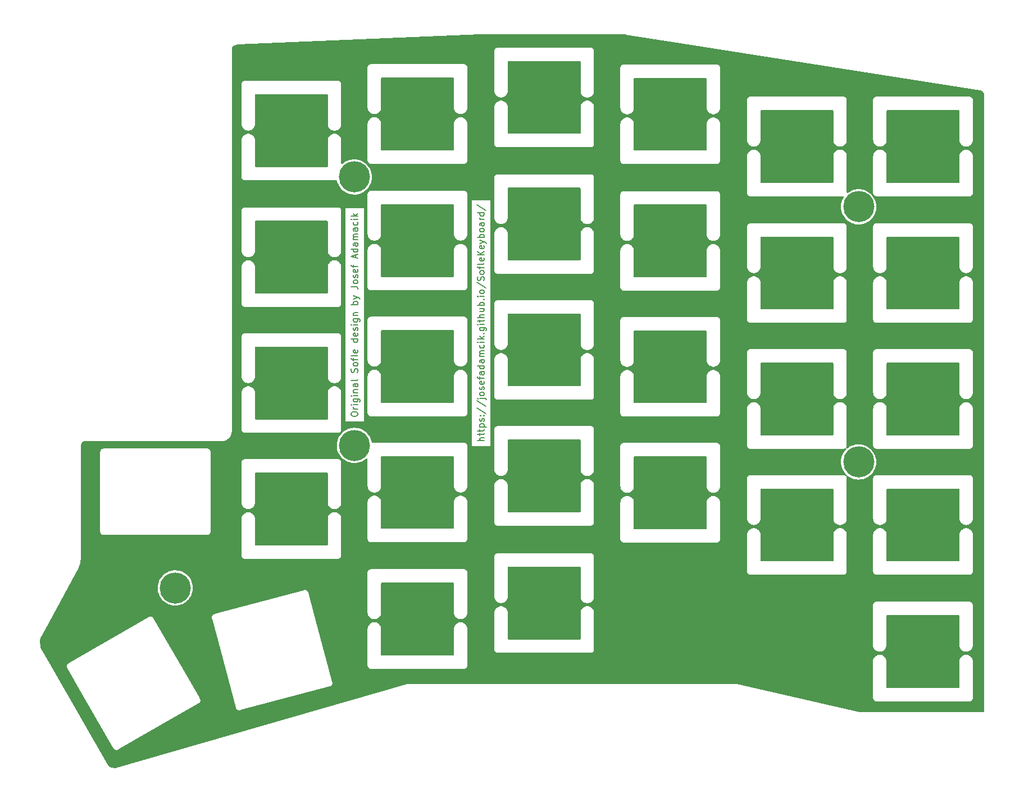
<source format=gbr>
G04 #@! TF.GenerationSoftware,KiCad,Pcbnew,(6.0.2-0)*
G04 #@! TF.CreationDate,2022-03-06T15:41:21+00:00*
G04 #@! TF.ProjectId,SofleKeyboardTopPlate,536f666c-654b-4657-9962-6f617264546f,rev?*
G04 #@! TF.SameCoordinates,Original*
G04 #@! TF.FileFunction,Copper,L1,Top*
G04 #@! TF.FilePolarity,Positive*
%FSLAX46Y46*%
G04 Gerber Fmt 4.6, Leading zero omitted, Abs format (unit mm)*
G04 Created by KiCad (PCBNEW (6.0.2-0)) date 2022-03-06 15:41:21*
%MOMM*%
%LPD*%
G01*
G04 APERTURE LIST*
%ADD10C,0.150000*%
G04 #@! TA.AperFunction,NonConductor*
%ADD11C,0.150000*%
G04 #@! TD*
G04 #@! TA.AperFunction,ComponentPad*
%ADD12C,4.700000*%
G04 #@! TD*
G04 APERTURE END LIST*
D10*
D11*
X150547380Y-98214285D02*
X149547380Y-98214285D01*
X150547380Y-97785714D02*
X150023571Y-97785714D01*
X149928333Y-97833333D01*
X149880714Y-97928571D01*
X149880714Y-98071428D01*
X149928333Y-98166666D01*
X149975952Y-98214285D01*
X149880714Y-97452380D02*
X149880714Y-97071428D01*
X149547380Y-97309523D02*
X150404523Y-97309523D01*
X150499761Y-97261904D01*
X150547380Y-97166666D01*
X150547380Y-97071428D01*
X149880714Y-96880952D02*
X149880714Y-96500000D01*
X149547380Y-96738095D02*
X150404523Y-96738095D01*
X150499761Y-96690476D01*
X150547380Y-96595238D01*
X150547380Y-96500000D01*
X149880714Y-96166666D02*
X150880714Y-96166666D01*
X149928333Y-96166666D02*
X149880714Y-96071428D01*
X149880714Y-95880952D01*
X149928333Y-95785714D01*
X149975952Y-95738095D01*
X150071190Y-95690476D01*
X150356904Y-95690476D01*
X150452142Y-95738095D01*
X150499761Y-95785714D01*
X150547380Y-95880952D01*
X150547380Y-96071428D01*
X150499761Y-96166666D01*
X150499761Y-95309523D02*
X150547380Y-95214285D01*
X150547380Y-95023809D01*
X150499761Y-94928571D01*
X150404523Y-94880952D01*
X150356904Y-94880952D01*
X150261666Y-94928571D01*
X150214047Y-95023809D01*
X150214047Y-95166666D01*
X150166428Y-95261904D01*
X150071190Y-95309523D01*
X150023571Y-95309523D01*
X149928333Y-95261904D01*
X149880714Y-95166666D01*
X149880714Y-95023809D01*
X149928333Y-94928571D01*
X150452142Y-94452380D02*
X150499761Y-94404761D01*
X150547380Y-94452380D01*
X150499761Y-94500000D01*
X150452142Y-94452380D01*
X150547380Y-94452380D01*
X149928333Y-94452380D02*
X149975952Y-94404761D01*
X150023571Y-94452380D01*
X149975952Y-94500000D01*
X149928333Y-94452380D01*
X150023571Y-94452380D01*
X149499761Y-93261904D02*
X150785476Y-94119047D01*
X149499761Y-92214285D02*
X150785476Y-93071428D01*
X149880714Y-91880952D02*
X150737857Y-91880952D01*
X150833095Y-91928571D01*
X150880714Y-92023809D01*
X150880714Y-92071428D01*
X149547380Y-91880952D02*
X149595000Y-91928571D01*
X149642619Y-91880952D01*
X149595000Y-91833333D01*
X149547380Y-91880952D01*
X149642619Y-91880952D01*
X150547380Y-91261904D02*
X150499761Y-91357142D01*
X150452142Y-91404761D01*
X150356904Y-91452380D01*
X150071190Y-91452380D01*
X149975952Y-91404761D01*
X149928333Y-91357142D01*
X149880714Y-91261904D01*
X149880714Y-91119047D01*
X149928333Y-91023809D01*
X149975952Y-90976190D01*
X150071190Y-90928571D01*
X150356904Y-90928571D01*
X150452142Y-90976190D01*
X150499761Y-91023809D01*
X150547380Y-91119047D01*
X150547380Y-91261904D01*
X150499761Y-90547619D02*
X150547380Y-90452380D01*
X150547380Y-90261904D01*
X150499761Y-90166666D01*
X150404523Y-90119047D01*
X150356904Y-90119047D01*
X150261666Y-90166666D01*
X150214047Y-90261904D01*
X150214047Y-90404761D01*
X150166428Y-90500000D01*
X150071190Y-90547619D01*
X150023571Y-90547619D01*
X149928333Y-90500000D01*
X149880714Y-90404761D01*
X149880714Y-90261904D01*
X149928333Y-90166666D01*
X150499761Y-89309523D02*
X150547380Y-89404761D01*
X150547380Y-89595238D01*
X150499761Y-89690476D01*
X150404523Y-89738095D01*
X150023571Y-89738095D01*
X149928333Y-89690476D01*
X149880714Y-89595238D01*
X149880714Y-89404761D01*
X149928333Y-89309523D01*
X150023571Y-89261904D01*
X150118809Y-89261904D01*
X150214047Y-89738095D01*
X149880714Y-88976190D02*
X149880714Y-88595238D01*
X150547380Y-88833333D02*
X149690238Y-88833333D01*
X149595000Y-88785714D01*
X149547380Y-88690476D01*
X149547380Y-88595238D01*
X150547380Y-87833333D02*
X150023571Y-87833333D01*
X149928333Y-87880952D01*
X149880714Y-87976190D01*
X149880714Y-88166666D01*
X149928333Y-88261904D01*
X150499761Y-87833333D02*
X150547380Y-87928571D01*
X150547380Y-88166666D01*
X150499761Y-88261904D01*
X150404523Y-88309523D01*
X150309285Y-88309523D01*
X150214047Y-88261904D01*
X150166428Y-88166666D01*
X150166428Y-87928571D01*
X150118809Y-87833333D01*
X150547380Y-86928571D02*
X149547380Y-86928571D01*
X150499761Y-86928571D02*
X150547380Y-87023809D01*
X150547380Y-87214285D01*
X150499761Y-87309523D01*
X150452142Y-87357142D01*
X150356904Y-87404761D01*
X150071190Y-87404761D01*
X149975952Y-87357142D01*
X149928333Y-87309523D01*
X149880714Y-87214285D01*
X149880714Y-87023809D01*
X149928333Y-86928571D01*
X150547380Y-86023809D02*
X150023571Y-86023809D01*
X149928333Y-86071428D01*
X149880714Y-86166666D01*
X149880714Y-86357142D01*
X149928333Y-86452380D01*
X150499761Y-86023809D02*
X150547380Y-86119047D01*
X150547380Y-86357142D01*
X150499761Y-86452380D01*
X150404523Y-86500000D01*
X150309285Y-86500000D01*
X150214047Y-86452380D01*
X150166428Y-86357142D01*
X150166428Y-86119047D01*
X150118809Y-86023809D01*
X150547380Y-85547619D02*
X149880714Y-85547619D01*
X149975952Y-85547619D02*
X149928333Y-85500000D01*
X149880714Y-85404761D01*
X149880714Y-85261904D01*
X149928333Y-85166666D01*
X150023571Y-85119047D01*
X150547380Y-85119047D01*
X150023571Y-85119047D02*
X149928333Y-85071428D01*
X149880714Y-84976190D01*
X149880714Y-84833333D01*
X149928333Y-84738095D01*
X150023571Y-84690476D01*
X150547380Y-84690476D01*
X150499761Y-83785714D02*
X150547380Y-83880952D01*
X150547380Y-84071428D01*
X150499761Y-84166666D01*
X150452142Y-84214285D01*
X150356904Y-84261904D01*
X150071190Y-84261904D01*
X149975952Y-84214285D01*
X149928333Y-84166666D01*
X149880714Y-84071428D01*
X149880714Y-83880952D01*
X149928333Y-83785714D01*
X150547380Y-83357142D02*
X149880714Y-83357142D01*
X149547380Y-83357142D02*
X149595000Y-83404761D01*
X149642619Y-83357142D01*
X149595000Y-83309523D01*
X149547380Y-83357142D01*
X149642619Y-83357142D01*
X150547380Y-82880952D02*
X149547380Y-82880952D01*
X150166428Y-82785714D02*
X150547380Y-82500000D01*
X149880714Y-82500000D02*
X150261666Y-82880952D01*
X150452142Y-82071428D02*
X150499761Y-82023809D01*
X150547380Y-82071428D01*
X150499761Y-82119047D01*
X150452142Y-82071428D01*
X150547380Y-82071428D01*
X149880714Y-81166666D02*
X150690238Y-81166666D01*
X150785476Y-81214285D01*
X150833095Y-81261904D01*
X150880714Y-81357142D01*
X150880714Y-81500000D01*
X150833095Y-81595238D01*
X150499761Y-81166666D02*
X150547380Y-81261904D01*
X150547380Y-81452380D01*
X150499761Y-81547619D01*
X150452142Y-81595238D01*
X150356904Y-81642857D01*
X150071190Y-81642857D01*
X149975952Y-81595238D01*
X149928333Y-81547619D01*
X149880714Y-81452380D01*
X149880714Y-81261904D01*
X149928333Y-81166666D01*
X150547380Y-80690476D02*
X149880714Y-80690476D01*
X149547380Y-80690476D02*
X149595000Y-80738095D01*
X149642619Y-80690476D01*
X149595000Y-80642857D01*
X149547380Y-80690476D01*
X149642619Y-80690476D01*
X149880714Y-80357142D02*
X149880714Y-79976190D01*
X149547380Y-80214285D02*
X150404523Y-80214285D01*
X150499761Y-80166666D01*
X150547380Y-80071428D01*
X150547380Y-79976190D01*
X150547380Y-79642857D02*
X149547380Y-79642857D01*
X150547380Y-79214285D02*
X150023571Y-79214285D01*
X149928333Y-79261904D01*
X149880714Y-79357142D01*
X149880714Y-79500000D01*
X149928333Y-79595238D01*
X149975952Y-79642857D01*
X149880714Y-78309523D02*
X150547380Y-78309523D01*
X149880714Y-78738095D02*
X150404523Y-78738095D01*
X150499761Y-78690476D01*
X150547380Y-78595238D01*
X150547380Y-78452380D01*
X150499761Y-78357142D01*
X150452142Y-78309523D01*
X150547380Y-77833333D02*
X149547380Y-77833333D01*
X149928333Y-77833333D02*
X149880714Y-77738095D01*
X149880714Y-77547619D01*
X149928333Y-77452380D01*
X149975952Y-77404761D01*
X150071190Y-77357142D01*
X150356904Y-77357142D01*
X150452142Y-77404761D01*
X150499761Y-77452380D01*
X150547380Y-77547619D01*
X150547380Y-77738095D01*
X150499761Y-77833333D01*
X150452142Y-76928571D02*
X150499761Y-76880952D01*
X150547380Y-76928571D01*
X150499761Y-76976190D01*
X150452142Y-76928571D01*
X150547380Y-76928571D01*
X150547380Y-76452380D02*
X149880714Y-76452380D01*
X149547380Y-76452380D02*
X149595000Y-76500000D01*
X149642619Y-76452380D01*
X149595000Y-76404761D01*
X149547380Y-76452380D01*
X149642619Y-76452380D01*
X150547380Y-75833333D02*
X150499761Y-75928571D01*
X150452142Y-75976190D01*
X150356904Y-76023809D01*
X150071190Y-76023809D01*
X149975952Y-75976190D01*
X149928333Y-75928571D01*
X149880714Y-75833333D01*
X149880714Y-75690476D01*
X149928333Y-75595238D01*
X149975952Y-75547619D01*
X150071190Y-75500000D01*
X150356904Y-75500000D01*
X150452142Y-75547619D01*
X150499761Y-75595238D01*
X150547380Y-75690476D01*
X150547380Y-75833333D01*
X149499761Y-74357142D02*
X150785476Y-75214285D01*
X150499761Y-74071428D02*
X150547380Y-73928571D01*
X150547380Y-73690476D01*
X150499761Y-73595238D01*
X150452142Y-73547619D01*
X150356904Y-73500000D01*
X150261666Y-73500000D01*
X150166428Y-73547619D01*
X150118809Y-73595238D01*
X150071190Y-73690476D01*
X150023571Y-73880952D01*
X149975952Y-73976190D01*
X149928333Y-74023809D01*
X149833095Y-74071428D01*
X149737857Y-74071428D01*
X149642619Y-74023809D01*
X149595000Y-73976190D01*
X149547380Y-73880952D01*
X149547380Y-73642857D01*
X149595000Y-73500000D01*
X150547380Y-72928571D02*
X150499761Y-73023809D01*
X150452142Y-73071428D01*
X150356904Y-73119047D01*
X150071190Y-73119047D01*
X149975952Y-73071428D01*
X149928333Y-73023809D01*
X149880714Y-72928571D01*
X149880714Y-72785714D01*
X149928333Y-72690476D01*
X149975952Y-72642857D01*
X150071190Y-72595238D01*
X150356904Y-72595238D01*
X150452142Y-72642857D01*
X150499761Y-72690476D01*
X150547380Y-72785714D01*
X150547380Y-72928571D01*
X149880714Y-72309523D02*
X149880714Y-71928571D01*
X150547380Y-72166666D02*
X149690238Y-72166666D01*
X149595000Y-72119047D01*
X149547380Y-72023809D01*
X149547380Y-71928571D01*
X150547380Y-71452380D02*
X150499761Y-71547619D01*
X150404523Y-71595238D01*
X149547380Y-71595238D01*
X150499761Y-70690476D02*
X150547380Y-70785714D01*
X150547380Y-70976190D01*
X150499761Y-71071428D01*
X150404523Y-71119047D01*
X150023571Y-71119047D01*
X149928333Y-71071428D01*
X149880714Y-70976190D01*
X149880714Y-70785714D01*
X149928333Y-70690476D01*
X150023571Y-70642857D01*
X150118809Y-70642857D01*
X150214047Y-71119047D01*
X150547380Y-70214285D02*
X149547380Y-70214285D01*
X150547380Y-69642857D02*
X149975952Y-70071428D01*
X149547380Y-69642857D02*
X150118809Y-70214285D01*
X150499761Y-68833333D02*
X150547380Y-68928571D01*
X150547380Y-69119047D01*
X150499761Y-69214285D01*
X150404523Y-69261904D01*
X150023571Y-69261904D01*
X149928333Y-69214285D01*
X149880714Y-69119047D01*
X149880714Y-68928571D01*
X149928333Y-68833333D01*
X150023571Y-68785714D01*
X150118809Y-68785714D01*
X150214047Y-69261904D01*
X149880714Y-68452380D02*
X150547380Y-68214285D01*
X149880714Y-67976190D02*
X150547380Y-68214285D01*
X150785476Y-68309523D01*
X150833095Y-68357142D01*
X150880714Y-68452380D01*
X150547380Y-67595238D02*
X149547380Y-67595238D01*
X149928333Y-67595238D02*
X149880714Y-67500000D01*
X149880714Y-67309523D01*
X149928333Y-67214285D01*
X149975952Y-67166666D01*
X150071190Y-67119047D01*
X150356904Y-67119047D01*
X150452142Y-67166666D01*
X150499761Y-67214285D01*
X150547380Y-67309523D01*
X150547380Y-67500000D01*
X150499761Y-67595238D01*
X150547380Y-66547619D02*
X150499761Y-66642857D01*
X150452142Y-66690476D01*
X150356904Y-66738095D01*
X150071190Y-66738095D01*
X149975952Y-66690476D01*
X149928333Y-66642857D01*
X149880714Y-66547619D01*
X149880714Y-66404761D01*
X149928333Y-66309523D01*
X149975952Y-66261904D01*
X150071190Y-66214285D01*
X150356904Y-66214285D01*
X150452142Y-66261904D01*
X150499761Y-66309523D01*
X150547380Y-66404761D01*
X150547380Y-66547619D01*
X150547380Y-65357142D02*
X150023571Y-65357142D01*
X149928333Y-65404761D01*
X149880714Y-65500000D01*
X149880714Y-65690476D01*
X149928333Y-65785714D01*
X150499761Y-65357142D02*
X150547380Y-65452380D01*
X150547380Y-65690476D01*
X150499761Y-65785714D01*
X150404523Y-65833333D01*
X150309285Y-65833333D01*
X150214047Y-65785714D01*
X150166428Y-65690476D01*
X150166428Y-65452380D01*
X150118809Y-65357142D01*
X150547380Y-64880952D02*
X149880714Y-64880952D01*
X150071190Y-64880952D02*
X149975952Y-64833333D01*
X149928333Y-64785714D01*
X149880714Y-64690476D01*
X149880714Y-64595238D01*
X150547380Y-63833333D02*
X149547380Y-63833333D01*
X150499761Y-63833333D02*
X150547380Y-63928571D01*
X150547380Y-64119047D01*
X150499761Y-64214285D01*
X150452142Y-64261904D01*
X150356904Y-64309523D01*
X150071190Y-64309523D01*
X149975952Y-64261904D01*
X149928333Y-64214285D01*
X149880714Y-64119047D01*
X149880714Y-63928571D01*
X149928333Y-63833333D01*
X149499761Y-62642857D02*
X150785476Y-63500000D01*
D10*
D11*
X130497380Y-94305619D02*
X130497380Y-94115142D01*
X130545000Y-94019904D01*
X130640238Y-93924666D01*
X130830714Y-93877047D01*
X131164047Y-93877047D01*
X131354523Y-93924666D01*
X131449761Y-94019904D01*
X131497380Y-94115142D01*
X131497380Y-94305619D01*
X131449761Y-94400857D01*
X131354523Y-94496095D01*
X131164047Y-94543714D01*
X130830714Y-94543714D01*
X130640238Y-94496095D01*
X130545000Y-94400857D01*
X130497380Y-94305619D01*
X131497380Y-93448476D02*
X130830714Y-93448476D01*
X131021190Y-93448476D02*
X130925952Y-93400857D01*
X130878333Y-93353238D01*
X130830714Y-93258000D01*
X130830714Y-93162761D01*
X131497380Y-92829428D02*
X130830714Y-92829428D01*
X130497380Y-92829428D02*
X130545000Y-92877047D01*
X130592619Y-92829428D01*
X130545000Y-92781809D01*
X130497380Y-92829428D01*
X130592619Y-92829428D01*
X130830714Y-91924666D02*
X131640238Y-91924666D01*
X131735476Y-91972285D01*
X131783095Y-92019904D01*
X131830714Y-92115142D01*
X131830714Y-92258000D01*
X131783095Y-92353238D01*
X131449761Y-91924666D02*
X131497380Y-92019904D01*
X131497380Y-92210380D01*
X131449761Y-92305619D01*
X131402142Y-92353238D01*
X131306904Y-92400857D01*
X131021190Y-92400857D01*
X130925952Y-92353238D01*
X130878333Y-92305619D01*
X130830714Y-92210380D01*
X130830714Y-92019904D01*
X130878333Y-91924666D01*
X131497380Y-91448476D02*
X130830714Y-91448476D01*
X130497380Y-91448476D02*
X130545000Y-91496095D01*
X130592619Y-91448476D01*
X130545000Y-91400857D01*
X130497380Y-91448476D01*
X130592619Y-91448476D01*
X130830714Y-90972285D02*
X131497380Y-90972285D01*
X130925952Y-90972285D02*
X130878333Y-90924666D01*
X130830714Y-90829428D01*
X130830714Y-90686571D01*
X130878333Y-90591333D01*
X130973571Y-90543714D01*
X131497380Y-90543714D01*
X131497380Y-89638952D02*
X130973571Y-89638952D01*
X130878333Y-89686571D01*
X130830714Y-89781809D01*
X130830714Y-89972285D01*
X130878333Y-90067523D01*
X131449761Y-89638952D02*
X131497380Y-89734190D01*
X131497380Y-89972285D01*
X131449761Y-90067523D01*
X131354523Y-90115142D01*
X131259285Y-90115142D01*
X131164047Y-90067523D01*
X131116428Y-89972285D01*
X131116428Y-89734190D01*
X131068809Y-89638952D01*
X131497380Y-89019904D02*
X131449761Y-89115142D01*
X131354523Y-89162761D01*
X130497380Y-89162761D01*
X131449761Y-87924666D02*
X131497380Y-87781809D01*
X131497380Y-87543714D01*
X131449761Y-87448476D01*
X131402142Y-87400857D01*
X131306904Y-87353238D01*
X131211666Y-87353238D01*
X131116428Y-87400857D01*
X131068809Y-87448476D01*
X131021190Y-87543714D01*
X130973571Y-87734190D01*
X130925952Y-87829428D01*
X130878333Y-87877047D01*
X130783095Y-87924666D01*
X130687857Y-87924666D01*
X130592619Y-87877047D01*
X130545000Y-87829428D01*
X130497380Y-87734190D01*
X130497380Y-87496095D01*
X130545000Y-87353238D01*
X131497380Y-86781809D02*
X131449761Y-86877047D01*
X131402142Y-86924666D01*
X131306904Y-86972285D01*
X131021190Y-86972285D01*
X130925952Y-86924666D01*
X130878333Y-86877047D01*
X130830714Y-86781809D01*
X130830714Y-86638952D01*
X130878333Y-86543714D01*
X130925952Y-86496095D01*
X131021190Y-86448476D01*
X131306904Y-86448476D01*
X131402142Y-86496095D01*
X131449761Y-86543714D01*
X131497380Y-86638952D01*
X131497380Y-86781809D01*
X130830714Y-86162761D02*
X130830714Y-85781809D01*
X131497380Y-86019904D02*
X130640238Y-86019904D01*
X130545000Y-85972285D01*
X130497380Y-85877047D01*
X130497380Y-85781809D01*
X131497380Y-85305619D02*
X131449761Y-85400857D01*
X131354523Y-85448476D01*
X130497380Y-85448476D01*
X131449761Y-84543714D02*
X131497380Y-84638952D01*
X131497380Y-84829428D01*
X131449761Y-84924666D01*
X131354523Y-84972285D01*
X130973571Y-84972285D01*
X130878333Y-84924666D01*
X130830714Y-84829428D01*
X130830714Y-84638952D01*
X130878333Y-84543714D01*
X130973571Y-84496095D01*
X131068809Y-84496095D01*
X131164047Y-84972285D01*
X131497380Y-82877047D02*
X130497380Y-82877047D01*
X131449761Y-82877047D02*
X131497380Y-82972285D01*
X131497380Y-83162761D01*
X131449761Y-83258000D01*
X131402142Y-83305619D01*
X131306904Y-83353238D01*
X131021190Y-83353238D01*
X130925952Y-83305619D01*
X130878333Y-83258000D01*
X130830714Y-83162761D01*
X130830714Y-82972285D01*
X130878333Y-82877047D01*
X131449761Y-82019904D02*
X131497380Y-82115142D01*
X131497380Y-82305619D01*
X131449761Y-82400857D01*
X131354523Y-82448476D01*
X130973571Y-82448476D01*
X130878333Y-82400857D01*
X130830714Y-82305619D01*
X130830714Y-82115142D01*
X130878333Y-82019904D01*
X130973571Y-81972285D01*
X131068809Y-81972285D01*
X131164047Y-82448476D01*
X131449761Y-81591333D02*
X131497380Y-81496095D01*
X131497380Y-81305619D01*
X131449761Y-81210380D01*
X131354523Y-81162761D01*
X131306904Y-81162761D01*
X131211666Y-81210380D01*
X131164047Y-81305619D01*
X131164047Y-81448476D01*
X131116428Y-81543714D01*
X131021190Y-81591333D01*
X130973571Y-81591333D01*
X130878333Y-81543714D01*
X130830714Y-81448476D01*
X130830714Y-81305619D01*
X130878333Y-81210380D01*
X131497380Y-80734190D02*
X130830714Y-80734190D01*
X130497380Y-80734190D02*
X130545000Y-80781809D01*
X130592619Y-80734190D01*
X130545000Y-80686571D01*
X130497380Y-80734190D01*
X130592619Y-80734190D01*
X130830714Y-79829428D02*
X131640238Y-79829428D01*
X131735476Y-79877047D01*
X131783095Y-79924666D01*
X131830714Y-80019904D01*
X131830714Y-80162761D01*
X131783095Y-80258000D01*
X131449761Y-79829428D02*
X131497380Y-79924666D01*
X131497380Y-80115142D01*
X131449761Y-80210380D01*
X131402142Y-80258000D01*
X131306904Y-80305619D01*
X131021190Y-80305619D01*
X130925952Y-80258000D01*
X130878333Y-80210380D01*
X130830714Y-80115142D01*
X130830714Y-79924666D01*
X130878333Y-79829428D01*
X130830714Y-79353238D02*
X131497380Y-79353238D01*
X130925952Y-79353238D02*
X130878333Y-79305619D01*
X130830714Y-79210380D01*
X130830714Y-79067523D01*
X130878333Y-78972285D01*
X130973571Y-78924666D01*
X131497380Y-78924666D01*
X131497380Y-77686571D02*
X130497380Y-77686571D01*
X130878333Y-77686571D02*
X130830714Y-77591333D01*
X130830714Y-77400857D01*
X130878333Y-77305619D01*
X130925952Y-77258000D01*
X131021190Y-77210380D01*
X131306904Y-77210380D01*
X131402142Y-77258000D01*
X131449761Y-77305619D01*
X131497380Y-77400857D01*
X131497380Y-77591333D01*
X131449761Y-77686571D01*
X130830714Y-76877047D02*
X131497380Y-76638952D01*
X130830714Y-76400857D02*
X131497380Y-76638952D01*
X131735476Y-76734190D01*
X131783095Y-76781809D01*
X131830714Y-76877047D01*
X130497380Y-74972285D02*
X131211666Y-74972285D01*
X131354523Y-75019904D01*
X131449761Y-75115142D01*
X131497380Y-75258000D01*
X131497380Y-75353238D01*
X131497380Y-74353238D02*
X131449761Y-74448476D01*
X131402142Y-74496095D01*
X131306904Y-74543714D01*
X131021190Y-74543714D01*
X130925952Y-74496095D01*
X130878333Y-74448476D01*
X130830714Y-74353238D01*
X130830714Y-74210380D01*
X130878333Y-74115142D01*
X130925952Y-74067523D01*
X131021190Y-74019904D01*
X131306904Y-74019904D01*
X131402142Y-74067523D01*
X131449761Y-74115142D01*
X131497380Y-74210380D01*
X131497380Y-74353238D01*
X131449761Y-73638952D02*
X131497380Y-73543714D01*
X131497380Y-73353238D01*
X131449761Y-73258000D01*
X131354523Y-73210380D01*
X131306904Y-73210380D01*
X131211666Y-73258000D01*
X131164047Y-73353238D01*
X131164047Y-73496095D01*
X131116428Y-73591333D01*
X131021190Y-73638952D01*
X130973571Y-73638952D01*
X130878333Y-73591333D01*
X130830714Y-73496095D01*
X130830714Y-73353238D01*
X130878333Y-73258000D01*
X131449761Y-72400857D02*
X131497380Y-72496095D01*
X131497380Y-72686571D01*
X131449761Y-72781809D01*
X131354523Y-72829428D01*
X130973571Y-72829428D01*
X130878333Y-72781809D01*
X130830714Y-72686571D01*
X130830714Y-72496095D01*
X130878333Y-72400857D01*
X130973571Y-72353238D01*
X131068809Y-72353238D01*
X131164047Y-72829428D01*
X130830714Y-72067523D02*
X130830714Y-71686571D01*
X131497380Y-71924666D02*
X130640238Y-71924666D01*
X130545000Y-71877047D01*
X130497380Y-71781809D01*
X130497380Y-71686571D01*
X131211666Y-70638952D02*
X131211666Y-70162761D01*
X131497380Y-70734190D02*
X130497380Y-70400857D01*
X131497380Y-70067523D01*
X131497380Y-69305619D02*
X130497380Y-69305619D01*
X131449761Y-69305619D02*
X131497380Y-69400857D01*
X131497380Y-69591333D01*
X131449761Y-69686571D01*
X131402142Y-69734190D01*
X131306904Y-69781809D01*
X131021190Y-69781809D01*
X130925952Y-69734190D01*
X130878333Y-69686571D01*
X130830714Y-69591333D01*
X130830714Y-69400857D01*
X130878333Y-69305619D01*
X131497380Y-68400857D02*
X130973571Y-68400857D01*
X130878333Y-68448476D01*
X130830714Y-68543714D01*
X130830714Y-68734190D01*
X130878333Y-68829428D01*
X131449761Y-68400857D02*
X131497380Y-68496095D01*
X131497380Y-68734190D01*
X131449761Y-68829428D01*
X131354523Y-68877047D01*
X131259285Y-68877047D01*
X131164047Y-68829428D01*
X131116428Y-68734190D01*
X131116428Y-68496095D01*
X131068809Y-68400857D01*
X131497380Y-67924666D02*
X130830714Y-67924666D01*
X130925952Y-67924666D02*
X130878333Y-67877047D01*
X130830714Y-67781809D01*
X130830714Y-67638952D01*
X130878333Y-67543714D01*
X130973571Y-67496095D01*
X131497380Y-67496095D01*
X130973571Y-67496095D02*
X130878333Y-67448476D01*
X130830714Y-67353238D01*
X130830714Y-67210380D01*
X130878333Y-67115142D01*
X130973571Y-67067523D01*
X131497380Y-67067523D01*
X131497380Y-66162761D02*
X130973571Y-66162761D01*
X130878333Y-66210380D01*
X130830714Y-66305619D01*
X130830714Y-66496095D01*
X130878333Y-66591333D01*
X131449761Y-66162761D02*
X131497380Y-66258000D01*
X131497380Y-66496095D01*
X131449761Y-66591333D01*
X131354523Y-66638952D01*
X131259285Y-66638952D01*
X131164047Y-66591333D01*
X131116428Y-66496095D01*
X131116428Y-66258000D01*
X131068809Y-66162761D01*
X131449761Y-65258000D02*
X131497380Y-65353238D01*
X131497380Y-65543714D01*
X131449761Y-65638952D01*
X131402142Y-65686571D01*
X131306904Y-65734190D01*
X131021190Y-65734190D01*
X130925952Y-65686571D01*
X130878333Y-65638952D01*
X130830714Y-65543714D01*
X130830714Y-65353238D01*
X130878333Y-65258000D01*
X131497380Y-64829428D02*
X130830714Y-64829428D01*
X130497380Y-64829428D02*
X130545000Y-64877047D01*
X130592619Y-64829428D01*
X130545000Y-64781809D01*
X130497380Y-64829428D01*
X130592619Y-64829428D01*
X131497380Y-64353238D02*
X130497380Y-64353238D01*
X131116428Y-64258000D02*
X131497380Y-63972285D01*
X130830714Y-63972285D02*
X131211666Y-64353238D01*
D12*
X206995000Y-62945000D03*
X130995000Y-58445000D03*
X206995000Y-101445000D03*
X130995000Y-98945000D03*
X103995000Y-120445000D03*
G04 #@! TA.AperFunction,NonConductor*
G36*
X171914928Y-36954540D02*
G01*
X179017097Y-38075107D01*
X225361754Y-45387282D01*
X225373366Y-45389678D01*
X225490953Y-45419781D01*
X225512204Y-45427303D01*
X225594333Y-45464949D01*
X225613574Y-45475911D01*
X225687029Y-45526798D01*
X225703815Y-45540725D01*
X225767308Y-45603449D01*
X225781377Y-45619977D01*
X225785112Y-45625220D01*
X225833171Y-45692688D01*
X225844238Y-45711477D01*
X225882760Y-45792115D01*
X225890517Y-45812878D01*
X225914564Y-45899957D01*
X225918595Y-45922118D01*
X225929666Y-46044207D01*
X225930181Y-46055584D01*
X225930447Y-61293147D01*
X225931800Y-138931126D01*
X225931802Y-139070817D01*
X225911801Y-139138938D01*
X225858146Y-139185432D01*
X225805802Y-139196819D01*
X213339959Y-139196820D01*
X207176938Y-139196820D01*
X207148824Y-139193644D01*
X188674895Y-134965039D01*
X188661797Y-134960524D01*
X188661761Y-134960640D01*
X188653176Y-134958015D01*
X188645052Y-134954201D01*
X188636185Y-134952820D01*
X188636184Y-134952820D01*
X188594689Y-134946359D01*
X188585970Y-134944685D01*
X188572790Y-134941668D01*
X188559673Y-134940580D01*
X188550696Y-134939510D01*
X188539394Y-134937750D01*
X188539393Y-134937750D01*
X188534577Y-134937000D01*
X188521751Y-134937000D01*
X188511333Y-134936569D01*
X188473440Y-134933425D01*
X188464497Y-134932683D01*
X188455701Y-134934482D01*
X188455262Y-134934508D01*
X188430636Y-134937000D01*
X139199719Y-134937000D01*
X139179839Y-134935422D01*
X139174118Y-134934508D01*
X139157439Y-134931843D01*
X139119671Y-134936629D01*
X139115920Y-134937000D01*
X139112651Y-134937000D01*
X139082176Y-134941364D01*
X139080183Y-134941633D01*
X139064306Y-134943645D01*
X139046520Y-134945899D01*
X139043357Y-134946811D01*
X139039732Y-134947443D01*
X139005083Y-134952405D01*
X138996914Y-134956119D01*
X138996911Y-134956120D01*
X138980866Y-134963415D01*
X138963599Y-134969789D01*
X94897124Y-147665724D01*
X94839701Y-147668617D01*
X94480204Y-147603254D01*
X94462900Y-147598820D01*
X94173464Y-147502342D01*
X94131308Y-147478474D01*
X93958158Y-147330060D01*
X93930968Y-147297271D01*
X85267995Y-132253278D01*
X87630449Y-132253278D01*
X87631208Y-132262222D01*
X87632946Y-132282705D01*
X87633230Y-132299841D01*
X87631710Y-132329337D01*
X87637633Y-132354295D01*
X87640584Y-132372726D01*
X87642752Y-132398273D01*
X87645991Y-132406644D01*
X87653407Y-132425814D01*
X87658489Y-132442182D01*
X87665309Y-132470920D01*
X87669749Y-132478720D01*
X87669750Y-132478722D01*
X87682332Y-132500824D01*
X87682696Y-132501520D01*
X87683093Y-132502547D01*
X87698594Y-132529398D01*
X87698870Y-132529879D01*
X87704990Y-132540630D01*
X87737295Y-132597380D01*
X87738299Y-132598352D01*
X87739053Y-132599474D01*
X89890281Y-136325510D01*
X94698680Y-144653904D01*
X94698854Y-144654206D01*
X94737295Y-144721736D01*
X94743747Y-144727978D01*
X94743749Y-144727980D01*
X94758523Y-144742272D01*
X94770002Y-144754998D01*
X94788245Y-144778222D01*
X94795554Y-144783445D01*
X94809104Y-144793129D01*
X94823448Y-144805080D01*
X94835429Y-144816669D01*
X94841882Y-144822911D01*
X94849825Y-144827090D01*
X94868023Y-144836665D01*
X94882605Y-144845653D01*
X94906636Y-144862826D01*
X94915110Y-144865785D01*
X94915113Y-144865787D01*
X94930846Y-144871282D01*
X94947969Y-144878727D01*
X94970660Y-144890665D01*
X94984619Y-144893492D01*
X94999609Y-144896528D01*
X95016139Y-144901066D01*
X95035541Y-144907842D01*
X95035543Y-144907842D01*
X95044015Y-144910801D01*
X95052979Y-144911263D01*
X95052980Y-144911263D01*
X95057092Y-144911475D01*
X95069622Y-144912120D01*
X95088141Y-144914460D01*
X95113278Y-144919551D01*
X95142714Y-144917053D01*
X95159846Y-144916769D01*
X95189336Y-144918289D01*
X95214279Y-144912370D01*
X95232714Y-144909417D01*
X95244876Y-144908385D01*
X95258273Y-144907248D01*
X95266645Y-144904009D01*
X95266650Y-144904008D01*
X95285822Y-144896591D01*
X95302184Y-144891510D01*
X95330920Y-144884690D01*
X95360825Y-144867667D01*
X95361515Y-144867306D01*
X95362547Y-144866907D01*
X95365123Y-144865419D01*
X95365132Y-144865415D01*
X95389385Y-144851412D01*
X95390056Y-144851028D01*
X95453949Y-144814659D01*
X95453959Y-144814653D01*
X95457380Y-144812705D01*
X95458354Y-144811699D01*
X95459466Y-144810951D01*
X103416187Y-140217137D01*
X107513815Y-137851371D01*
X107514424Y-137851022D01*
X107581736Y-137812705D01*
X107587976Y-137806254D01*
X107587983Y-137806249D01*
X107602275Y-137791475D01*
X107614999Y-137779998D01*
X107631161Y-137767302D01*
X107631163Y-137767300D01*
X107638222Y-137761755D01*
X107653133Y-137740889D01*
X107665084Y-137726545D01*
X107682910Y-137708118D01*
X107696659Y-137681986D01*
X107705653Y-137667395D01*
X107717608Y-137650666D01*
X107717609Y-137650665D01*
X107722826Y-137643364D01*
X107725785Y-137634891D01*
X107725787Y-137634887D01*
X107731281Y-137619156D01*
X107738726Y-137602033D01*
X107746483Y-137587289D01*
X107746483Y-137587288D01*
X107750665Y-137579340D01*
X107752447Y-137570543D01*
X107752450Y-137570534D01*
X107756530Y-137550388D01*
X107761067Y-137533859D01*
X107767841Y-137514461D01*
X107770801Y-137505985D01*
X107772120Y-137480377D01*
X107774460Y-137461858D01*
X107779551Y-137436721D01*
X107777053Y-137407285D01*
X107776769Y-137390148D01*
X107776964Y-137386381D01*
X107778289Y-137360664D01*
X107772370Y-137335721D01*
X107769417Y-137317286D01*
X107768007Y-137300669D01*
X107768007Y-137300667D01*
X107767248Y-137291727D01*
X107756592Y-137264183D01*
X107751510Y-137247816D01*
X107746763Y-137227814D01*
X107746762Y-137227811D01*
X107744690Y-137219080D01*
X107727668Y-137189176D01*
X107727307Y-137188487D01*
X107726907Y-137187452D01*
X107713257Y-137163809D01*
X107711372Y-137160545D01*
X107711080Y-137160037D01*
X107672705Y-137092620D01*
X107671700Y-137091647D01*
X107670950Y-137090531D01*
X107606759Y-136979348D01*
X105088871Y-132618239D01*
X100711440Y-125036307D01*
X100711057Y-125035639D01*
X100693395Y-125004612D01*
X100672705Y-124968264D01*
X100666252Y-124962021D01*
X100666250Y-124962019D01*
X100651477Y-124947728D01*
X100639996Y-124935000D01*
X100631229Y-124923839D01*
X100621755Y-124911778D01*
X100600889Y-124896867D01*
X100586545Y-124884916D01*
X100579953Y-124878539D01*
X100578716Y-124877342D01*
X109508874Y-124877342D01*
X109512039Y-124906715D01*
X109512712Y-124923831D01*
X109511861Y-124953352D01*
X109514131Y-124962034D01*
X109514131Y-124962038D01*
X109520561Y-124986635D01*
X109520734Y-124987407D01*
X109520852Y-124988505D01*
X109528100Y-125015555D01*
X109528867Y-125018416D01*
X109529064Y-125019160D01*
X109536635Y-125048121D01*
X109548663Y-125094135D01*
X109549382Y-125095335D01*
X109549817Y-125096604D01*
X110826142Y-129859913D01*
X113152316Y-138541309D01*
X113152513Y-138542053D01*
X113172130Y-138617096D01*
X113176744Y-138624791D01*
X113176745Y-138624792D01*
X113187319Y-138642424D01*
X113195115Y-138657692D01*
X113206724Y-138684844D01*
X113223024Y-138704653D01*
X113233780Y-138719901D01*
X113246968Y-138741892D01*
X113253554Y-138747980D01*
X113253558Y-138747985D01*
X113268653Y-138761938D01*
X113280420Y-138774403D01*
X113299185Y-138797207D01*
X113320373Y-138811633D01*
X113334988Y-138823258D01*
X113353822Y-138840668D01*
X113361852Y-138844663D01*
X113361855Y-138844665D01*
X113380270Y-138853826D01*
X113395052Y-138862481D01*
X113419466Y-138879104D01*
X113443857Y-138887005D01*
X113461146Y-138894060D01*
X113484104Y-138905482D01*
X113513171Y-138910686D01*
X113529800Y-138914847D01*
X113549358Y-138921183D01*
X113549360Y-138921183D01*
X113557897Y-138923949D01*
X113583530Y-138924687D01*
X113602096Y-138926606D01*
X113627342Y-138931126D01*
X113636261Y-138930165D01*
X113636263Y-138930165D01*
X113642916Y-138929448D01*
X113656709Y-138927962D01*
X113673825Y-138927289D01*
X113703352Y-138928140D01*
X113736632Y-138919440D01*
X113737410Y-138919266D01*
X113738505Y-138919148D01*
X113741379Y-138918378D01*
X113768407Y-138911136D01*
X113769151Y-138910940D01*
X113840314Y-138892337D01*
X113840328Y-138892332D01*
X113844135Y-138891337D01*
X113845333Y-138890619D01*
X113846607Y-138890183D01*
X127291340Y-135287676D01*
X127292083Y-135287480D01*
X127337110Y-135275709D01*
X127367096Y-135267870D01*
X127374796Y-135263253D01*
X127374802Y-135263250D01*
X127392434Y-135252677D01*
X127407697Y-135244883D01*
X127426588Y-135236806D01*
X127434844Y-135233276D01*
X127454644Y-135216983D01*
X127469906Y-135206217D01*
X127484193Y-135197650D01*
X127484194Y-135197649D01*
X127491892Y-135193033D01*
X127511941Y-135171344D01*
X127524405Y-135159578D01*
X127540275Y-135146519D01*
X127547207Y-135140815D01*
X127561638Y-135119621D01*
X127573253Y-135105019D01*
X127590668Y-135086179D01*
X127603825Y-135059733D01*
X127612483Y-135044945D01*
X127624050Y-135027957D01*
X127624051Y-135027956D01*
X127629104Y-135020534D01*
X127637007Y-134996138D01*
X127644059Y-134978857D01*
X127651483Y-134963934D01*
X127655482Y-134955896D01*
X127660686Y-134926829D01*
X127664847Y-134910200D01*
X127671183Y-134890642D01*
X127671183Y-134890640D01*
X127673949Y-134882103D01*
X127674687Y-134856470D01*
X127676606Y-134837904D01*
X127681126Y-134812658D01*
X127677962Y-134783291D01*
X127677289Y-134766168D01*
X127677881Y-134745620D01*
X127678140Y-134736648D01*
X127675869Y-134727963D01*
X127675869Y-134727959D01*
X127669440Y-134703367D01*
X127669265Y-134702586D01*
X127669148Y-134701496D01*
X127668376Y-134698614D01*
X127661128Y-134671561D01*
X127660932Y-134670820D01*
X127642334Y-134599679D01*
X127641337Y-134595865D01*
X127640616Y-134594664D01*
X127640182Y-134593396D01*
X127120382Y-132653476D01*
X125508735Y-126638730D01*
X132981814Y-126638730D01*
X132982978Y-126647632D01*
X132982978Y-126647635D01*
X132985936Y-126670251D01*
X132987000Y-126686589D01*
X132987000Y-132136298D01*
X132986998Y-132137068D01*
X132986524Y-132214652D01*
X132988990Y-132223281D01*
X132988991Y-132223286D01*
X132994639Y-132243048D01*
X132998217Y-132259809D01*
X133001130Y-132280152D01*
X133001133Y-132280162D01*
X133002405Y-132289045D01*
X133013021Y-132312395D01*
X133019464Y-132329907D01*
X133026512Y-132354565D01*
X133042274Y-132379548D01*
X133050404Y-132394614D01*
X133062633Y-132421510D01*
X133079374Y-132440939D01*
X133090479Y-132455947D01*
X133104160Y-132477631D01*
X133110888Y-132483573D01*
X133126296Y-132497181D01*
X133138340Y-132509373D01*
X133157619Y-132531747D01*
X133165147Y-132536626D01*
X133165150Y-132536629D01*
X133179139Y-132545696D01*
X133194013Y-132556986D01*
X133213228Y-132573956D01*
X133221354Y-132577771D01*
X133221355Y-132577772D01*
X133227021Y-132580432D01*
X133239966Y-132586510D01*
X133254935Y-132594824D01*
X133279727Y-132610893D01*
X133296650Y-132615954D01*
X133304290Y-132618239D01*
X133321736Y-132624901D01*
X133344948Y-132635799D01*
X133374130Y-132640343D01*
X133390849Y-132644126D01*
X133410536Y-132650014D01*
X133410539Y-132650015D01*
X133419141Y-132652587D01*
X133428116Y-132652642D01*
X133428117Y-132652642D01*
X133434810Y-132652683D01*
X133453556Y-132652797D01*
X133454328Y-132652830D01*
X133455423Y-132653000D01*
X133486298Y-132653000D01*
X133487068Y-132653002D01*
X133560716Y-132653452D01*
X133560717Y-132653452D01*
X133564652Y-132653476D01*
X133565996Y-132653092D01*
X133567341Y-132653000D01*
X147486298Y-132653000D01*
X147487069Y-132653002D01*
X147564652Y-132653476D01*
X147573281Y-132651010D01*
X147573286Y-132651009D01*
X147593048Y-132645361D01*
X147609809Y-132641783D01*
X147630152Y-132638870D01*
X147630162Y-132638867D01*
X147639045Y-132637595D01*
X147662395Y-132626979D01*
X147679907Y-132620536D01*
X147695937Y-132615954D01*
X147704565Y-132613488D01*
X147729548Y-132597726D01*
X147744614Y-132589596D01*
X147771510Y-132577367D01*
X147790939Y-132560626D01*
X147805947Y-132549521D01*
X147820039Y-132540630D01*
X147827631Y-132535840D01*
X147847182Y-132513703D01*
X147859374Y-132501659D01*
X147874949Y-132488239D01*
X147874950Y-132488237D01*
X147881747Y-132482381D01*
X147886626Y-132474853D01*
X147886629Y-132474850D01*
X147895696Y-132460861D01*
X147906986Y-132445987D01*
X147918012Y-132433502D01*
X147923956Y-132426772D01*
X147936510Y-132400034D01*
X147944824Y-132385065D01*
X147960893Y-132360273D01*
X147968239Y-132335709D01*
X147974901Y-132318264D01*
X147981983Y-132303179D01*
X147985799Y-132295052D01*
X147990343Y-132265870D01*
X147994126Y-132249151D01*
X148000014Y-132229464D01*
X148000015Y-132229461D01*
X148002587Y-132220859D01*
X148002797Y-132186444D01*
X148002830Y-132185672D01*
X148003000Y-132184577D01*
X148003000Y-132153702D01*
X148003002Y-132152932D01*
X148003452Y-132079284D01*
X148003452Y-132079283D01*
X148003476Y-132075348D01*
X148003092Y-132074004D01*
X148003000Y-132072659D01*
X148003000Y-131542730D01*
X209172814Y-131542730D01*
X209173978Y-131551632D01*
X209173978Y-131551635D01*
X209176936Y-131574251D01*
X209178000Y-131590589D01*
X209178000Y-137040298D01*
X209177998Y-137041068D01*
X209177524Y-137118652D01*
X209179990Y-137127281D01*
X209179991Y-137127286D01*
X209185639Y-137147048D01*
X209189217Y-137163809D01*
X209192130Y-137184152D01*
X209192133Y-137184162D01*
X209193405Y-137193045D01*
X209204021Y-137216395D01*
X209210464Y-137233907D01*
X209217512Y-137258565D01*
X209233274Y-137283548D01*
X209241404Y-137298614D01*
X209253633Y-137325510D01*
X209270374Y-137344939D01*
X209281479Y-137359947D01*
X209295160Y-137381631D01*
X209301888Y-137387573D01*
X209317296Y-137401181D01*
X209329340Y-137413373D01*
X209348619Y-137435747D01*
X209356147Y-137440626D01*
X209356150Y-137440629D01*
X209370139Y-137449696D01*
X209385013Y-137460986D01*
X209404228Y-137477956D01*
X209412354Y-137481771D01*
X209412355Y-137481772D01*
X209418021Y-137484432D01*
X209430966Y-137490510D01*
X209445935Y-137498824D01*
X209470727Y-137514893D01*
X209487650Y-137519954D01*
X209495290Y-137522239D01*
X209512736Y-137528901D01*
X209535948Y-137539799D01*
X209565130Y-137544343D01*
X209581849Y-137548126D01*
X209601536Y-137554014D01*
X209601539Y-137554015D01*
X209610141Y-137556587D01*
X209619116Y-137556642D01*
X209619117Y-137556642D01*
X209625810Y-137556683D01*
X209644556Y-137556797D01*
X209645328Y-137556830D01*
X209646423Y-137557000D01*
X209677298Y-137557000D01*
X209678068Y-137557002D01*
X209751716Y-137557452D01*
X209751717Y-137557452D01*
X209755652Y-137557476D01*
X209756996Y-137557092D01*
X209758341Y-137557000D01*
X223677298Y-137557000D01*
X223678069Y-137557002D01*
X223755652Y-137557476D01*
X223764281Y-137555010D01*
X223764286Y-137555009D01*
X223784048Y-137549361D01*
X223800809Y-137545783D01*
X223821152Y-137542870D01*
X223821162Y-137542867D01*
X223830045Y-137541595D01*
X223853395Y-137530979D01*
X223870907Y-137524536D01*
X223886937Y-137519954D01*
X223895565Y-137517488D01*
X223920548Y-137501726D01*
X223935614Y-137493596D01*
X223962510Y-137481367D01*
X223981939Y-137464626D01*
X223996947Y-137453521D01*
X224011039Y-137444630D01*
X224018631Y-137439840D01*
X224038182Y-137417703D01*
X224050374Y-137405659D01*
X224065949Y-137392239D01*
X224065950Y-137392237D01*
X224072747Y-137386381D01*
X224077626Y-137378853D01*
X224077629Y-137378850D01*
X224086696Y-137364861D01*
X224097986Y-137349987D01*
X224109012Y-137337502D01*
X224114956Y-137330772D01*
X224127510Y-137304034D01*
X224135824Y-137289065D01*
X224151893Y-137264273D01*
X224159239Y-137239709D01*
X224165901Y-137222264D01*
X224172983Y-137207179D01*
X224176799Y-137199052D01*
X224181343Y-137169870D01*
X224185126Y-137153151D01*
X224191014Y-137133464D01*
X224191015Y-137133461D01*
X224193587Y-137124859D01*
X224193797Y-137090444D01*
X224193830Y-137089672D01*
X224194000Y-137088577D01*
X224194000Y-137057702D01*
X224194002Y-137056932D01*
X224194452Y-136983284D01*
X224194452Y-136983283D01*
X224194476Y-136979348D01*
X224194092Y-136978004D01*
X224194000Y-136976659D01*
X224194000Y-131602207D01*
X224195746Y-131581303D01*
X224198264Y-131566335D01*
X224199071Y-131561539D01*
X224199224Y-131549000D01*
X224197102Y-131534183D01*
X224196367Y-131527946D01*
X224181619Y-131368790D01*
X224181618Y-131368787D01*
X224181081Y-131362987D01*
X224129958Y-131183309D01*
X224046690Y-131016083D01*
X223934112Y-130867006D01*
X223796058Y-130741153D01*
X223791110Y-130738090D01*
X223791107Y-130738087D01*
X223708044Y-130686657D01*
X223637229Y-130642810D01*
X223463034Y-130575327D01*
X223457316Y-130574258D01*
X223457312Y-130574257D01*
X223285130Y-130542070D01*
X223285128Y-130542070D01*
X223279405Y-130541000D01*
X223092595Y-130541000D01*
X223086872Y-130542070D01*
X223086870Y-130542070D01*
X222914688Y-130574257D01*
X222914684Y-130574258D01*
X222908966Y-130575327D01*
X222734771Y-130642810D01*
X222663956Y-130686657D01*
X222580893Y-130738087D01*
X222580890Y-130738090D01*
X222575942Y-130741153D01*
X222437888Y-130867006D01*
X222325310Y-131016083D01*
X222242042Y-131183309D01*
X222190919Y-131362987D01*
X222176750Y-131515890D01*
X222175792Y-131523604D01*
X222174195Y-131533856D01*
X222174195Y-131533861D01*
X222172814Y-131542730D01*
X222173978Y-131551632D01*
X222173978Y-131551635D01*
X222176936Y-131574251D01*
X222178000Y-131590589D01*
X222178000Y-135415000D01*
X222157998Y-135483121D01*
X222104342Y-135529614D01*
X222052000Y-135541000D01*
X211320000Y-135541000D01*
X211251879Y-135520998D01*
X211205386Y-135467342D01*
X211194000Y-135415000D01*
X211194000Y-131602207D01*
X211195746Y-131581303D01*
X211198264Y-131566335D01*
X211199071Y-131561539D01*
X211199224Y-131549000D01*
X211197102Y-131534183D01*
X211196367Y-131527946D01*
X211181619Y-131368790D01*
X211181618Y-131368787D01*
X211181081Y-131362987D01*
X211129958Y-131183309D01*
X211046690Y-131016083D01*
X210934112Y-130867006D01*
X210796058Y-130741153D01*
X210791110Y-130738090D01*
X210791107Y-130738087D01*
X210708044Y-130686657D01*
X210637229Y-130642810D01*
X210463034Y-130575327D01*
X210457316Y-130574258D01*
X210457312Y-130574257D01*
X210285130Y-130542070D01*
X210285128Y-130542070D01*
X210279405Y-130541000D01*
X210092595Y-130541000D01*
X210086872Y-130542070D01*
X210086870Y-130542070D01*
X209914688Y-130574257D01*
X209914684Y-130574258D01*
X209908966Y-130575327D01*
X209734771Y-130642810D01*
X209663956Y-130686657D01*
X209580893Y-130738087D01*
X209580890Y-130738090D01*
X209575942Y-130741153D01*
X209437888Y-130867006D01*
X209325310Y-131016083D01*
X209242042Y-131183309D01*
X209190919Y-131362987D01*
X209176750Y-131515890D01*
X209175792Y-131523604D01*
X209174195Y-131533856D01*
X209174195Y-131533861D01*
X209172814Y-131542730D01*
X148003000Y-131542730D01*
X148003000Y-126698207D01*
X148004746Y-126677303D01*
X148007264Y-126662335D01*
X148008071Y-126657539D01*
X148008224Y-126645000D01*
X148006102Y-126630183D01*
X148005367Y-126623946D01*
X147990619Y-126464790D01*
X147990618Y-126464787D01*
X147990081Y-126458987D01*
X147938958Y-126279309D01*
X147855690Y-126112083D01*
X147743112Y-125963006D01*
X147605058Y-125837153D01*
X147600110Y-125834090D01*
X147600107Y-125834087D01*
X147517044Y-125782657D01*
X147446229Y-125738810D01*
X147272034Y-125671327D01*
X147266316Y-125670258D01*
X147266312Y-125670257D01*
X147094130Y-125638070D01*
X147094128Y-125638070D01*
X147088405Y-125637000D01*
X146901595Y-125637000D01*
X146895872Y-125638070D01*
X146895870Y-125638070D01*
X146723688Y-125670257D01*
X146723684Y-125670258D01*
X146717966Y-125671327D01*
X146543771Y-125738810D01*
X146472956Y-125782657D01*
X146389893Y-125834087D01*
X146389890Y-125834090D01*
X146384942Y-125837153D01*
X146246888Y-125963006D01*
X146134310Y-126112083D01*
X146051042Y-126279309D01*
X145999919Y-126458987D01*
X145985750Y-126611890D01*
X145984792Y-126619604D01*
X145983195Y-126629856D01*
X145983195Y-126629861D01*
X145981814Y-126638730D01*
X145982978Y-126647632D01*
X145982978Y-126647635D01*
X145985936Y-126670251D01*
X145987000Y-126686589D01*
X145987000Y-130511000D01*
X145966998Y-130579121D01*
X145913342Y-130625614D01*
X145861000Y-130637000D01*
X135129000Y-130637000D01*
X135060879Y-130616998D01*
X135014386Y-130563342D01*
X135003000Y-130511000D01*
X135003000Y-126698207D01*
X135004746Y-126677303D01*
X135007264Y-126662335D01*
X135008071Y-126657539D01*
X135008224Y-126645000D01*
X135006102Y-126630183D01*
X135005367Y-126623946D01*
X134990619Y-126464790D01*
X134990618Y-126464787D01*
X134990081Y-126458987D01*
X134938958Y-126279309D01*
X134855690Y-126112083D01*
X134743112Y-125963006D01*
X134605058Y-125837153D01*
X134600110Y-125834090D01*
X134600107Y-125834087D01*
X134517044Y-125782657D01*
X134446229Y-125738810D01*
X134272034Y-125671327D01*
X134266316Y-125670258D01*
X134266312Y-125670257D01*
X134094130Y-125638070D01*
X134094128Y-125638070D01*
X134088405Y-125637000D01*
X133901595Y-125637000D01*
X133895872Y-125638070D01*
X133895870Y-125638070D01*
X133723688Y-125670257D01*
X133723684Y-125670258D01*
X133717966Y-125671327D01*
X133543771Y-125738810D01*
X133472956Y-125782657D01*
X133389893Y-125834087D01*
X133389890Y-125834090D01*
X133384942Y-125837153D01*
X133246888Y-125963006D01*
X133134310Y-126112083D01*
X133051042Y-126279309D01*
X132999919Y-126458987D01*
X132985750Y-126611890D01*
X132984792Y-126619604D01*
X132983195Y-126629856D01*
X132983195Y-126629861D01*
X132981814Y-126638730D01*
X125508735Y-126638730D01*
X124838862Y-124138730D01*
X132981814Y-124138730D01*
X132982799Y-124146262D01*
X132982973Y-124148137D01*
X132982972Y-124148200D01*
X132983012Y-124148562D01*
X132999919Y-124331013D01*
X133051042Y-124510691D01*
X133134310Y-124677917D01*
X133246888Y-124826994D01*
X133384942Y-124952847D01*
X133389890Y-124955910D01*
X133389893Y-124955913D01*
X133447181Y-124991384D01*
X133543771Y-125051190D01*
X133549205Y-125053295D01*
X133661002Y-125096605D01*
X133717966Y-125118673D01*
X133723684Y-125119742D01*
X133723688Y-125119743D01*
X133895870Y-125151930D01*
X133895872Y-125151930D01*
X133901595Y-125153000D01*
X134088405Y-125153000D01*
X134094128Y-125151930D01*
X134094130Y-125151930D01*
X134266312Y-125119743D01*
X134266316Y-125119742D01*
X134272034Y-125118673D01*
X134328999Y-125096605D01*
X134440795Y-125053295D01*
X134446229Y-125051190D01*
X134542819Y-124991384D01*
X134600107Y-124955913D01*
X134600110Y-124955910D01*
X134605058Y-124952847D01*
X134743112Y-124826994D01*
X134855690Y-124677917D01*
X134938958Y-124510691D01*
X134990081Y-124331013D01*
X135003378Y-124187515D01*
X135004581Y-124178283D01*
X135008071Y-124157539D01*
X135008224Y-124145000D01*
X135004273Y-124117412D01*
X135003000Y-124099549D01*
X135003000Y-119779000D01*
X135023002Y-119710879D01*
X135076658Y-119664386D01*
X135129000Y-119653000D01*
X145861000Y-119653000D01*
X145929121Y-119673002D01*
X145975614Y-119726658D01*
X145987000Y-119779000D01*
X145987000Y-124095672D01*
X145985500Y-124115056D01*
X145981814Y-124138730D01*
X145982799Y-124146262D01*
X145982973Y-124148137D01*
X145982972Y-124148200D01*
X145983012Y-124148562D01*
X145999919Y-124331013D01*
X146051042Y-124510691D01*
X146134310Y-124677917D01*
X146246888Y-124826994D01*
X146384942Y-124952847D01*
X146389890Y-124955910D01*
X146389893Y-124955913D01*
X146447181Y-124991384D01*
X146543771Y-125051190D01*
X146549205Y-125053295D01*
X146661002Y-125096605D01*
X146717966Y-125118673D01*
X146723684Y-125119742D01*
X146723688Y-125119743D01*
X146895870Y-125151930D01*
X146895872Y-125151930D01*
X146901595Y-125153000D01*
X147088405Y-125153000D01*
X147094128Y-125151930D01*
X147094130Y-125151930D01*
X147266312Y-125119743D01*
X147266316Y-125119742D01*
X147272034Y-125118673D01*
X147328999Y-125096605D01*
X147440795Y-125053295D01*
X147446229Y-125051190D01*
X147542819Y-124991384D01*
X147600107Y-124955913D01*
X147600110Y-124955910D01*
X147605058Y-124952847D01*
X147743112Y-124826994D01*
X147855690Y-124677917D01*
X147938958Y-124510691D01*
X147990081Y-124331013D01*
X147999559Y-124228730D01*
X152081814Y-124228730D01*
X152082978Y-124237632D01*
X152082978Y-124237635D01*
X152085936Y-124260251D01*
X152087000Y-124276589D01*
X152087000Y-129726298D01*
X152086998Y-129727068D01*
X152086524Y-129804652D01*
X152088990Y-129813281D01*
X152088991Y-129813286D01*
X152094639Y-129833048D01*
X152098217Y-129849809D01*
X152101130Y-129870152D01*
X152101133Y-129870162D01*
X152102405Y-129879045D01*
X152113021Y-129902395D01*
X152119464Y-129919907D01*
X152126512Y-129944565D01*
X152142274Y-129969548D01*
X152150404Y-129984614D01*
X152162633Y-130011510D01*
X152179374Y-130030939D01*
X152190479Y-130045947D01*
X152204160Y-130067631D01*
X152210888Y-130073573D01*
X152226296Y-130087181D01*
X152238340Y-130099373D01*
X152257619Y-130121747D01*
X152265147Y-130126626D01*
X152265150Y-130126629D01*
X152279139Y-130135696D01*
X152294013Y-130146986D01*
X152313228Y-130163956D01*
X152321354Y-130167771D01*
X152321355Y-130167772D01*
X152327021Y-130170432D01*
X152339966Y-130176510D01*
X152354935Y-130184824D01*
X152379727Y-130200893D01*
X152396650Y-130205954D01*
X152404290Y-130208239D01*
X152421736Y-130214901D01*
X152444948Y-130225799D01*
X152474130Y-130230343D01*
X152490849Y-130234126D01*
X152510536Y-130240014D01*
X152510539Y-130240015D01*
X152519141Y-130242587D01*
X152528116Y-130242642D01*
X152528117Y-130242642D01*
X152534810Y-130242683D01*
X152553556Y-130242797D01*
X152554328Y-130242830D01*
X152555423Y-130243000D01*
X152586298Y-130243000D01*
X152587068Y-130243002D01*
X152660716Y-130243452D01*
X152660717Y-130243452D01*
X152664652Y-130243476D01*
X152665996Y-130243092D01*
X152667341Y-130243000D01*
X166586298Y-130243000D01*
X166587069Y-130243002D01*
X166664652Y-130243476D01*
X166673281Y-130241010D01*
X166673286Y-130241009D01*
X166693048Y-130235361D01*
X166709809Y-130231783D01*
X166730152Y-130228870D01*
X166730162Y-130228867D01*
X166739045Y-130227595D01*
X166762395Y-130216979D01*
X166779907Y-130210536D01*
X166795937Y-130205954D01*
X166804565Y-130203488D01*
X166829548Y-130187726D01*
X166844614Y-130179596D01*
X166871510Y-130167367D01*
X166890939Y-130150626D01*
X166905947Y-130139521D01*
X166920039Y-130130630D01*
X166927631Y-130125840D01*
X166947182Y-130103703D01*
X166959374Y-130091659D01*
X166974949Y-130078239D01*
X166974950Y-130078237D01*
X166981747Y-130072381D01*
X166986626Y-130064853D01*
X166986629Y-130064850D01*
X166995696Y-130050861D01*
X167006986Y-130035987D01*
X167018012Y-130023502D01*
X167023956Y-130016772D01*
X167036510Y-129990034D01*
X167044824Y-129975065D01*
X167060893Y-129950273D01*
X167068239Y-129925709D01*
X167074901Y-129908264D01*
X167081983Y-129893179D01*
X167085799Y-129885052D01*
X167090343Y-129855870D01*
X167094126Y-129839151D01*
X167100014Y-129819464D01*
X167100015Y-129819461D01*
X167102587Y-129810859D01*
X167102797Y-129776444D01*
X167102830Y-129775672D01*
X167103000Y-129774577D01*
X167103000Y-129743702D01*
X167103002Y-129742932D01*
X167103452Y-129669284D01*
X167103452Y-129669283D01*
X167103476Y-129665348D01*
X167103092Y-129664004D01*
X167103000Y-129662659D01*
X167103000Y-129042730D01*
X209172814Y-129042730D01*
X209173799Y-129050262D01*
X209173973Y-129052137D01*
X209173972Y-129052200D01*
X209174012Y-129052562D01*
X209190919Y-129235013D01*
X209242042Y-129414691D01*
X209325310Y-129581917D01*
X209437888Y-129730994D01*
X209575942Y-129856847D01*
X209580890Y-129859910D01*
X209580893Y-129859913D01*
X209624988Y-129887215D01*
X209734771Y-129955190D01*
X209790566Y-129976805D01*
X209893734Y-130016772D01*
X209908966Y-130022673D01*
X209914684Y-130023742D01*
X209914688Y-130023743D01*
X210086870Y-130055930D01*
X210086872Y-130055930D01*
X210092595Y-130057000D01*
X210279405Y-130057000D01*
X210285128Y-130055930D01*
X210285130Y-130055930D01*
X210457312Y-130023743D01*
X210457316Y-130023742D01*
X210463034Y-130022673D01*
X210478267Y-130016772D01*
X210581434Y-129976805D01*
X210637229Y-129955190D01*
X210747012Y-129887215D01*
X210791107Y-129859913D01*
X210791110Y-129859910D01*
X210796058Y-129856847D01*
X210934112Y-129730994D01*
X211046690Y-129581917D01*
X211129958Y-129414691D01*
X211181081Y-129235013D01*
X211194378Y-129091515D01*
X211195581Y-129082283D01*
X211199071Y-129061539D01*
X211199224Y-129049000D01*
X211195273Y-129021412D01*
X211194000Y-129003549D01*
X211194000Y-124683000D01*
X211214002Y-124614879D01*
X211267658Y-124568386D01*
X211320000Y-124557000D01*
X222052000Y-124557000D01*
X222120121Y-124577002D01*
X222166614Y-124630658D01*
X222178000Y-124683000D01*
X222178000Y-128999672D01*
X222176500Y-129019056D01*
X222172814Y-129042730D01*
X222173799Y-129050262D01*
X222173973Y-129052137D01*
X222173972Y-129052200D01*
X222174012Y-129052562D01*
X222190919Y-129235013D01*
X222242042Y-129414691D01*
X222325310Y-129581917D01*
X222437888Y-129730994D01*
X222575942Y-129856847D01*
X222580890Y-129859910D01*
X222580893Y-129859913D01*
X222624988Y-129887215D01*
X222734771Y-129955190D01*
X222790566Y-129976805D01*
X222893734Y-130016772D01*
X222908966Y-130022673D01*
X222914684Y-130023742D01*
X222914688Y-130023743D01*
X223086870Y-130055930D01*
X223086872Y-130055930D01*
X223092595Y-130057000D01*
X223279405Y-130057000D01*
X223285128Y-130055930D01*
X223285130Y-130055930D01*
X223457312Y-130023743D01*
X223457316Y-130023742D01*
X223463034Y-130022673D01*
X223478267Y-130016772D01*
X223581434Y-129976805D01*
X223637229Y-129955190D01*
X223747012Y-129887215D01*
X223791107Y-129859913D01*
X223791110Y-129859910D01*
X223796058Y-129856847D01*
X223934112Y-129730994D01*
X224046690Y-129581917D01*
X224129958Y-129414691D01*
X224181081Y-129235013D01*
X224194378Y-129091515D01*
X224195581Y-129082283D01*
X224199071Y-129061539D01*
X224199224Y-129049000D01*
X224195273Y-129021412D01*
X224194000Y-129003549D01*
X224194000Y-123057702D01*
X224194002Y-123056932D01*
X224194421Y-122988322D01*
X224194476Y-122979348D01*
X224192010Y-122970719D01*
X224192009Y-122970714D01*
X224186361Y-122950952D01*
X224182783Y-122934191D01*
X224179870Y-122913848D01*
X224179867Y-122913838D01*
X224178595Y-122904955D01*
X224167979Y-122881605D01*
X224161536Y-122864093D01*
X224156954Y-122848063D01*
X224154488Y-122839435D01*
X224138726Y-122814452D01*
X224130596Y-122799386D01*
X224118367Y-122772490D01*
X224101626Y-122753061D01*
X224090521Y-122738053D01*
X224081630Y-122723961D01*
X224076840Y-122716369D01*
X224054703Y-122696818D01*
X224042659Y-122684626D01*
X224029239Y-122669051D01*
X224029237Y-122669050D01*
X224023381Y-122662253D01*
X224015853Y-122657374D01*
X224015850Y-122657371D01*
X224001861Y-122648304D01*
X223986987Y-122637014D01*
X223974502Y-122625988D01*
X223967772Y-122620044D01*
X223959646Y-122616229D01*
X223959645Y-122616228D01*
X223953979Y-122613568D01*
X223941034Y-122607490D01*
X223926065Y-122599176D01*
X223901273Y-122583107D01*
X223876709Y-122575761D01*
X223859264Y-122569099D01*
X223854827Y-122567016D01*
X223836052Y-122558201D01*
X223806870Y-122553657D01*
X223790151Y-122549874D01*
X223770464Y-122543986D01*
X223770461Y-122543985D01*
X223761859Y-122541413D01*
X223752884Y-122541358D01*
X223752883Y-122541358D01*
X223746190Y-122541317D01*
X223727444Y-122541203D01*
X223726672Y-122541170D01*
X223725577Y-122541000D01*
X223694702Y-122541000D01*
X223693932Y-122540998D01*
X223620284Y-122540548D01*
X223620283Y-122540548D01*
X223616348Y-122540524D01*
X223615004Y-122540908D01*
X223613659Y-122541000D01*
X209694702Y-122541000D01*
X209693932Y-122540998D01*
X209693078Y-122540993D01*
X209616348Y-122540524D01*
X209607719Y-122542990D01*
X209607714Y-122542991D01*
X209587952Y-122548639D01*
X209571191Y-122552217D01*
X209550848Y-122555130D01*
X209550838Y-122555133D01*
X209541955Y-122556405D01*
X209518605Y-122567021D01*
X209501093Y-122573464D01*
X209493057Y-122575761D01*
X209476435Y-122580512D01*
X209451452Y-122596274D01*
X209436386Y-122604404D01*
X209409490Y-122616633D01*
X209390061Y-122633374D01*
X209375053Y-122644479D01*
X209353369Y-122658160D01*
X209347427Y-122664888D01*
X209333819Y-122680296D01*
X209321627Y-122692340D01*
X209299253Y-122711619D01*
X209294374Y-122719147D01*
X209294371Y-122719150D01*
X209285304Y-122733139D01*
X209274014Y-122748013D01*
X209257044Y-122767228D01*
X209244490Y-122793966D01*
X209236176Y-122808935D01*
X209220107Y-122833727D01*
X209217535Y-122842327D01*
X209212761Y-122858290D01*
X209206099Y-122875736D01*
X209195201Y-122898948D01*
X209190658Y-122928128D01*
X209186874Y-122944849D01*
X209180986Y-122964536D01*
X209180985Y-122964539D01*
X209178413Y-122973141D01*
X209178358Y-122982116D01*
X209178358Y-122982117D01*
X209178203Y-123007546D01*
X209178170Y-123008328D01*
X209178000Y-123009423D01*
X209178000Y-123040298D01*
X209177998Y-123041068D01*
X209177729Y-123085176D01*
X209177524Y-123118652D01*
X209177908Y-123119996D01*
X209178000Y-123121341D01*
X209178000Y-128999672D01*
X209176500Y-129019056D01*
X209172814Y-129042730D01*
X167103000Y-129042730D01*
X167103000Y-124288207D01*
X167104746Y-124267303D01*
X167107264Y-124252335D01*
X167108071Y-124247539D01*
X167108224Y-124235000D01*
X167106102Y-124220183D01*
X167105367Y-124213946D01*
X167090619Y-124054790D01*
X167090618Y-124054787D01*
X167090081Y-124048987D01*
X167038958Y-123869309D01*
X166955690Y-123702083D01*
X166843112Y-123553006D01*
X166705058Y-123427153D01*
X166700110Y-123424090D01*
X166700107Y-123424087D01*
X166617044Y-123372657D01*
X166546229Y-123328810D01*
X166372034Y-123261327D01*
X166366316Y-123260258D01*
X166366312Y-123260257D01*
X166194130Y-123228070D01*
X166194128Y-123228070D01*
X166188405Y-123227000D01*
X166001595Y-123227000D01*
X165995872Y-123228070D01*
X165995870Y-123228070D01*
X165823688Y-123260257D01*
X165823684Y-123260258D01*
X165817966Y-123261327D01*
X165643771Y-123328810D01*
X165572956Y-123372657D01*
X165489893Y-123424087D01*
X165489890Y-123424090D01*
X165484942Y-123427153D01*
X165346888Y-123553006D01*
X165234310Y-123702083D01*
X165151042Y-123869309D01*
X165099919Y-124048987D01*
X165085750Y-124201890D01*
X165084792Y-124209604D01*
X165083195Y-124219856D01*
X165083195Y-124219861D01*
X165081814Y-124228730D01*
X165082978Y-124237632D01*
X165082978Y-124237635D01*
X165085936Y-124260251D01*
X165087000Y-124276589D01*
X165087000Y-128101000D01*
X165066998Y-128169121D01*
X165013342Y-128215614D01*
X164961000Y-128227000D01*
X154229000Y-128227000D01*
X154160879Y-128206998D01*
X154114386Y-128153342D01*
X154103000Y-128101000D01*
X154103000Y-124288207D01*
X154104746Y-124267303D01*
X154107264Y-124252335D01*
X154108071Y-124247539D01*
X154108224Y-124235000D01*
X154106102Y-124220183D01*
X154105367Y-124213946D01*
X154090619Y-124054790D01*
X154090618Y-124054787D01*
X154090081Y-124048987D01*
X154038958Y-123869309D01*
X153955690Y-123702083D01*
X153843112Y-123553006D01*
X153705058Y-123427153D01*
X153700110Y-123424090D01*
X153700107Y-123424087D01*
X153617044Y-123372657D01*
X153546229Y-123328810D01*
X153372034Y-123261327D01*
X153366316Y-123260258D01*
X153366312Y-123260257D01*
X153194130Y-123228070D01*
X153194128Y-123228070D01*
X153188405Y-123227000D01*
X153001595Y-123227000D01*
X152995872Y-123228070D01*
X152995870Y-123228070D01*
X152823688Y-123260257D01*
X152823684Y-123260258D01*
X152817966Y-123261327D01*
X152643771Y-123328810D01*
X152572956Y-123372657D01*
X152489893Y-123424087D01*
X152489890Y-123424090D01*
X152484942Y-123427153D01*
X152346888Y-123553006D01*
X152234310Y-123702083D01*
X152151042Y-123869309D01*
X152099919Y-124048987D01*
X152085750Y-124201890D01*
X152084792Y-124209604D01*
X152083195Y-124219856D01*
X152083195Y-124219861D01*
X152081814Y-124228730D01*
X147999559Y-124228730D01*
X148003378Y-124187515D01*
X148004581Y-124178283D01*
X148008071Y-124157539D01*
X148008224Y-124145000D01*
X148004273Y-124117412D01*
X148003000Y-124099549D01*
X148003000Y-121728730D01*
X152081814Y-121728730D01*
X152082799Y-121736262D01*
X152082973Y-121738137D01*
X152082972Y-121738200D01*
X152083012Y-121738562D01*
X152099919Y-121921013D01*
X152151042Y-122100691D01*
X152234310Y-122267917D01*
X152346888Y-122416994D01*
X152484942Y-122542847D01*
X152489890Y-122545910D01*
X152489893Y-122545913D01*
X152557847Y-122587988D01*
X152643771Y-122641190D01*
X152677878Y-122654403D01*
X152772690Y-122691133D01*
X152817966Y-122708673D01*
X152823684Y-122709742D01*
X152823688Y-122709743D01*
X152995870Y-122741930D01*
X152995872Y-122741930D01*
X153001595Y-122743000D01*
X153188405Y-122743000D01*
X153194128Y-122741930D01*
X153194130Y-122741930D01*
X153366312Y-122709743D01*
X153366316Y-122709742D01*
X153372034Y-122708673D01*
X153417311Y-122691133D01*
X153512122Y-122654403D01*
X153546229Y-122641190D01*
X153632153Y-122587988D01*
X153700107Y-122545913D01*
X153700110Y-122545910D01*
X153705058Y-122542847D01*
X153843112Y-122416994D01*
X153955690Y-122267917D01*
X154038958Y-122100691D01*
X154090081Y-121921013D01*
X154103378Y-121777515D01*
X154104581Y-121768283D01*
X154108071Y-121747539D01*
X154108224Y-121735000D01*
X154104273Y-121707412D01*
X154103000Y-121689549D01*
X154103000Y-117369000D01*
X154123002Y-117300879D01*
X154176658Y-117254386D01*
X154229000Y-117243000D01*
X164961000Y-117243000D01*
X165029121Y-117263002D01*
X165075614Y-117316658D01*
X165087000Y-117369000D01*
X165087000Y-121685672D01*
X165085500Y-121705056D01*
X165081814Y-121728730D01*
X165082799Y-121736262D01*
X165082973Y-121738137D01*
X165082972Y-121738200D01*
X165083012Y-121738562D01*
X165099919Y-121921013D01*
X165151042Y-122100691D01*
X165234310Y-122267917D01*
X165346888Y-122416994D01*
X165484942Y-122542847D01*
X165489890Y-122545910D01*
X165489893Y-122545913D01*
X165557847Y-122587988D01*
X165643771Y-122641190D01*
X165677878Y-122654403D01*
X165772690Y-122691133D01*
X165817966Y-122708673D01*
X165823684Y-122709742D01*
X165823688Y-122709743D01*
X165995870Y-122741930D01*
X165995872Y-122741930D01*
X166001595Y-122743000D01*
X166188405Y-122743000D01*
X166194128Y-122741930D01*
X166194130Y-122741930D01*
X166366312Y-122709743D01*
X166366316Y-122709742D01*
X166372034Y-122708673D01*
X166417311Y-122691133D01*
X166512122Y-122654403D01*
X166546229Y-122641190D01*
X166632153Y-122587988D01*
X166700107Y-122545913D01*
X166700110Y-122545910D01*
X166705058Y-122542847D01*
X166843112Y-122416994D01*
X166955690Y-122267917D01*
X167038958Y-122100691D01*
X167090081Y-121921013D01*
X167103378Y-121777515D01*
X167104581Y-121768283D01*
X167108071Y-121747539D01*
X167108224Y-121735000D01*
X167104273Y-121707412D01*
X167103000Y-121689549D01*
X167103000Y-115743702D01*
X167103002Y-115742932D01*
X167103104Y-115726298D01*
X167103476Y-115665348D01*
X167101010Y-115656719D01*
X167101009Y-115656714D01*
X167095361Y-115636952D01*
X167091783Y-115620191D01*
X167088870Y-115599848D01*
X167088867Y-115599838D01*
X167087595Y-115590955D01*
X167076979Y-115567605D01*
X167070536Y-115550093D01*
X167065954Y-115534063D01*
X167063488Y-115525435D01*
X167047726Y-115500452D01*
X167039596Y-115485386D01*
X167027367Y-115458490D01*
X167010626Y-115439061D01*
X166999521Y-115424053D01*
X166990630Y-115409961D01*
X166985840Y-115402369D01*
X166963703Y-115382818D01*
X166951659Y-115370626D01*
X166938239Y-115355051D01*
X166938237Y-115355050D01*
X166932381Y-115348253D01*
X166924853Y-115343374D01*
X166924850Y-115343371D01*
X166910861Y-115334304D01*
X166895987Y-115323014D01*
X166883502Y-115311988D01*
X166876772Y-115306044D01*
X166868646Y-115302229D01*
X166868645Y-115302228D01*
X166862979Y-115299568D01*
X166850034Y-115293490D01*
X166835065Y-115285176D01*
X166810273Y-115269107D01*
X166785709Y-115261761D01*
X166768264Y-115255099D01*
X166763827Y-115253016D01*
X166745052Y-115244201D01*
X166715870Y-115239657D01*
X166699151Y-115235874D01*
X166679464Y-115229986D01*
X166679461Y-115229985D01*
X166670859Y-115227413D01*
X166661884Y-115227358D01*
X166661883Y-115227358D01*
X166655190Y-115227317D01*
X166636444Y-115227203D01*
X166635672Y-115227170D01*
X166634577Y-115227000D01*
X166603702Y-115227000D01*
X166602932Y-115226998D01*
X166529284Y-115226548D01*
X166529283Y-115226548D01*
X166525348Y-115226524D01*
X166524004Y-115226908D01*
X166522659Y-115227000D01*
X152603702Y-115227000D01*
X152602932Y-115226998D01*
X152602078Y-115226993D01*
X152525348Y-115226524D01*
X152516719Y-115228990D01*
X152516714Y-115228991D01*
X152496952Y-115234639D01*
X152480191Y-115238217D01*
X152459848Y-115241130D01*
X152459838Y-115241133D01*
X152450955Y-115242405D01*
X152427605Y-115253021D01*
X152410093Y-115259464D01*
X152402057Y-115261761D01*
X152385435Y-115266512D01*
X152360452Y-115282274D01*
X152345386Y-115290404D01*
X152318490Y-115302633D01*
X152299061Y-115319374D01*
X152284053Y-115330479D01*
X152262369Y-115344160D01*
X152256427Y-115350888D01*
X152242819Y-115366296D01*
X152230627Y-115378340D01*
X152208253Y-115397619D01*
X152203374Y-115405147D01*
X152203371Y-115405150D01*
X152194304Y-115419139D01*
X152183014Y-115434013D01*
X152166044Y-115453228D01*
X152153490Y-115479966D01*
X152145176Y-115494935D01*
X152129107Y-115519727D01*
X152126535Y-115528327D01*
X152121761Y-115544290D01*
X152115099Y-115561736D01*
X152104201Y-115584948D01*
X152099658Y-115614128D01*
X152095874Y-115630849D01*
X152089986Y-115650536D01*
X152089985Y-115650539D01*
X152087413Y-115659141D01*
X152087358Y-115668116D01*
X152087358Y-115668117D01*
X152087203Y-115693546D01*
X152087170Y-115694328D01*
X152087000Y-115695423D01*
X152087000Y-115726298D01*
X152086998Y-115727068D01*
X152086524Y-115804652D01*
X152086908Y-115805996D01*
X152087000Y-115807341D01*
X152087000Y-121685672D01*
X152085500Y-121705056D01*
X152081814Y-121728730D01*
X148003000Y-121728730D01*
X148003000Y-118153702D01*
X148003002Y-118152932D01*
X148003345Y-118096727D01*
X148003476Y-118075348D01*
X148001010Y-118066719D01*
X148001009Y-118066714D01*
X147995361Y-118046952D01*
X147991783Y-118030191D01*
X147988870Y-118009848D01*
X147988867Y-118009838D01*
X147987595Y-118000955D01*
X147976979Y-117977605D01*
X147970536Y-117960093D01*
X147965954Y-117944063D01*
X147963488Y-117935435D01*
X147947726Y-117910452D01*
X147939596Y-117895386D01*
X147927367Y-117868490D01*
X147910626Y-117849061D01*
X147899521Y-117834053D01*
X147890630Y-117819961D01*
X147885840Y-117812369D01*
X147863703Y-117792818D01*
X147851659Y-117780626D01*
X147838239Y-117765051D01*
X147838237Y-117765050D01*
X147832381Y-117758253D01*
X147824853Y-117753374D01*
X147824850Y-117753371D01*
X147810861Y-117744304D01*
X147795987Y-117733014D01*
X147783502Y-117721988D01*
X147776772Y-117716044D01*
X147768646Y-117712229D01*
X147768645Y-117712228D01*
X147762979Y-117709568D01*
X147750034Y-117703490D01*
X147735065Y-117695176D01*
X147710273Y-117679107D01*
X147685709Y-117671761D01*
X147668264Y-117665099D01*
X147663827Y-117663016D01*
X147645052Y-117654201D01*
X147615870Y-117649657D01*
X147599151Y-117645874D01*
X147579464Y-117639986D01*
X147579461Y-117639985D01*
X147570859Y-117637413D01*
X147561884Y-117637358D01*
X147561883Y-117637358D01*
X147555190Y-117637317D01*
X147536444Y-117637203D01*
X147535672Y-117637170D01*
X147534577Y-117637000D01*
X147503702Y-117637000D01*
X147502932Y-117636998D01*
X147429284Y-117636548D01*
X147429283Y-117636548D01*
X147425348Y-117636524D01*
X147424004Y-117636908D01*
X147422659Y-117637000D01*
X133503702Y-117637000D01*
X133502932Y-117636998D01*
X133502078Y-117636993D01*
X133425348Y-117636524D01*
X133416719Y-117638990D01*
X133416714Y-117638991D01*
X133396952Y-117644639D01*
X133380191Y-117648217D01*
X133359848Y-117651130D01*
X133359838Y-117651133D01*
X133350955Y-117652405D01*
X133327605Y-117663021D01*
X133310093Y-117669464D01*
X133302057Y-117671761D01*
X133285435Y-117676512D01*
X133260452Y-117692274D01*
X133245386Y-117700404D01*
X133218490Y-117712633D01*
X133199061Y-117729374D01*
X133184053Y-117740479D01*
X133162369Y-117754160D01*
X133156427Y-117760888D01*
X133142819Y-117776296D01*
X133130627Y-117788340D01*
X133108253Y-117807619D01*
X133103374Y-117815147D01*
X133103371Y-117815150D01*
X133094304Y-117829139D01*
X133083014Y-117844013D01*
X133066044Y-117863228D01*
X133053490Y-117889966D01*
X133045176Y-117904935D01*
X133029107Y-117929727D01*
X133026535Y-117938327D01*
X133021761Y-117954290D01*
X133015099Y-117971736D01*
X133004201Y-117994948D01*
X133000167Y-118020859D01*
X132999658Y-118024128D01*
X132995874Y-118040849D01*
X132989986Y-118060536D01*
X132989985Y-118060539D01*
X132987413Y-118069141D01*
X132987242Y-118097215D01*
X132987203Y-118103546D01*
X132987170Y-118104328D01*
X132987000Y-118105423D01*
X132987000Y-118136298D01*
X132986998Y-118137068D01*
X132986524Y-118214652D01*
X132986908Y-118215996D01*
X132987000Y-118217341D01*
X132987000Y-124095672D01*
X132985500Y-124115056D01*
X132981814Y-124138730D01*
X124838862Y-124138730D01*
X124037657Y-121148591D01*
X124037575Y-121148279D01*
X124017870Y-121072904D01*
X124013252Y-121065203D01*
X124002680Y-121047573D01*
X123994884Y-121032306D01*
X123986805Y-121013410D01*
X123983276Y-121005156D01*
X123966983Y-120985356D01*
X123956217Y-120970094D01*
X123947650Y-120955807D01*
X123947649Y-120955806D01*
X123943033Y-120948108D01*
X123921344Y-120928059D01*
X123909578Y-120915595D01*
X123896517Y-120899723D01*
X123890815Y-120892793D01*
X123869625Y-120878365D01*
X123855012Y-120866741D01*
X123848827Y-120861024D01*
X123836179Y-120849332D01*
X123809730Y-120836174D01*
X123794955Y-120827523D01*
X123770535Y-120810896D01*
X123746137Y-120802992D01*
X123728860Y-120795942D01*
X123705896Y-120784518D01*
X123697059Y-120782936D01*
X123697056Y-120782935D01*
X123676827Y-120779314D01*
X123660199Y-120775153D01*
X123646028Y-120770562D01*
X123632103Y-120766051D01*
X123606470Y-120765312D01*
X123587906Y-120763394D01*
X123562658Y-120758874D01*
X123533285Y-120762039D01*
X123516169Y-120762712D01*
X123486648Y-120761861D01*
X123464333Y-120767694D01*
X123453362Y-120770562D01*
X123452597Y-120770733D01*
X123451496Y-120770852D01*
X123421640Y-120778852D01*
X123420962Y-120779032D01*
X123349676Y-120797666D01*
X123349666Y-120797669D01*
X123345865Y-120798663D01*
X123344665Y-120799383D01*
X123343400Y-120799817D01*
X112830900Y-123616633D01*
X109898732Y-124402305D01*
X109897988Y-124402502D01*
X109822904Y-124422130D01*
X109815211Y-124426743D01*
X109815202Y-124426747D01*
X109797566Y-124437323D01*
X109782304Y-124445116D01*
X109755156Y-124456724D01*
X109735347Y-124473024D01*
X109720099Y-124483780D01*
X109698108Y-124496968D01*
X109692020Y-124503554D01*
X109692015Y-124503558D01*
X109678062Y-124518653D01*
X109665597Y-124530420D01*
X109642793Y-124549185D01*
X109628361Y-124570381D01*
X109616738Y-124584992D01*
X109599332Y-124603822D01*
X109595337Y-124611852D01*
X109595335Y-124611855D01*
X109586177Y-124630264D01*
X109577515Y-124645057D01*
X109560896Y-124669465D01*
X109558128Y-124678010D01*
X109552996Y-124693852D01*
X109545940Y-124711145D01*
X109534518Y-124734104D01*
X109532937Y-124742935D01*
X109532936Y-124742938D01*
X109529314Y-124763173D01*
X109525153Y-124779800D01*
X109516051Y-124807897D01*
X109515313Y-124833525D01*
X109513394Y-124852094D01*
X109508874Y-124877342D01*
X100578716Y-124877342D01*
X100568118Y-124867090D01*
X100560176Y-124862912D01*
X100560174Y-124862910D01*
X100541986Y-124853341D01*
X100527395Y-124844347D01*
X100510666Y-124832392D01*
X100510665Y-124832391D01*
X100503364Y-124827174D01*
X100494891Y-124824215D01*
X100494887Y-124824213D01*
X100479156Y-124818719D01*
X100462033Y-124811274D01*
X100447289Y-124803517D01*
X100447288Y-124803517D01*
X100439340Y-124799335D01*
X100430543Y-124797553D01*
X100430534Y-124797550D01*
X100410388Y-124793470D01*
X100393859Y-124788933D01*
X100374461Y-124782159D01*
X100365985Y-124779199D01*
X100357019Y-124778737D01*
X100351300Y-124778442D01*
X100340379Y-124777880D01*
X100321854Y-124775540D01*
X100296721Y-124770449D01*
X100267292Y-124772946D01*
X100250158Y-124773230D01*
X100220663Y-124771710D01*
X100195705Y-124777633D01*
X100177274Y-124780584D01*
X100169041Y-124781283D01*
X100160670Y-124781993D01*
X100160668Y-124781993D01*
X100151727Y-124782752D01*
X100143356Y-124785991D01*
X100143354Y-124785991D01*
X100124181Y-124793408D01*
X100107816Y-124798490D01*
X100079080Y-124805309D01*
X100071278Y-124809751D01*
X100071274Y-124809752D01*
X100049176Y-124822332D01*
X100048482Y-124822695D01*
X100047452Y-124823093D01*
X100020578Y-124838609D01*
X100020063Y-124838904D01*
X99952620Y-124877295D01*
X99951647Y-124878300D01*
X99950531Y-124879050D01*
X99477889Y-125151930D01*
X87896373Y-131838522D01*
X87895764Y-131838871D01*
X87828264Y-131877295D01*
X87822024Y-131883745D01*
X87822022Y-131883747D01*
X87807731Y-131898521D01*
X87795008Y-131909998D01*
X87771778Y-131928245D01*
X87766555Y-131935554D01*
X87756871Y-131949104D01*
X87744920Y-131963448D01*
X87733331Y-131975429D01*
X87727089Y-131981882D01*
X87722910Y-131989825D01*
X87713335Y-132008023D01*
X87704347Y-132022605D01*
X87687174Y-132046636D01*
X87684215Y-132055110D01*
X87684213Y-132055113D01*
X87678718Y-132070846D01*
X87671273Y-132087969D01*
X87659335Y-132110660D01*
X87654143Y-132136298D01*
X87653472Y-132139609D01*
X87648934Y-132156139D01*
X87639199Y-132184015D01*
X87638737Y-132192979D01*
X87638737Y-132192980D01*
X87637880Y-132209618D01*
X87635540Y-132228145D01*
X87630449Y-132253278D01*
X85267995Y-132253278D01*
X83771935Y-129655242D01*
X83760440Y-129628574D01*
X83697838Y-129419902D01*
X83650619Y-129262507D01*
X83645741Y-129236769D01*
X83643770Y-129213107D01*
X83603435Y-128729090D01*
X83603000Y-128718626D01*
X83603000Y-128407776D01*
X83605447Y-128383065D01*
X83674510Y-128037751D01*
X83687173Y-128002634D01*
X84396636Y-126687681D01*
X87779784Y-120417194D01*
X101339801Y-120417194D01*
X101355691Y-120736382D01*
X101356332Y-120740113D01*
X101356333Y-120740121D01*
X101406540Y-121032306D01*
X101409812Y-121051350D01*
X101501381Y-121357535D01*
X101502894Y-121361006D01*
X101502896Y-121361012D01*
X101590261Y-121561459D01*
X101629070Y-121650501D01*
X101630993Y-121653773D01*
X101630995Y-121653776D01*
X101680880Y-121738633D01*
X101791031Y-121926006D01*
X101793332Y-121929021D01*
X101982617Y-122177044D01*
X101982622Y-122177049D01*
X101984917Y-122180057D01*
X102207920Y-122408976D01*
X102276408Y-122464140D01*
X102453856Y-122607068D01*
X102453861Y-122607072D01*
X102456809Y-122609446D01*
X102727979Y-122778563D01*
X103017502Y-122913877D01*
X103021112Y-122915060D01*
X103021116Y-122915062D01*
X103190881Y-122970714D01*
X103321185Y-123013430D01*
X103634628Y-123075777D01*
X103638400Y-123076064D01*
X103638408Y-123076065D01*
X103949515Y-123099730D01*
X103949520Y-123099730D01*
X103953292Y-123100017D01*
X104272559Y-123085799D01*
X104276297Y-123085177D01*
X104276305Y-123085176D01*
X104584072Y-123033949D01*
X104584080Y-123033947D01*
X104587806Y-123033327D01*
X104894466Y-122943363D01*
X105188097Y-122817209D01*
X105191375Y-122815305D01*
X105191381Y-122815302D01*
X105374955Y-122708673D01*
X105464445Y-122656693D01*
X105719509Y-122464140D01*
X105949592Y-122242339D01*
X106000298Y-122180057D01*
X106148965Y-121997447D01*
X106151362Y-121994503D01*
X106312031Y-121739859D01*
X106319875Y-121727427D01*
X106319876Y-121727424D01*
X106321897Y-121724222D01*
X106458725Y-121435411D01*
X106483547Y-121361012D01*
X106558669Y-121135841D01*
X106559866Y-121132254D01*
X106623854Y-120819141D01*
X106649763Y-120500609D01*
X106650345Y-120445000D01*
X106648898Y-120420986D01*
X106631341Y-120129773D01*
X106631341Y-120129769D01*
X106631113Y-120125995D01*
X106573697Y-119811611D01*
X106478927Y-119506402D01*
X106348176Y-119214789D01*
X106183339Y-118940996D01*
X106181012Y-118938012D01*
X106181007Y-118938005D01*
X105989140Y-118691984D01*
X105989138Y-118691981D01*
X105986804Y-118688989D01*
X105761416Y-118462418D01*
X105587037Y-118324949D01*
X105513419Y-118266913D01*
X105513412Y-118266908D01*
X105510441Y-118264566D01*
X105504360Y-118260861D01*
X105382798Y-118186805D01*
X105237515Y-118098297D01*
X104946591Y-117966022D01*
X104641882Y-117869655D01*
X104468193Y-117836993D01*
X104331527Y-117811293D01*
X104331522Y-117811292D01*
X104327803Y-117810593D01*
X104008903Y-117789691D01*
X104005124Y-117789899D01*
X104005122Y-117789899D01*
X103952067Y-117792819D01*
X103689802Y-117807253D01*
X103686075Y-117807914D01*
X103686071Y-117807914D01*
X103538581Y-117834053D01*
X103375122Y-117863022D01*
X103371497Y-117864127D01*
X103371492Y-117864128D01*
X103180964Y-117922197D01*
X103069421Y-117956193D01*
X102777127Y-118085415D01*
X102502475Y-118248816D01*
X102499474Y-118251132D01*
X102499470Y-118251134D01*
X102256129Y-118438870D01*
X102249442Y-118444029D01*
X102021694Y-118668227D01*
X101949956Y-118758253D01*
X101866306Y-118863228D01*
X101822530Y-118918163D01*
X101654835Y-119190215D01*
X101521038Y-119480443D01*
X101423078Y-119784643D01*
X101422359Y-119788359D01*
X101422357Y-119788367D01*
X101417860Y-119811611D01*
X101362372Y-120098408D01*
X101362105Y-120102184D01*
X101362104Y-120102189D01*
X101360151Y-120129773D01*
X101339801Y-120417194D01*
X87779784Y-120417194D01*
X89408234Y-117398947D01*
X89410413Y-117395445D01*
X89413162Y-117392556D01*
X89425313Y-117369000D01*
X89444825Y-117331171D01*
X89445916Y-117329103D01*
X89457273Y-117308054D01*
X89459400Y-117304112D01*
X89460632Y-117300762D01*
X89462077Y-117297770D01*
X89462183Y-117297519D01*
X89464416Y-117293190D01*
X89473440Y-117266119D01*
X89474711Y-117262494D01*
X89478202Y-117253007D01*
X89489789Y-117221510D01*
X89493821Y-117210552D01*
X89493822Y-117210547D01*
X89496919Y-117202129D01*
X89497357Y-117195704D01*
X89499351Y-117188383D01*
X89530462Y-117095052D01*
X89654011Y-116724404D01*
X89658086Y-116713800D01*
X89660562Y-116708133D01*
X89665284Y-116700504D01*
X89680481Y-116645534D01*
X89682391Y-116639264D01*
X89687051Y-116625285D01*
X89687053Y-116625276D01*
X89688466Y-116621038D01*
X89689766Y-116613876D01*
X89692297Y-116602797D01*
X89693779Y-116597436D01*
X89693780Y-116597433D01*
X89695077Y-116592740D01*
X89697215Y-116574277D01*
X89698404Y-116566274D01*
X89706266Y-116522950D01*
X89706266Y-116522947D01*
X89707868Y-116514119D01*
X89706928Y-116505198D01*
X89707263Y-116496220D01*
X89707649Y-116496234D01*
X89707713Y-116483605D01*
X89761593Y-116018239D01*
X89773279Y-115917307D01*
X89773977Y-115912199D01*
X89777430Y-115890272D01*
X89777430Y-115890268D01*
X89778187Y-115885463D01*
X89778196Y-115880596D01*
X89778486Y-115876926D01*
X89778533Y-115876125D01*
X89778368Y-115876118D01*
X89778566Y-115871645D01*
X89779081Y-115867191D01*
X89778320Y-115838991D01*
X89778274Y-115835382D01*
X89778309Y-115815251D01*
X89784941Y-112014652D01*
X92686524Y-112014652D01*
X92688990Y-112023281D01*
X92688991Y-112023286D01*
X92694639Y-112043048D01*
X92698217Y-112059809D01*
X92701130Y-112080152D01*
X92701133Y-112080162D01*
X92702405Y-112089045D01*
X92713021Y-112112395D01*
X92719464Y-112129907D01*
X92726512Y-112154565D01*
X92742274Y-112179548D01*
X92750404Y-112194614D01*
X92762633Y-112221510D01*
X92779374Y-112240939D01*
X92790479Y-112255947D01*
X92804160Y-112277631D01*
X92814548Y-112286805D01*
X92826296Y-112297181D01*
X92838340Y-112309373D01*
X92857619Y-112331747D01*
X92865147Y-112336626D01*
X92865150Y-112336629D01*
X92879139Y-112345696D01*
X92894013Y-112356986D01*
X92913228Y-112373956D01*
X92921354Y-112377771D01*
X92921355Y-112377772D01*
X92927021Y-112380432D01*
X92939966Y-112386510D01*
X92954935Y-112394824D01*
X92979727Y-112410893D01*
X92996650Y-112415954D01*
X93004290Y-112418239D01*
X93021736Y-112424901D01*
X93044948Y-112435799D01*
X93074130Y-112440343D01*
X93090849Y-112444126D01*
X93110536Y-112450014D01*
X93110539Y-112450015D01*
X93119141Y-112452587D01*
X93128116Y-112452642D01*
X93128117Y-112452642D01*
X93134810Y-112452683D01*
X93153556Y-112452797D01*
X93154328Y-112452830D01*
X93155423Y-112453000D01*
X93186298Y-112453000D01*
X93187068Y-112453002D01*
X93260716Y-112453452D01*
X93260717Y-112453452D01*
X93264652Y-112453476D01*
X93265996Y-112453092D01*
X93267341Y-112453000D01*
X108786298Y-112453000D01*
X108787069Y-112453002D01*
X108864652Y-112453476D01*
X108873281Y-112451010D01*
X108873286Y-112451009D01*
X108893048Y-112445361D01*
X108909809Y-112441783D01*
X108930152Y-112438870D01*
X108930162Y-112438867D01*
X108939045Y-112437595D01*
X108962395Y-112426979D01*
X108979907Y-112420536D01*
X108995937Y-112415954D01*
X109004565Y-112413488D01*
X109029548Y-112397726D01*
X109044614Y-112389596D01*
X109071510Y-112377367D01*
X109090939Y-112360626D01*
X109105947Y-112349521D01*
X109120039Y-112340630D01*
X109127631Y-112335840D01*
X109147182Y-112313703D01*
X109159374Y-112301659D01*
X109174949Y-112288239D01*
X109174950Y-112288237D01*
X109181747Y-112282381D01*
X109186626Y-112274853D01*
X109186629Y-112274850D01*
X109195696Y-112260861D01*
X109206986Y-112245987D01*
X109218012Y-112233502D01*
X109223956Y-112226772D01*
X109236510Y-112200034D01*
X109244824Y-112185065D01*
X109260893Y-112160273D01*
X109268239Y-112135709D01*
X109274901Y-112118264D01*
X109281983Y-112103179D01*
X109285799Y-112095052D01*
X109290343Y-112065870D01*
X109294126Y-112049151D01*
X109300014Y-112029464D01*
X109300015Y-112029461D01*
X109302587Y-112020859D01*
X109302797Y-111986444D01*
X109302830Y-111985672D01*
X109303000Y-111984577D01*
X109303000Y-111953702D01*
X109303002Y-111952932D01*
X109303452Y-111879284D01*
X109303452Y-111879283D01*
X109303476Y-111875348D01*
X109303092Y-111874004D01*
X109303000Y-111872659D01*
X109303000Y-110038730D01*
X113981814Y-110038730D01*
X113982978Y-110047632D01*
X113982978Y-110047635D01*
X113985936Y-110070251D01*
X113987000Y-110086589D01*
X113987000Y-115536298D01*
X113986998Y-115537068D01*
X113986524Y-115614652D01*
X113988990Y-115623281D01*
X113988991Y-115623286D01*
X113994639Y-115643048D01*
X113998217Y-115659809D01*
X114001130Y-115680152D01*
X114001133Y-115680162D01*
X114002405Y-115689045D01*
X114013021Y-115712395D01*
X114019464Y-115729907D01*
X114026512Y-115754565D01*
X114042274Y-115779548D01*
X114050404Y-115794614D01*
X114062633Y-115821510D01*
X114079374Y-115840939D01*
X114090479Y-115855947D01*
X114104160Y-115877631D01*
X114110888Y-115883573D01*
X114126296Y-115897181D01*
X114138340Y-115909373D01*
X114157619Y-115931747D01*
X114165147Y-115936626D01*
X114165150Y-115936629D01*
X114179139Y-115945696D01*
X114194013Y-115956986D01*
X114213228Y-115973956D01*
X114221354Y-115977771D01*
X114221355Y-115977772D01*
X114227021Y-115980432D01*
X114239966Y-115986510D01*
X114254935Y-115994824D01*
X114279727Y-116010893D01*
X114296650Y-116015954D01*
X114304290Y-116018239D01*
X114321736Y-116024901D01*
X114344948Y-116035799D01*
X114374130Y-116040343D01*
X114390849Y-116044126D01*
X114410536Y-116050014D01*
X114410539Y-116050015D01*
X114419141Y-116052587D01*
X114428116Y-116052642D01*
X114428117Y-116052642D01*
X114434810Y-116052683D01*
X114453556Y-116052797D01*
X114454328Y-116052830D01*
X114455423Y-116053000D01*
X114486298Y-116053000D01*
X114487068Y-116053002D01*
X114560716Y-116053452D01*
X114560717Y-116053452D01*
X114564652Y-116053476D01*
X114565996Y-116053092D01*
X114567341Y-116053000D01*
X128486298Y-116053000D01*
X128487069Y-116053002D01*
X128564652Y-116053476D01*
X128573281Y-116051010D01*
X128573286Y-116051009D01*
X128593048Y-116045361D01*
X128609809Y-116041783D01*
X128630152Y-116038870D01*
X128630162Y-116038867D01*
X128639045Y-116037595D01*
X128662395Y-116026979D01*
X128679907Y-116020536D01*
X128695937Y-116015954D01*
X128704565Y-116013488D01*
X128729548Y-115997726D01*
X128744614Y-115989596D01*
X128771510Y-115977367D01*
X128790939Y-115960626D01*
X128805947Y-115949521D01*
X128820039Y-115940630D01*
X128827631Y-115935840D01*
X128847182Y-115913703D01*
X128859374Y-115901659D01*
X128874949Y-115888239D01*
X128874950Y-115888237D01*
X128881747Y-115882381D01*
X128886626Y-115874853D01*
X128886629Y-115874850D01*
X128895696Y-115860861D01*
X128906986Y-115845987D01*
X128918012Y-115833502D01*
X128923956Y-115826772D01*
X128936510Y-115800034D01*
X128944824Y-115785065D01*
X128960893Y-115760273D01*
X128968239Y-115735709D01*
X128974901Y-115718264D01*
X128981983Y-115703179D01*
X128985799Y-115695052D01*
X128990343Y-115665870D01*
X128994126Y-115649151D01*
X129000014Y-115629464D01*
X129000015Y-115629461D01*
X129002587Y-115620859D01*
X129002797Y-115586444D01*
X129002830Y-115585672D01*
X129003000Y-115584577D01*
X129003000Y-115553702D01*
X129003002Y-115552932D01*
X129003452Y-115479284D01*
X129003452Y-115479283D01*
X129003476Y-115475348D01*
X129003092Y-115474004D01*
X129003000Y-115472659D01*
X129003000Y-110098207D01*
X129004746Y-110077303D01*
X129007264Y-110062335D01*
X129008071Y-110057539D01*
X129008224Y-110045000D01*
X129006102Y-110030183D01*
X129005367Y-110023946D01*
X128990619Y-109864790D01*
X128990618Y-109864787D01*
X128990081Y-109858987D01*
X128938958Y-109679309D01*
X128855690Y-109512083D01*
X128743112Y-109363006D01*
X128605058Y-109237153D01*
X128600110Y-109234090D01*
X128600107Y-109234087D01*
X128517044Y-109182657D01*
X128446229Y-109138810D01*
X128272034Y-109071327D01*
X128266316Y-109070258D01*
X128266312Y-109070257D01*
X128094130Y-109038070D01*
X128094128Y-109038070D01*
X128088405Y-109037000D01*
X127901595Y-109037000D01*
X127895872Y-109038070D01*
X127895870Y-109038070D01*
X127723688Y-109070257D01*
X127723684Y-109070258D01*
X127717966Y-109071327D01*
X127543771Y-109138810D01*
X127472956Y-109182657D01*
X127389893Y-109234087D01*
X127389890Y-109234090D01*
X127384942Y-109237153D01*
X127246888Y-109363006D01*
X127134310Y-109512083D01*
X127051042Y-109679309D01*
X126999919Y-109858987D01*
X126985750Y-110011890D01*
X126984792Y-110019604D01*
X126983195Y-110029856D01*
X126983195Y-110029861D01*
X126981814Y-110038730D01*
X126982978Y-110047632D01*
X126982978Y-110047635D01*
X126985936Y-110070251D01*
X126987000Y-110086589D01*
X126987000Y-113911000D01*
X126966998Y-113979121D01*
X126913342Y-114025614D01*
X126861000Y-114037000D01*
X116129000Y-114037000D01*
X116060879Y-114016998D01*
X116014386Y-113963342D01*
X116003000Y-113911000D01*
X116003000Y-110098207D01*
X116004746Y-110077303D01*
X116007264Y-110062335D01*
X116008071Y-110057539D01*
X116008224Y-110045000D01*
X116006102Y-110030183D01*
X116005367Y-110023946D01*
X115990619Y-109864790D01*
X115990618Y-109864787D01*
X115990081Y-109858987D01*
X115938958Y-109679309D01*
X115855690Y-109512083D01*
X115743112Y-109363006D01*
X115605058Y-109237153D01*
X115600110Y-109234090D01*
X115600107Y-109234087D01*
X115517044Y-109182657D01*
X115446229Y-109138810D01*
X115272034Y-109071327D01*
X115266316Y-109070258D01*
X115266312Y-109070257D01*
X115094130Y-109038070D01*
X115094128Y-109038070D01*
X115088405Y-109037000D01*
X114901595Y-109037000D01*
X114895872Y-109038070D01*
X114895870Y-109038070D01*
X114723688Y-109070257D01*
X114723684Y-109070258D01*
X114717966Y-109071327D01*
X114543771Y-109138810D01*
X114472956Y-109182657D01*
X114389893Y-109234087D01*
X114389890Y-109234090D01*
X114384942Y-109237153D01*
X114246888Y-109363006D01*
X114134310Y-109512083D01*
X114051042Y-109679309D01*
X113999919Y-109858987D01*
X113985750Y-110011890D01*
X113984792Y-110019604D01*
X113983195Y-110029856D01*
X113983195Y-110029861D01*
X113981814Y-110038730D01*
X109303000Y-110038730D01*
X109303000Y-107538730D01*
X113981814Y-107538730D01*
X113982799Y-107546262D01*
X113982973Y-107548137D01*
X113982972Y-107548200D01*
X113983012Y-107548562D01*
X113999919Y-107731013D01*
X114051042Y-107910691D01*
X114134310Y-108077917D01*
X114246888Y-108226994D01*
X114384942Y-108352847D01*
X114389890Y-108355910D01*
X114389893Y-108355913D01*
X114472956Y-108407343D01*
X114543771Y-108451190D01*
X114717966Y-108518673D01*
X114723684Y-108519742D01*
X114723688Y-108519743D01*
X114895870Y-108551930D01*
X114895872Y-108551930D01*
X114901595Y-108553000D01*
X115088405Y-108553000D01*
X115094128Y-108551930D01*
X115094130Y-108551930D01*
X115266312Y-108519743D01*
X115266316Y-108519742D01*
X115272034Y-108518673D01*
X115446229Y-108451190D01*
X115517044Y-108407343D01*
X115600107Y-108355913D01*
X115600110Y-108355910D01*
X115605058Y-108352847D01*
X115743112Y-108226994D01*
X115855690Y-108077917D01*
X115938958Y-107910691D01*
X115990081Y-107731013D01*
X116003378Y-107587515D01*
X116004581Y-107578283D01*
X116008071Y-107557539D01*
X116008224Y-107545000D01*
X116004273Y-107517412D01*
X116003000Y-107499549D01*
X116003000Y-103179000D01*
X116023002Y-103110879D01*
X116076658Y-103064386D01*
X116129000Y-103053000D01*
X126861000Y-103053000D01*
X126929121Y-103073002D01*
X126975614Y-103126658D01*
X126987000Y-103179000D01*
X126987000Y-107495672D01*
X126985500Y-107515057D01*
X126983196Y-107529856D01*
X126981814Y-107538730D01*
X126982799Y-107546262D01*
X126982973Y-107548137D01*
X126982972Y-107548200D01*
X126983012Y-107548562D01*
X126999919Y-107731013D01*
X127051042Y-107910691D01*
X127134310Y-108077917D01*
X127246888Y-108226994D01*
X127384942Y-108352847D01*
X127389890Y-108355910D01*
X127389893Y-108355913D01*
X127472956Y-108407343D01*
X127543771Y-108451190D01*
X127717966Y-108518673D01*
X127723684Y-108519742D01*
X127723688Y-108519743D01*
X127895870Y-108551930D01*
X127895872Y-108551930D01*
X127901595Y-108553000D01*
X128088405Y-108553000D01*
X128094128Y-108551930D01*
X128094130Y-108551930D01*
X128266312Y-108519743D01*
X128266316Y-108519742D01*
X128272034Y-108518673D01*
X128446229Y-108451190D01*
X128517044Y-108407343D01*
X128600107Y-108355913D01*
X128600110Y-108355910D01*
X128605058Y-108352847D01*
X128743112Y-108226994D01*
X128855690Y-108077917D01*
X128938958Y-107910691D01*
X128990081Y-107731013D01*
X129003378Y-107587515D01*
X129004581Y-107578283D01*
X129008071Y-107557539D01*
X129008224Y-107545000D01*
X129007326Y-107538730D01*
X132981814Y-107538730D01*
X132982978Y-107547632D01*
X132982978Y-107547635D01*
X132985936Y-107570251D01*
X132987000Y-107586589D01*
X132987000Y-113036298D01*
X132986998Y-113037068D01*
X132986524Y-113114652D01*
X132988990Y-113123281D01*
X132988991Y-113123286D01*
X132994639Y-113143048D01*
X132998217Y-113159809D01*
X133001130Y-113180152D01*
X133001133Y-113180162D01*
X133002405Y-113189045D01*
X133013021Y-113212395D01*
X133019464Y-113229907D01*
X133026512Y-113254565D01*
X133042274Y-113279548D01*
X133050404Y-113294614D01*
X133062633Y-113321510D01*
X133079374Y-113340939D01*
X133090479Y-113355947D01*
X133104160Y-113377631D01*
X133110888Y-113383573D01*
X133126296Y-113397181D01*
X133138341Y-113409374D01*
X133150576Y-113423573D01*
X133157619Y-113431747D01*
X133165147Y-113436626D01*
X133165150Y-113436629D01*
X133179139Y-113445696D01*
X133194013Y-113456986D01*
X133213228Y-113473956D01*
X133221354Y-113477771D01*
X133221355Y-113477772D01*
X133227021Y-113480432D01*
X133239966Y-113486510D01*
X133254935Y-113494824D01*
X133279727Y-113510893D01*
X133296650Y-113515954D01*
X133304290Y-113518239D01*
X133321736Y-113524901D01*
X133344948Y-113535799D01*
X133374130Y-113540343D01*
X133390849Y-113544126D01*
X133410536Y-113550014D01*
X133410539Y-113550015D01*
X133419141Y-113552587D01*
X133428116Y-113552642D01*
X133428117Y-113552642D01*
X133434810Y-113552683D01*
X133453556Y-113552797D01*
X133454328Y-113552830D01*
X133455423Y-113553000D01*
X133486298Y-113553000D01*
X133487068Y-113553002D01*
X133560716Y-113553452D01*
X133560717Y-113553452D01*
X133564652Y-113553476D01*
X133565996Y-113553092D01*
X133567341Y-113553000D01*
X147486298Y-113553000D01*
X147487069Y-113553002D01*
X147564652Y-113553476D01*
X147573281Y-113551010D01*
X147573286Y-113551009D01*
X147593048Y-113545361D01*
X147609809Y-113541783D01*
X147630152Y-113538870D01*
X147630162Y-113538867D01*
X147639045Y-113537595D01*
X147662395Y-113526979D01*
X147679907Y-113520536D01*
X147695937Y-113515954D01*
X147704565Y-113513488D01*
X147713245Y-113508012D01*
X147716414Y-113506012D01*
X147729548Y-113497726D01*
X147744614Y-113489596D01*
X147771510Y-113477367D01*
X147790939Y-113460626D01*
X147805947Y-113449521D01*
X147820039Y-113440630D01*
X147827631Y-113435840D01*
X147847182Y-113413703D01*
X147859374Y-113401659D01*
X147874949Y-113388239D01*
X147874950Y-113388237D01*
X147881747Y-113382381D01*
X147886626Y-113374853D01*
X147886629Y-113374850D01*
X147895696Y-113360861D01*
X147906986Y-113345987D01*
X147918012Y-113333502D01*
X147923956Y-113326772D01*
X147936510Y-113300034D01*
X147944824Y-113285065D01*
X147960893Y-113260273D01*
X147968239Y-113235709D01*
X147974901Y-113218264D01*
X147981983Y-113203179D01*
X147985799Y-113195052D01*
X147990343Y-113165870D01*
X147994126Y-113149151D01*
X148000014Y-113129464D01*
X148000015Y-113129461D01*
X148002587Y-113120859D01*
X148002797Y-113086444D01*
X148002830Y-113085672D01*
X148003000Y-113084577D01*
X148003000Y-113053702D01*
X148003002Y-113052932D01*
X148003452Y-112979284D01*
X148003452Y-112979283D01*
X148003476Y-112975348D01*
X148003092Y-112974004D01*
X148003000Y-112972659D01*
X148003000Y-107598207D01*
X148004746Y-107577303D01*
X148005999Y-107569856D01*
X148008071Y-107557539D01*
X148008224Y-107545000D01*
X148006102Y-107530183D01*
X148005367Y-107523946D01*
X147990619Y-107364790D01*
X147990618Y-107364787D01*
X147990081Y-107358987D01*
X147938958Y-107179309D01*
X147855690Y-107012083D01*
X147743112Y-106863006D01*
X147605058Y-106737153D01*
X147600110Y-106734090D01*
X147600107Y-106734087D01*
X147507431Y-106676705D01*
X147446229Y-106638810D01*
X147272034Y-106571327D01*
X147266316Y-106570258D01*
X147266312Y-106570257D01*
X147094130Y-106538070D01*
X147094128Y-106538070D01*
X147088405Y-106537000D01*
X146901595Y-106537000D01*
X146895872Y-106538070D01*
X146895870Y-106538070D01*
X146723688Y-106570257D01*
X146723684Y-106570258D01*
X146717966Y-106571327D01*
X146543771Y-106638810D01*
X146482569Y-106676705D01*
X146389893Y-106734087D01*
X146389890Y-106734090D01*
X146384942Y-106737153D01*
X146246888Y-106863006D01*
X146134310Y-107012083D01*
X146051042Y-107179309D01*
X145999919Y-107358987D01*
X145985750Y-107511890D01*
X145984792Y-107519604D01*
X145983195Y-107529856D01*
X145983195Y-107529858D01*
X145981814Y-107538730D01*
X145982978Y-107547632D01*
X145982978Y-107547635D01*
X145985936Y-107570251D01*
X145987000Y-107586589D01*
X145987000Y-111411000D01*
X145966998Y-111479121D01*
X145913342Y-111525614D01*
X145861000Y-111537000D01*
X135129000Y-111537000D01*
X135060879Y-111516998D01*
X135014386Y-111463342D01*
X135003000Y-111411000D01*
X135003000Y-107598207D01*
X135004746Y-107577303D01*
X135005999Y-107569856D01*
X135008071Y-107557539D01*
X135008224Y-107545000D01*
X135006102Y-107530183D01*
X135005367Y-107523946D01*
X134990619Y-107364790D01*
X134990618Y-107364787D01*
X134990081Y-107358987D01*
X134938958Y-107179309D01*
X134855690Y-107012083D01*
X134743112Y-106863006D01*
X134605058Y-106737153D01*
X134600110Y-106734090D01*
X134600107Y-106734087D01*
X134507431Y-106676705D01*
X134446229Y-106638810D01*
X134272034Y-106571327D01*
X134266316Y-106570258D01*
X134266312Y-106570257D01*
X134094130Y-106538070D01*
X134094128Y-106538070D01*
X134088405Y-106537000D01*
X133901595Y-106537000D01*
X133895872Y-106538070D01*
X133895870Y-106538070D01*
X133723688Y-106570257D01*
X133723684Y-106570258D01*
X133717966Y-106571327D01*
X133543771Y-106638810D01*
X133482569Y-106676705D01*
X133389893Y-106734087D01*
X133389890Y-106734090D01*
X133384942Y-106737153D01*
X133246888Y-106863006D01*
X133134310Y-107012083D01*
X133051042Y-107179309D01*
X132999919Y-107358987D01*
X132985750Y-107511890D01*
X132984792Y-107519604D01*
X132983195Y-107529856D01*
X132983195Y-107529858D01*
X132981814Y-107538730D01*
X129007326Y-107538730D01*
X129004273Y-107517412D01*
X129003000Y-107499549D01*
X129003000Y-101553702D01*
X129003002Y-101552932D01*
X129003243Y-101513430D01*
X129003476Y-101475348D01*
X129001010Y-101466719D01*
X129001009Y-101466714D01*
X128995361Y-101446952D01*
X128991783Y-101430191D01*
X128988870Y-101409848D01*
X128988867Y-101409838D01*
X128987595Y-101400955D01*
X128976979Y-101377605D01*
X128970536Y-101360093D01*
X128965954Y-101344063D01*
X128963488Y-101335435D01*
X128947726Y-101310452D01*
X128939596Y-101295386D01*
X128927367Y-101268490D01*
X128910626Y-101249061D01*
X128899521Y-101234053D01*
X128890630Y-101219961D01*
X128885840Y-101212369D01*
X128863703Y-101192818D01*
X128851659Y-101180626D01*
X128838239Y-101165051D01*
X128838237Y-101165050D01*
X128832381Y-101158253D01*
X128824853Y-101153374D01*
X128824850Y-101153371D01*
X128810861Y-101144304D01*
X128795987Y-101133014D01*
X128788039Y-101125995D01*
X128776772Y-101116044D01*
X128768646Y-101112229D01*
X128768645Y-101112228D01*
X128762719Y-101109446D01*
X128750034Y-101103490D01*
X128735065Y-101095176D01*
X128710273Y-101079107D01*
X128685709Y-101071761D01*
X128668264Y-101065099D01*
X128663827Y-101063016D01*
X128645052Y-101054201D01*
X128615870Y-101049657D01*
X128599151Y-101045874D01*
X128579464Y-101039986D01*
X128579461Y-101039985D01*
X128570859Y-101037413D01*
X128561884Y-101037358D01*
X128561883Y-101037358D01*
X128555190Y-101037317D01*
X128536444Y-101037203D01*
X128535672Y-101037170D01*
X128534577Y-101037000D01*
X128503702Y-101037000D01*
X128502932Y-101036998D01*
X128429284Y-101036548D01*
X128429283Y-101036548D01*
X128425348Y-101036524D01*
X128424004Y-101036908D01*
X128422659Y-101037000D01*
X114503702Y-101037000D01*
X114502932Y-101036998D01*
X114502078Y-101036993D01*
X114425348Y-101036524D01*
X114416719Y-101038990D01*
X114416714Y-101038991D01*
X114396952Y-101044639D01*
X114380191Y-101048217D01*
X114359848Y-101051130D01*
X114359838Y-101051133D01*
X114350955Y-101052405D01*
X114327605Y-101063021D01*
X114310093Y-101069464D01*
X114302057Y-101071761D01*
X114285435Y-101076512D01*
X114260452Y-101092274D01*
X114245386Y-101100404D01*
X114218490Y-101112633D01*
X114199061Y-101129374D01*
X114184053Y-101140479D01*
X114162369Y-101154160D01*
X114156427Y-101160888D01*
X114142819Y-101176296D01*
X114130627Y-101188340D01*
X114108253Y-101207619D01*
X114103374Y-101215147D01*
X114103371Y-101215150D01*
X114094304Y-101229139D01*
X114083014Y-101244013D01*
X114066044Y-101263228D01*
X114053490Y-101289966D01*
X114045176Y-101304935D01*
X114029107Y-101329727D01*
X114026535Y-101338327D01*
X114021761Y-101354290D01*
X114015099Y-101371736D01*
X114004201Y-101394948D01*
X114000147Y-101420986D01*
X113999658Y-101424128D01*
X113995874Y-101440849D01*
X113989986Y-101460536D01*
X113989985Y-101460539D01*
X113987413Y-101469141D01*
X113987235Y-101498369D01*
X113987203Y-101503546D01*
X113987170Y-101504328D01*
X113987000Y-101505423D01*
X113987000Y-101536298D01*
X113986998Y-101537068D01*
X113986762Y-101575777D01*
X113986524Y-101614652D01*
X113986908Y-101615996D01*
X113987000Y-101617341D01*
X113987000Y-107495672D01*
X113985500Y-107515057D01*
X113983196Y-107529856D01*
X113981814Y-107538730D01*
X109303000Y-107538730D01*
X109303000Y-99953702D01*
X109303002Y-99952932D01*
X109303214Y-99918163D01*
X109303476Y-99875348D01*
X109301010Y-99866719D01*
X109301009Y-99866714D01*
X109295361Y-99846952D01*
X109291783Y-99830191D01*
X109288870Y-99809848D01*
X109288867Y-99809838D01*
X109287595Y-99800955D01*
X109276979Y-99777605D01*
X109270536Y-99760093D01*
X109265954Y-99744063D01*
X109263488Y-99735435D01*
X109247726Y-99710452D01*
X109239596Y-99695386D01*
X109227367Y-99668490D01*
X109210626Y-99649061D01*
X109199521Y-99634053D01*
X109190630Y-99619961D01*
X109185840Y-99612369D01*
X109163703Y-99592818D01*
X109151659Y-99580626D01*
X109138239Y-99565051D01*
X109138237Y-99565050D01*
X109132381Y-99558253D01*
X109124853Y-99553374D01*
X109124850Y-99553371D01*
X109110861Y-99544304D01*
X109095987Y-99533014D01*
X109083502Y-99521988D01*
X109076772Y-99516044D01*
X109068646Y-99512229D01*
X109068645Y-99512228D01*
X109062979Y-99509568D01*
X109050034Y-99503490D01*
X109035065Y-99495176D01*
X109010273Y-99479107D01*
X108985709Y-99471761D01*
X108968264Y-99465099D01*
X108963827Y-99463016D01*
X108945052Y-99454201D01*
X108915870Y-99449657D01*
X108899151Y-99445874D01*
X108879464Y-99439986D01*
X108879461Y-99439985D01*
X108870859Y-99437413D01*
X108861884Y-99437358D01*
X108861883Y-99437358D01*
X108855190Y-99437317D01*
X108836444Y-99437203D01*
X108835672Y-99437170D01*
X108834577Y-99437000D01*
X108803702Y-99437000D01*
X108802932Y-99436998D01*
X108729284Y-99436548D01*
X108729283Y-99436548D01*
X108725348Y-99436524D01*
X108724004Y-99436908D01*
X108722659Y-99437000D01*
X93203702Y-99437000D01*
X93202932Y-99436998D01*
X93202078Y-99436993D01*
X93125348Y-99436524D01*
X93116719Y-99438990D01*
X93116714Y-99438991D01*
X93096952Y-99444639D01*
X93080191Y-99448217D01*
X93059848Y-99451130D01*
X93059838Y-99451133D01*
X93050955Y-99452405D01*
X93027605Y-99463021D01*
X93010093Y-99469464D01*
X93002057Y-99471761D01*
X92985435Y-99476512D01*
X92960452Y-99492274D01*
X92945386Y-99500404D01*
X92918490Y-99512633D01*
X92899061Y-99529374D01*
X92884053Y-99540479D01*
X92862369Y-99554160D01*
X92851124Y-99566893D01*
X92842819Y-99576296D01*
X92830626Y-99588341D01*
X92817279Y-99599842D01*
X92808253Y-99607619D01*
X92803374Y-99615147D01*
X92803371Y-99615150D01*
X92794304Y-99629139D01*
X92783014Y-99644013D01*
X92766044Y-99663228D01*
X92753490Y-99689966D01*
X92745176Y-99704935D01*
X92729107Y-99729727D01*
X92722336Y-99752369D01*
X92721761Y-99754290D01*
X92715099Y-99771736D01*
X92704201Y-99794948D01*
X92699658Y-99824128D01*
X92695874Y-99840849D01*
X92689986Y-99860536D01*
X92689985Y-99860539D01*
X92687413Y-99869141D01*
X92687205Y-99903261D01*
X92687203Y-99903546D01*
X92687170Y-99904328D01*
X92687000Y-99905423D01*
X92687000Y-99936298D01*
X92686998Y-99937068D01*
X92686524Y-100014652D01*
X92686908Y-100015996D01*
X92687000Y-100017341D01*
X92687000Y-111936298D01*
X92686998Y-111937068D01*
X92686524Y-112014652D01*
X89784941Y-112014652D01*
X89807796Y-98917194D01*
X128339801Y-98917194D01*
X128345601Y-99033710D01*
X128355213Y-99226772D01*
X128355691Y-99236382D01*
X128356332Y-99240113D01*
X128356333Y-99240121D01*
X128407727Y-99539214D01*
X128409812Y-99551350D01*
X128410900Y-99554989D01*
X128410901Y-99554992D01*
X128494772Y-99835435D01*
X128501381Y-99857535D01*
X128502894Y-99861006D01*
X128502896Y-99861012D01*
X128543102Y-99953259D01*
X128629070Y-100150501D01*
X128630993Y-100153773D01*
X128630995Y-100153776D01*
X128654443Y-100193662D01*
X128791031Y-100426006D01*
X128793332Y-100429021D01*
X128982617Y-100677044D01*
X128982622Y-100677049D01*
X128984917Y-100680057D01*
X128987561Y-100682771D01*
X129109554Y-100808000D01*
X129207920Y-100908976D01*
X129276408Y-100964140D01*
X129453856Y-101107068D01*
X129453861Y-101107072D01*
X129456809Y-101109446D01*
X129727979Y-101278563D01*
X130017502Y-101413877D01*
X130021112Y-101415060D01*
X130021116Y-101415062D01*
X130178679Y-101466714D01*
X130321185Y-101513430D01*
X130634628Y-101575777D01*
X130638400Y-101576064D01*
X130638408Y-101576065D01*
X130949515Y-101599730D01*
X130949520Y-101599730D01*
X130953292Y-101600017D01*
X131272559Y-101585799D01*
X131276297Y-101585177D01*
X131276305Y-101585176D01*
X131584072Y-101533949D01*
X131584080Y-101533947D01*
X131587806Y-101533327D01*
X131894466Y-101443363D01*
X132188097Y-101317209D01*
X132191375Y-101315305D01*
X132191381Y-101315302D01*
X132386855Y-101201761D01*
X132464445Y-101156693D01*
X132719509Y-100964140D01*
X132773553Y-100912042D01*
X132836477Y-100879164D01*
X132907188Y-100885526D01*
X132963235Y-100929107D01*
X132987000Y-101002755D01*
X132987000Y-104995672D01*
X132985500Y-105015057D01*
X132983196Y-105029856D01*
X132981814Y-105038730D01*
X132982799Y-105046262D01*
X132982973Y-105048137D01*
X132982972Y-105048200D01*
X132983012Y-105048562D01*
X132999919Y-105231013D01*
X133051042Y-105410691D01*
X133134310Y-105577917D01*
X133246888Y-105726994D01*
X133384942Y-105852847D01*
X133389890Y-105855910D01*
X133389893Y-105855913D01*
X133443208Y-105888924D01*
X133543771Y-105951190D01*
X133549205Y-105953295D01*
X133639102Y-105988121D01*
X133717966Y-106018673D01*
X133723684Y-106019742D01*
X133723688Y-106019743D01*
X133895870Y-106051930D01*
X133895872Y-106051930D01*
X133901595Y-106053000D01*
X134088405Y-106053000D01*
X134094128Y-106051930D01*
X134094130Y-106051930D01*
X134266312Y-106019743D01*
X134266316Y-106019742D01*
X134272034Y-106018673D01*
X134350899Y-105988121D01*
X134440795Y-105953295D01*
X134446229Y-105951190D01*
X134546792Y-105888924D01*
X134600107Y-105855913D01*
X134600110Y-105855910D01*
X134605058Y-105852847D01*
X134743112Y-105726994D01*
X134855690Y-105577917D01*
X134938958Y-105410691D01*
X134990081Y-105231013D01*
X135003378Y-105087515D01*
X135004581Y-105078283D01*
X135008071Y-105057539D01*
X135008224Y-105045000D01*
X135004273Y-105017412D01*
X135003000Y-104999549D01*
X135003000Y-100679000D01*
X135023002Y-100610879D01*
X135076658Y-100564386D01*
X135129000Y-100553000D01*
X145861000Y-100553000D01*
X145929121Y-100573002D01*
X145975614Y-100626658D01*
X145987000Y-100679000D01*
X145987000Y-104995672D01*
X145985500Y-105015057D01*
X145983196Y-105029856D01*
X145981814Y-105038730D01*
X145982799Y-105046262D01*
X145982973Y-105048137D01*
X145982972Y-105048200D01*
X145983012Y-105048562D01*
X145999919Y-105231013D01*
X146051042Y-105410691D01*
X146134310Y-105577917D01*
X146246888Y-105726994D01*
X146384942Y-105852847D01*
X146389890Y-105855910D01*
X146389893Y-105855913D01*
X146443208Y-105888924D01*
X146543771Y-105951190D01*
X146549205Y-105953295D01*
X146639102Y-105988121D01*
X146717966Y-106018673D01*
X146723684Y-106019742D01*
X146723688Y-106019743D01*
X146895870Y-106051930D01*
X146895872Y-106051930D01*
X146901595Y-106053000D01*
X147088405Y-106053000D01*
X147094128Y-106051930D01*
X147094130Y-106051930D01*
X147266312Y-106019743D01*
X147266316Y-106019742D01*
X147272034Y-106018673D01*
X147350899Y-105988121D01*
X147440795Y-105953295D01*
X147446229Y-105951190D01*
X147546792Y-105888924D01*
X147600107Y-105855913D01*
X147600110Y-105855910D01*
X147605058Y-105852847D01*
X147743112Y-105726994D01*
X147855690Y-105577917D01*
X147938958Y-105410691D01*
X147990081Y-105231013D01*
X148003378Y-105087515D01*
X148004581Y-105078283D01*
X148008071Y-105057539D01*
X148008224Y-105045000D01*
X148007326Y-105038730D01*
X152081814Y-105038730D01*
X152082978Y-105047632D01*
X152082978Y-105047635D01*
X152085936Y-105070251D01*
X152087000Y-105086589D01*
X152087000Y-110536298D01*
X152086998Y-110537068D01*
X152086524Y-110614652D01*
X152088990Y-110623281D01*
X152088991Y-110623286D01*
X152094639Y-110643048D01*
X152098217Y-110659809D01*
X152101130Y-110680152D01*
X152101133Y-110680162D01*
X152102405Y-110689045D01*
X152113021Y-110712395D01*
X152119464Y-110729907D01*
X152126512Y-110754565D01*
X152142274Y-110779548D01*
X152150404Y-110794614D01*
X152162633Y-110821510D01*
X152179374Y-110840939D01*
X152190479Y-110855947D01*
X152204160Y-110877631D01*
X152210888Y-110883573D01*
X152226296Y-110897181D01*
X152238341Y-110909374D01*
X152247276Y-110919743D01*
X152257619Y-110931747D01*
X152265147Y-110936626D01*
X152265150Y-110936629D01*
X152279139Y-110945696D01*
X152294013Y-110956986D01*
X152313228Y-110973956D01*
X152321354Y-110977771D01*
X152321355Y-110977772D01*
X152327021Y-110980432D01*
X152339966Y-110986510D01*
X152354935Y-110994824D01*
X152379727Y-111010893D01*
X152396650Y-111015954D01*
X152404290Y-111018239D01*
X152421736Y-111024901D01*
X152444948Y-111035799D01*
X152474130Y-111040343D01*
X152490849Y-111044126D01*
X152510536Y-111050014D01*
X152510539Y-111050015D01*
X152519141Y-111052587D01*
X152528116Y-111052642D01*
X152528117Y-111052642D01*
X152534810Y-111052683D01*
X152553556Y-111052797D01*
X152554328Y-111052830D01*
X152555423Y-111053000D01*
X152586298Y-111053000D01*
X152587068Y-111053002D01*
X152660716Y-111053452D01*
X152660717Y-111053452D01*
X152664652Y-111053476D01*
X152665996Y-111053092D01*
X152667341Y-111053000D01*
X166586298Y-111053000D01*
X166587069Y-111053002D01*
X166664652Y-111053476D01*
X166673281Y-111051010D01*
X166673286Y-111051009D01*
X166693048Y-111045361D01*
X166709809Y-111041783D01*
X166730152Y-111038870D01*
X166730162Y-111038867D01*
X166739045Y-111037595D01*
X166762395Y-111026979D01*
X166779907Y-111020536D01*
X166795937Y-111015954D01*
X166804565Y-111013488D01*
X166829548Y-110997726D01*
X166844614Y-110989596D01*
X166871510Y-110977367D01*
X166890939Y-110960626D01*
X166905947Y-110949521D01*
X166920039Y-110940630D01*
X166927631Y-110935840D01*
X166947182Y-110913703D01*
X166959374Y-110901659D01*
X166974949Y-110888239D01*
X166974950Y-110888237D01*
X166981747Y-110882381D01*
X166986626Y-110874853D01*
X166986629Y-110874850D01*
X166995696Y-110860861D01*
X167006986Y-110845987D01*
X167018012Y-110833502D01*
X167023956Y-110826772D01*
X167036510Y-110800034D01*
X167044824Y-110785065D01*
X167060893Y-110760273D01*
X167068239Y-110735709D01*
X167074901Y-110718264D01*
X167081983Y-110703179D01*
X167085799Y-110695052D01*
X167090343Y-110665870D01*
X167094126Y-110649151D01*
X167100014Y-110629464D01*
X167100015Y-110629461D01*
X167102587Y-110620859D01*
X167102797Y-110586444D01*
X167102830Y-110585672D01*
X167103000Y-110584577D01*
X167103000Y-110553702D01*
X167103002Y-110552932D01*
X167103452Y-110479284D01*
X167103452Y-110479283D01*
X167103476Y-110475348D01*
X167103092Y-110474004D01*
X167103000Y-110472659D01*
X167103000Y-107578730D01*
X171081814Y-107578730D01*
X171082978Y-107587632D01*
X171082978Y-107587635D01*
X171085936Y-107610251D01*
X171087000Y-107626589D01*
X171087000Y-113076298D01*
X171086998Y-113077068D01*
X171086524Y-113154652D01*
X171088990Y-113163281D01*
X171088991Y-113163286D01*
X171094639Y-113183048D01*
X171098217Y-113199809D01*
X171101130Y-113220152D01*
X171101133Y-113220162D01*
X171102405Y-113229045D01*
X171113021Y-113252395D01*
X171119464Y-113269907D01*
X171126512Y-113294565D01*
X171142274Y-113319548D01*
X171150404Y-113334614D01*
X171162633Y-113361510D01*
X171179374Y-113380939D01*
X171190479Y-113395947D01*
X171204160Y-113417631D01*
X171210888Y-113423573D01*
X171226296Y-113437181D01*
X171238340Y-113449373D01*
X171257619Y-113471747D01*
X171265147Y-113476626D01*
X171265150Y-113476629D01*
X171279139Y-113485696D01*
X171294013Y-113496986D01*
X171313228Y-113513956D01*
X171321354Y-113517771D01*
X171321355Y-113517772D01*
X171322350Y-113518239D01*
X171339966Y-113526510D01*
X171354935Y-113534824D01*
X171379727Y-113550893D01*
X171396650Y-113555954D01*
X171404290Y-113558239D01*
X171421736Y-113564901D01*
X171444948Y-113575799D01*
X171474130Y-113580343D01*
X171490849Y-113584126D01*
X171510536Y-113590014D01*
X171510539Y-113590015D01*
X171519141Y-113592587D01*
X171528116Y-113592642D01*
X171528117Y-113592642D01*
X171534810Y-113592683D01*
X171553556Y-113592797D01*
X171554328Y-113592830D01*
X171555423Y-113593000D01*
X171586298Y-113593000D01*
X171587068Y-113593002D01*
X171660716Y-113593452D01*
X171660717Y-113593452D01*
X171664652Y-113593476D01*
X171665996Y-113593092D01*
X171667341Y-113593000D01*
X185586298Y-113593000D01*
X185587069Y-113593002D01*
X185664652Y-113593476D01*
X185673281Y-113591010D01*
X185673286Y-113591009D01*
X185693048Y-113585361D01*
X185709809Y-113581783D01*
X185730152Y-113578870D01*
X185730162Y-113578867D01*
X185739045Y-113577595D01*
X185762395Y-113566979D01*
X185779907Y-113560536D01*
X185795937Y-113555954D01*
X185804565Y-113553488D01*
X185829548Y-113537726D01*
X185844614Y-113529596D01*
X185871510Y-113517367D01*
X185890939Y-113500626D01*
X185905947Y-113489521D01*
X185920039Y-113480630D01*
X185927631Y-113475840D01*
X185947182Y-113453703D01*
X185959374Y-113441659D01*
X185974949Y-113428239D01*
X185974950Y-113428237D01*
X185981747Y-113422381D01*
X185986626Y-113414853D01*
X185986629Y-113414850D01*
X185995696Y-113400861D01*
X186006986Y-113385987D01*
X186018012Y-113373502D01*
X186023956Y-113366772D01*
X186029039Y-113355947D01*
X186033715Y-113345987D01*
X186036510Y-113340034D01*
X186044824Y-113325065D01*
X186060893Y-113300273D01*
X186068239Y-113275709D01*
X186074901Y-113258264D01*
X186077995Y-113251673D01*
X186085799Y-113235052D01*
X186090343Y-113205870D01*
X186094126Y-113189151D01*
X186100014Y-113169464D01*
X186100015Y-113169461D01*
X186102587Y-113160859D01*
X186102797Y-113126444D01*
X186102830Y-113125672D01*
X186103000Y-113124577D01*
X186103000Y-113093702D01*
X186103002Y-113092932D01*
X186103452Y-113019284D01*
X186103452Y-113019283D01*
X186103476Y-113015348D01*
X186103092Y-113014004D01*
X186103000Y-113012659D01*
X186103000Y-112438730D01*
X190181814Y-112438730D01*
X190182978Y-112447632D01*
X190182978Y-112447635D01*
X190185936Y-112470251D01*
X190187000Y-112486589D01*
X190187000Y-117936298D01*
X190186998Y-117937068D01*
X190186524Y-118014652D01*
X190188990Y-118023281D01*
X190188991Y-118023286D01*
X190194639Y-118043048D01*
X190198217Y-118059809D01*
X190201130Y-118080152D01*
X190201133Y-118080162D01*
X190202405Y-118089045D01*
X190213021Y-118112395D01*
X190219464Y-118129907D01*
X190221511Y-118137068D01*
X190226512Y-118154565D01*
X190242274Y-118179548D01*
X190250404Y-118194614D01*
X190262633Y-118221510D01*
X190279374Y-118240939D01*
X190290479Y-118255947D01*
X190304160Y-118277631D01*
X190310888Y-118283573D01*
X190326296Y-118297181D01*
X190338340Y-118309373D01*
X190357619Y-118331747D01*
X190365147Y-118336626D01*
X190365150Y-118336629D01*
X190379139Y-118345696D01*
X190394013Y-118356986D01*
X190413228Y-118373956D01*
X190421354Y-118377771D01*
X190421355Y-118377772D01*
X190427021Y-118380432D01*
X190439966Y-118386510D01*
X190454935Y-118394824D01*
X190479727Y-118410893D01*
X190496650Y-118415954D01*
X190504290Y-118418239D01*
X190521736Y-118424901D01*
X190544948Y-118435799D01*
X190574130Y-118440343D01*
X190590849Y-118444126D01*
X190610536Y-118450014D01*
X190610539Y-118450015D01*
X190619141Y-118452587D01*
X190628116Y-118452642D01*
X190628117Y-118452642D01*
X190634810Y-118452683D01*
X190653556Y-118452797D01*
X190654328Y-118452830D01*
X190655423Y-118453000D01*
X190686298Y-118453000D01*
X190687068Y-118453002D01*
X190760716Y-118453452D01*
X190760717Y-118453452D01*
X190764652Y-118453476D01*
X190765996Y-118453092D01*
X190767341Y-118453000D01*
X204686298Y-118453000D01*
X204687069Y-118453002D01*
X204764652Y-118453476D01*
X204773281Y-118451010D01*
X204773286Y-118451009D01*
X204793048Y-118445361D01*
X204809809Y-118441783D01*
X204830152Y-118438870D01*
X204830162Y-118438867D01*
X204839045Y-118437595D01*
X204862395Y-118426979D01*
X204879907Y-118420536D01*
X204895937Y-118415954D01*
X204904565Y-118413488D01*
X204929548Y-118397726D01*
X204944614Y-118389596D01*
X204971510Y-118377367D01*
X204990939Y-118360626D01*
X205005947Y-118349521D01*
X205020039Y-118340630D01*
X205027631Y-118335840D01*
X205047182Y-118313703D01*
X205059374Y-118301659D01*
X205074949Y-118288239D01*
X205074950Y-118288237D01*
X205081747Y-118282381D01*
X205086626Y-118274853D01*
X205086629Y-118274850D01*
X205095696Y-118260861D01*
X205106986Y-118245987D01*
X205118012Y-118233502D01*
X205123956Y-118226772D01*
X205136510Y-118200034D01*
X205144824Y-118185065D01*
X205160893Y-118160273D01*
X205168239Y-118135709D01*
X205174901Y-118118264D01*
X205181983Y-118103179D01*
X205185799Y-118095052D01*
X205190343Y-118065870D01*
X205194126Y-118049151D01*
X205200014Y-118029464D01*
X205200015Y-118029461D01*
X205202587Y-118020859D01*
X205202797Y-117986444D01*
X205202830Y-117985672D01*
X205203000Y-117984577D01*
X205203000Y-117953702D01*
X205203002Y-117952932D01*
X205203452Y-117879284D01*
X205203452Y-117879283D01*
X205203476Y-117875348D01*
X205203092Y-117874004D01*
X205203000Y-117872659D01*
X205203000Y-112498207D01*
X205204746Y-112477303D01*
X205207264Y-112462335D01*
X205208071Y-112457539D01*
X205208224Y-112445000D01*
X205207326Y-112438730D01*
X209181814Y-112438730D01*
X209182978Y-112447632D01*
X209182978Y-112447635D01*
X209185936Y-112470251D01*
X209187000Y-112486589D01*
X209187000Y-117936298D01*
X209186998Y-117937068D01*
X209186524Y-118014652D01*
X209188990Y-118023281D01*
X209188991Y-118023286D01*
X209194639Y-118043048D01*
X209198217Y-118059809D01*
X209201130Y-118080152D01*
X209201133Y-118080162D01*
X209202405Y-118089045D01*
X209213021Y-118112395D01*
X209219464Y-118129907D01*
X209221511Y-118137068D01*
X209226512Y-118154565D01*
X209242274Y-118179548D01*
X209250404Y-118194614D01*
X209262633Y-118221510D01*
X209279374Y-118240939D01*
X209290479Y-118255947D01*
X209304160Y-118277631D01*
X209310888Y-118283573D01*
X209326296Y-118297181D01*
X209338340Y-118309373D01*
X209357619Y-118331747D01*
X209365147Y-118336626D01*
X209365150Y-118336629D01*
X209379139Y-118345696D01*
X209394013Y-118356986D01*
X209413228Y-118373956D01*
X209421354Y-118377771D01*
X209421355Y-118377772D01*
X209427021Y-118380432D01*
X209439966Y-118386510D01*
X209454935Y-118394824D01*
X209479727Y-118410893D01*
X209496650Y-118415954D01*
X209504290Y-118418239D01*
X209521736Y-118424901D01*
X209544948Y-118435799D01*
X209574130Y-118440343D01*
X209590849Y-118444126D01*
X209610536Y-118450014D01*
X209610539Y-118450015D01*
X209619141Y-118452587D01*
X209628116Y-118452642D01*
X209628117Y-118452642D01*
X209634810Y-118452683D01*
X209653556Y-118452797D01*
X209654328Y-118452830D01*
X209655423Y-118453000D01*
X209686298Y-118453000D01*
X209687068Y-118453002D01*
X209760716Y-118453452D01*
X209760717Y-118453452D01*
X209764652Y-118453476D01*
X209765996Y-118453092D01*
X209767341Y-118453000D01*
X223686298Y-118453000D01*
X223687069Y-118453002D01*
X223764652Y-118453476D01*
X223773281Y-118451010D01*
X223773286Y-118451009D01*
X223793048Y-118445361D01*
X223809809Y-118441783D01*
X223830152Y-118438870D01*
X223830162Y-118438867D01*
X223839045Y-118437595D01*
X223862395Y-118426979D01*
X223879907Y-118420536D01*
X223895937Y-118415954D01*
X223904565Y-118413488D01*
X223929548Y-118397726D01*
X223944614Y-118389596D01*
X223971510Y-118377367D01*
X223990939Y-118360626D01*
X224005947Y-118349521D01*
X224020039Y-118340630D01*
X224027631Y-118335840D01*
X224047182Y-118313703D01*
X224059374Y-118301659D01*
X224074949Y-118288239D01*
X224074950Y-118288237D01*
X224081747Y-118282381D01*
X224086626Y-118274853D01*
X224086629Y-118274850D01*
X224095696Y-118260861D01*
X224106986Y-118245987D01*
X224118012Y-118233502D01*
X224123956Y-118226772D01*
X224136510Y-118200034D01*
X224144824Y-118185065D01*
X224160893Y-118160273D01*
X224168239Y-118135709D01*
X224174901Y-118118264D01*
X224181983Y-118103179D01*
X224185799Y-118095052D01*
X224190343Y-118065870D01*
X224194126Y-118049151D01*
X224200014Y-118029464D01*
X224200015Y-118029461D01*
X224202587Y-118020859D01*
X224202797Y-117986444D01*
X224202830Y-117985672D01*
X224203000Y-117984577D01*
X224203000Y-117953702D01*
X224203002Y-117952932D01*
X224203452Y-117879284D01*
X224203452Y-117879283D01*
X224203476Y-117875348D01*
X224203092Y-117874004D01*
X224203000Y-117872659D01*
X224203000Y-112498207D01*
X224204746Y-112477303D01*
X224207264Y-112462335D01*
X224208071Y-112457539D01*
X224208224Y-112445000D01*
X224206102Y-112430183D01*
X224205367Y-112423946D01*
X224190619Y-112264790D01*
X224190618Y-112264787D01*
X224190081Y-112258987D01*
X224138958Y-112079309D01*
X224055690Y-111912083D01*
X223943112Y-111763006D01*
X223805058Y-111637153D01*
X223800110Y-111634090D01*
X223800107Y-111634087D01*
X223689519Y-111565614D01*
X223646229Y-111538810D01*
X223472034Y-111471327D01*
X223466316Y-111470258D01*
X223466312Y-111470257D01*
X223294130Y-111438070D01*
X223294128Y-111438070D01*
X223288405Y-111437000D01*
X223101595Y-111437000D01*
X223095872Y-111438070D01*
X223095870Y-111438070D01*
X222923688Y-111470257D01*
X222923684Y-111470258D01*
X222917966Y-111471327D01*
X222743771Y-111538810D01*
X222700481Y-111565614D01*
X222589893Y-111634087D01*
X222589890Y-111634090D01*
X222584942Y-111637153D01*
X222446888Y-111763006D01*
X222334310Y-111912083D01*
X222251042Y-112079309D01*
X222199919Y-112258987D01*
X222185750Y-112411890D01*
X222184792Y-112419604D01*
X222183195Y-112429856D01*
X222183195Y-112429861D01*
X222181814Y-112438730D01*
X222182978Y-112447632D01*
X222182978Y-112447635D01*
X222185936Y-112470251D01*
X222187000Y-112486589D01*
X222187000Y-116311000D01*
X222166998Y-116379121D01*
X222113342Y-116425614D01*
X222061000Y-116437000D01*
X211329000Y-116437000D01*
X211260879Y-116416998D01*
X211214386Y-116363342D01*
X211203000Y-116311000D01*
X211203000Y-112498207D01*
X211204746Y-112477303D01*
X211207264Y-112462335D01*
X211208071Y-112457539D01*
X211208224Y-112445000D01*
X211206102Y-112430183D01*
X211205367Y-112423946D01*
X211190619Y-112264790D01*
X211190618Y-112264787D01*
X211190081Y-112258987D01*
X211138958Y-112079309D01*
X211055690Y-111912083D01*
X210943112Y-111763006D01*
X210805058Y-111637153D01*
X210800110Y-111634090D01*
X210800107Y-111634087D01*
X210689519Y-111565614D01*
X210646229Y-111538810D01*
X210472034Y-111471327D01*
X210466316Y-111470258D01*
X210466312Y-111470257D01*
X210294130Y-111438070D01*
X210294128Y-111438070D01*
X210288405Y-111437000D01*
X210101595Y-111437000D01*
X210095872Y-111438070D01*
X210095870Y-111438070D01*
X209923688Y-111470257D01*
X209923684Y-111470258D01*
X209917966Y-111471327D01*
X209743771Y-111538810D01*
X209700481Y-111565614D01*
X209589893Y-111634087D01*
X209589890Y-111634090D01*
X209584942Y-111637153D01*
X209446888Y-111763006D01*
X209334310Y-111912083D01*
X209251042Y-112079309D01*
X209199919Y-112258987D01*
X209185750Y-112411890D01*
X209184792Y-112419604D01*
X209183195Y-112429856D01*
X209183195Y-112429861D01*
X209181814Y-112438730D01*
X205207326Y-112438730D01*
X205206102Y-112430183D01*
X205205367Y-112423946D01*
X205190619Y-112264790D01*
X205190618Y-112264787D01*
X205190081Y-112258987D01*
X205138958Y-112079309D01*
X205055690Y-111912083D01*
X204943112Y-111763006D01*
X204805058Y-111637153D01*
X204800110Y-111634090D01*
X204800107Y-111634087D01*
X204689519Y-111565614D01*
X204646229Y-111538810D01*
X204472034Y-111471327D01*
X204466316Y-111470258D01*
X204466312Y-111470257D01*
X204294130Y-111438070D01*
X204294128Y-111438070D01*
X204288405Y-111437000D01*
X204101595Y-111437000D01*
X204095872Y-111438070D01*
X204095870Y-111438070D01*
X203923688Y-111470257D01*
X203923684Y-111470258D01*
X203917966Y-111471327D01*
X203743771Y-111538810D01*
X203700481Y-111565614D01*
X203589893Y-111634087D01*
X203589890Y-111634090D01*
X203584942Y-111637153D01*
X203446888Y-111763006D01*
X203334310Y-111912083D01*
X203251042Y-112079309D01*
X203199919Y-112258987D01*
X203185750Y-112411890D01*
X203184792Y-112419604D01*
X203183195Y-112429856D01*
X203183195Y-112429861D01*
X203181814Y-112438730D01*
X203182978Y-112447632D01*
X203182978Y-112447635D01*
X203185936Y-112470251D01*
X203187000Y-112486589D01*
X203187000Y-116311000D01*
X203166998Y-116379121D01*
X203113342Y-116425614D01*
X203061000Y-116437000D01*
X192329000Y-116437000D01*
X192260879Y-116416998D01*
X192214386Y-116363342D01*
X192203000Y-116311000D01*
X192203000Y-112498207D01*
X192204746Y-112477303D01*
X192207264Y-112462335D01*
X192208071Y-112457539D01*
X192208224Y-112445000D01*
X192206102Y-112430183D01*
X192205367Y-112423946D01*
X192190619Y-112264790D01*
X192190618Y-112264787D01*
X192190081Y-112258987D01*
X192138958Y-112079309D01*
X192055690Y-111912083D01*
X191943112Y-111763006D01*
X191805058Y-111637153D01*
X191800110Y-111634090D01*
X191800107Y-111634087D01*
X191689519Y-111565614D01*
X191646229Y-111538810D01*
X191472034Y-111471327D01*
X191466316Y-111470258D01*
X191466312Y-111470257D01*
X191294130Y-111438070D01*
X191294128Y-111438070D01*
X191288405Y-111437000D01*
X191101595Y-111437000D01*
X191095872Y-111438070D01*
X191095870Y-111438070D01*
X190923688Y-111470257D01*
X190923684Y-111470258D01*
X190917966Y-111471327D01*
X190743771Y-111538810D01*
X190700481Y-111565614D01*
X190589893Y-111634087D01*
X190589890Y-111634090D01*
X190584942Y-111637153D01*
X190446888Y-111763006D01*
X190334310Y-111912083D01*
X190251042Y-112079309D01*
X190199919Y-112258987D01*
X190185750Y-112411890D01*
X190184792Y-112419604D01*
X190183195Y-112429856D01*
X190183195Y-112429861D01*
X190181814Y-112438730D01*
X186103000Y-112438730D01*
X186103000Y-109938730D01*
X190181814Y-109938730D01*
X190182799Y-109946262D01*
X190182973Y-109948137D01*
X190182972Y-109948200D01*
X190183012Y-109948562D01*
X190199919Y-110131013D01*
X190251042Y-110310691D01*
X190334310Y-110477917D01*
X190446888Y-110626994D01*
X190584942Y-110752847D01*
X190589890Y-110755910D01*
X190589893Y-110755913D01*
X190628049Y-110779538D01*
X190743771Y-110851190D01*
X190768735Y-110860861D01*
X190877166Y-110902867D01*
X190917966Y-110918673D01*
X190923684Y-110919742D01*
X190923688Y-110919743D01*
X191095870Y-110951930D01*
X191095872Y-110951930D01*
X191101595Y-110953000D01*
X191288405Y-110953000D01*
X191294128Y-110951930D01*
X191294130Y-110951930D01*
X191466312Y-110919743D01*
X191466316Y-110919742D01*
X191472034Y-110918673D01*
X191512835Y-110902867D01*
X191621265Y-110860861D01*
X191646229Y-110851190D01*
X191761951Y-110779538D01*
X191800107Y-110755913D01*
X191800110Y-110755910D01*
X191805058Y-110752847D01*
X191943112Y-110626994D01*
X192055690Y-110477917D01*
X192138958Y-110310691D01*
X192190081Y-110131013D01*
X192203378Y-109987515D01*
X192204581Y-109978283D01*
X192208071Y-109957539D01*
X192208224Y-109945000D01*
X192204273Y-109917412D01*
X192203000Y-109899549D01*
X192203000Y-105579000D01*
X192223002Y-105510879D01*
X192276658Y-105464386D01*
X192329000Y-105453000D01*
X203061000Y-105453000D01*
X203129121Y-105473002D01*
X203175614Y-105526658D01*
X203187000Y-105579000D01*
X203187000Y-109895672D01*
X203185500Y-109915056D01*
X203181814Y-109938730D01*
X203182799Y-109946262D01*
X203182973Y-109948137D01*
X203182972Y-109948200D01*
X203183012Y-109948562D01*
X203199919Y-110131013D01*
X203251042Y-110310691D01*
X203334310Y-110477917D01*
X203446888Y-110626994D01*
X203584942Y-110752847D01*
X203589890Y-110755910D01*
X203589893Y-110755913D01*
X203628049Y-110779538D01*
X203743771Y-110851190D01*
X203768735Y-110860861D01*
X203877166Y-110902867D01*
X203917966Y-110918673D01*
X203923684Y-110919742D01*
X203923688Y-110919743D01*
X204095870Y-110951930D01*
X204095872Y-110951930D01*
X204101595Y-110953000D01*
X204288405Y-110953000D01*
X204294128Y-110951930D01*
X204294130Y-110951930D01*
X204466312Y-110919743D01*
X204466316Y-110919742D01*
X204472034Y-110918673D01*
X204512835Y-110902867D01*
X204621265Y-110860861D01*
X204646229Y-110851190D01*
X204761951Y-110779538D01*
X204800107Y-110755913D01*
X204800110Y-110755910D01*
X204805058Y-110752847D01*
X204943112Y-110626994D01*
X205055690Y-110477917D01*
X205138958Y-110310691D01*
X205190081Y-110131013D01*
X205203378Y-109987515D01*
X205204581Y-109978283D01*
X205208071Y-109957539D01*
X205208224Y-109945000D01*
X205207326Y-109938730D01*
X209181814Y-109938730D01*
X209182799Y-109946262D01*
X209182973Y-109948137D01*
X209182972Y-109948200D01*
X209183012Y-109948562D01*
X209199919Y-110131013D01*
X209251042Y-110310691D01*
X209334310Y-110477917D01*
X209446888Y-110626994D01*
X209584942Y-110752847D01*
X209589890Y-110755910D01*
X209589893Y-110755913D01*
X209628049Y-110779538D01*
X209743771Y-110851190D01*
X209768735Y-110860861D01*
X209877166Y-110902867D01*
X209917966Y-110918673D01*
X209923684Y-110919742D01*
X209923688Y-110919743D01*
X210095870Y-110951930D01*
X210095872Y-110951930D01*
X210101595Y-110953000D01*
X210288405Y-110953000D01*
X210294128Y-110951930D01*
X210294130Y-110951930D01*
X210466312Y-110919743D01*
X210466316Y-110919742D01*
X210472034Y-110918673D01*
X210512835Y-110902867D01*
X210621265Y-110860861D01*
X210646229Y-110851190D01*
X210761951Y-110779538D01*
X210800107Y-110755913D01*
X210800110Y-110755910D01*
X210805058Y-110752847D01*
X210943112Y-110626994D01*
X211055690Y-110477917D01*
X211138958Y-110310691D01*
X211190081Y-110131013D01*
X211203378Y-109987515D01*
X211204581Y-109978283D01*
X211208071Y-109957539D01*
X211208224Y-109945000D01*
X211204273Y-109917412D01*
X211203000Y-109899549D01*
X211203000Y-105579000D01*
X211223002Y-105510879D01*
X211276658Y-105464386D01*
X211329000Y-105453000D01*
X222061000Y-105453000D01*
X222129121Y-105473002D01*
X222175614Y-105526658D01*
X222187000Y-105579000D01*
X222187000Y-109895672D01*
X222185500Y-109915056D01*
X222181814Y-109938730D01*
X222182799Y-109946262D01*
X222182973Y-109948137D01*
X222182972Y-109948200D01*
X222183012Y-109948562D01*
X222199919Y-110131013D01*
X222251042Y-110310691D01*
X222334310Y-110477917D01*
X222446888Y-110626994D01*
X222584942Y-110752847D01*
X222589890Y-110755910D01*
X222589893Y-110755913D01*
X222628049Y-110779538D01*
X222743771Y-110851190D01*
X222768735Y-110860861D01*
X222877166Y-110902867D01*
X222917966Y-110918673D01*
X222923684Y-110919742D01*
X222923688Y-110919743D01*
X223095870Y-110951930D01*
X223095872Y-110951930D01*
X223101595Y-110953000D01*
X223288405Y-110953000D01*
X223294128Y-110951930D01*
X223294130Y-110951930D01*
X223466312Y-110919743D01*
X223466316Y-110919742D01*
X223472034Y-110918673D01*
X223512835Y-110902867D01*
X223621265Y-110860861D01*
X223646229Y-110851190D01*
X223761951Y-110779538D01*
X223800107Y-110755913D01*
X223800110Y-110755910D01*
X223805058Y-110752847D01*
X223943112Y-110626994D01*
X224055690Y-110477917D01*
X224138958Y-110310691D01*
X224190081Y-110131013D01*
X224203378Y-109987515D01*
X224204581Y-109978283D01*
X224208071Y-109957539D01*
X224208224Y-109945000D01*
X224204273Y-109917412D01*
X224203000Y-109899549D01*
X224203000Y-103953702D01*
X224203002Y-103952932D01*
X224203421Y-103884322D01*
X224203476Y-103875348D01*
X224201010Y-103866719D01*
X224201009Y-103866714D01*
X224195361Y-103846952D01*
X224191783Y-103830191D01*
X224188870Y-103809848D01*
X224188867Y-103809838D01*
X224187595Y-103800955D01*
X224176979Y-103777605D01*
X224170536Y-103760093D01*
X224165954Y-103744063D01*
X224163488Y-103735435D01*
X224147726Y-103710452D01*
X224139596Y-103695386D01*
X224127367Y-103668490D01*
X224110626Y-103649061D01*
X224099521Y-103634053D01*
X224090630Y-103619961D01*
X224085840Y-103612369D01*
X224063703Y-103592818D01*
X224051659Y-103580626D01*
X224038239Y-103565051D01*
X224038237Y-103565050D01*
X224032381Y-103558253D01*
X224024853Y-103553374D01*
X224024850Y-103553371D01*
X224010861Y-103544304D01*
X223995987Y-103533014D01*
X223985048Y-103523353D01*
X223976772Y-103516044D01*
X223968646Y-103512229D01*
X223968645Y-103512228D01*
X223962979Y-103509568D01*
X223950034Y-103503490D01*
X223935065Y-103495176D01*
X223910273Y-103479107D01*
X223885709Y-103471761D01*
X223868264Y-103465099D01*
X223863827Y-103463016D01*
X223845052Y-103454201D01*
X223815870Y-103449657D01*
X223799151Y-103445874D01*
X223779464Y-103439986D01*
X223779461Y-103439985D01*
X223770859Y-103437413D01*
X223761884Y-103437358D01*
X223761883Y-103437358D01*
X223755190Y-103437317D01*
X223736444Y-103437203D01*
X223735672Y-103437170D01*
X223734577Y-103437000D01*
X223703702Y-103437000D01*
X223702932Y-103436998D01*
X223629284Y-103436548D01*
X223629283Y-103436548D01*
X223625348Y-103436524D01*
X223624004Y-103436908D01*
X223622659Y-103437000D01*
X209703702Y-103437000D01*
X209702932Y-103436998D01*
X209702078Y-103436993D01*
X209625348Y-103436524D01*
X209616719Y-103438990D01*
X209616714Y-103438991D01*
X209596952Y-103444639D01*
X209580191Y-103448217D01*
X209559848Y-103451130D01*
X209559838Y-103451133D01*
X209550955Y-103452405D01*
X209527605Y-103463021D01*
X209510093Y-103469464D01*
X209502057Y-103471761D01*
X209485435Y-103476512D01*
X209460452Y-103492274D01*
X209445386Y-103500404D01*
X209418490Y-103512633D01*
X209399061Y-103529374D01*
X209384053Y-103540479D01*
X209362369Y-103554160D01*
X209356427Y-103560888D01*
X209342819Y-103576296D01*
X209330627Y-103588340D01*
X209308253Y-103607619D01*
X209303374Y-103615147D01*
X209303371Y-103615150D01*
X209294304Y-103629139D01*
X209283014Y-103644013D01*
X209266044Y-103663228D01*
X209253490Y-103689966D01*
X209245176Y-103704935D01*
X209229107Y-103729727D01*
X209226535Y-103738327D01*
X209221761Y-103754290D01*
X209215099Y-103771736D01*
X209204201Y-103794948D01*
X209201032Y-103815302D01*
X209199658Y-103824128D01*
X209195874Y-103840849D01*
X209189986Y-103860536D01*
X209189985Y-103860539D01*
X209187413Y-103869141D01*
X209187358Y-103878116D01*
X209187358Y-103878117D01*
X209187203Y-103903546D01*
X209187170Y-103904328D01*
X209187000Y-103905423D01*
X209187000Y-103936298D01*
X209186998Y-103937068D01*
X209186524Y-104014652D01*
X209186908Y-104015996D01*
X209187000Y-104017341D01*
X209187000Y-109895672D01*
X209185500Y-109915056D01*
X209181814Y-109938730D01*
X205207326Y-109938730D01*
X205204273Y-109917412D01*
X205203000Y-109899549D01*
X205203000Y-103953702D01*
X205203002Y-103952932D01*
X205203421Y-103884322D01*
X205203476Y-103875348D01*
X205201010Y-103866719D01*
X205201009Y-103866714D01*
X205195361Y-103846952D01*
X205191783Y-103830191D01*
X205188870Y-103809848D01*
X205188867Y-103809838D01*
X205187595Y-103800955D01*
X205176979Y-103777605D01*
X205170536Y-103760093D01*
X205165954Y-103744063D01*
X205163488Y-103735435D01*
X205147726Y-103710452D01*
X205139596Y-103695386D01*
X205127367Y-103668490D01*
X205117581Y-103657133D01*
X205088267Y-103592471D01*
X205098566Y-103522225D01*
X205145208Y-103468698D01*
X205213384Y-103448885D01*
X205281449Y-103469076D01*
X205292072Y-103476757D01*
X205453856Y-103607068D01*
X205453861Y-103607072D01*
X205456809Y-103609446D01*
X205727979Y-103778563D01*
X206017502Y-103913877D01*
X206021112Y-103915060D01*
X206021116Y-103915062D01*
X206136638Y-103952932D01*
X206321185Y-104013430D01*
X206634628Y-104075777D01*
X206638400Y-104076064D01*
X206638408Y-104076065D01*
X206949515Y-104099730D01*
X206949520Y-104099730D01*
X206953292Y-104100017D01*
X207272559Y-104085799D01*
X207276297Y-104085177D01*
X207276305Y-104085176D01*
X207584072Y-104033949D01*
X207584080Y-104033947D01*
X207587806Y-104033327D01*
X207894466Y-103943363D01*
X208188097Y-103817209D01*
X208191375Y-103815305D01*
X208191381Y-103815302D01*
X208407173Y-103689959D01*
X208464445Y-103656693D01*
X208719509Y-103464140D01*
X208949592Y-103242339D01*
X208958890Y-103230919D01*
X209148965Y-102997447D01*
X209151362Y-102994503D01*
X209321897Y-102724222D01*
X209458725Y-102435411D01*
X209483547Y-102361012D01*
X209524922Y-102236993D01*
X209559866Y-102132254D01*
X209623854Y-101819141D01*
X209649763Y-101500609D01*
X209650345Y-101445000D01*
X209650157Y-101441869D01*
X209631341Y-101129773D01*
X209631341Y-101129769D01*
X209631113Y-101125995D01*
X209617673Y-101052405D01*
X209574377Y-100815333D01*
X209574376Y-100815329D01*
X209573697Y-100811611D01*
X209552188Y-100742339D01*
X209523788Y-100650879D01*
X209478927Y-100506402D01*
X209348176Y-100214789D01*
X209183339Y-99940996D01*
X209181012Y-99938012D01*
X209181007Y-99938005D01*
X208989140Y-99691984D01*
X208989138Y-99691981D01*
X208986804Y-99688989D01*
X208761416Y-99462418D01*
X208587037Y-99324949D01*
X208513419Y-99266913D01*
X208513412Y-99266908D01*
X208510441Y-99264566D01*
X208504360Y-99260861D01*
X208382798Y-99186805D01*
X208237515Y-99098297D01*
X207946591Y-98966022D01*
X207641882Y-98869655D01*
X207463098Y-98836035D01*
X207331527Y-98811293D01*
X207331522Y-98811292D01*
X207327803Y-98810593D01*
X207008903Y-98789691D01*
X207005124Y-98789899D01*
X207005122Y-98789899D01*
X206908214Y-98795232D01*
X206689802Y-98807253D01*
X206686075Y-98807914D01*
X206686071Y-98807914D01*
X206486997Y-98843195D01*
X206375122Y-98863022D01*
X206371497Y-98864127D01*
X206371492Y-98864128D01*
X206146224Y-98932785D01*
X206069421Y-98956193D01*
X205777127Y-99085415D01*
X205502475Y-99248816D01*
X205297144Y-99407228D01*
X205230992Y-99433000D01*
X205161406Y-99418917D01*
X205110481Y-99369449D01*
X205094384Y-99300301D01*
X205114869Y-99238287D01*
X205118012Y-99233502D01*
X205123956Y-99226772D01*
X205136510Y-99200034D01*
X205144824Y-99185065D01*
X205160893Y-99160273D01*
X205168239Y-99135709D01*
X205174901Y-99118264D01*
X205181983Y-99103179D01*
X205185799Y-99095052D01*
X205190343Y-99065870D01*
X205194126Y-99049151D01*
X205200014Y-99029464D01*
X205200015Y-99029461D01*
X205202587Y-99020859D01*
X205202674Y-99006714D01*
X205202797Y-98986454D01*
X205202830Y-98985672D01*
X205203000Y-98984577D01*
X205203000Y-98953702D01*
X205203002Y-98952932D01*
X205203452Y-98879284D01*
X205203452Y-98879283D01*
X205203476Y-98875348D01*
X205203092Y-98874004D01*
X205203000Y-98872659D01*
X205203000Y-93498207D01*
X205204746Y-93477303D01*
X205207264Y-93462335D01*
X205208071Y-93457539D01*
X205208224Y-93445000D01*
X205207326Y-93438730D01*
X209181814Y-93438730D01*
X209182978Y-93447632D01*
X209182978Y-93447635D01*
X209185936Y-93470251D01*
X209187000Y-93486589D01*
X209187000Y-98936298D01*
X209186998Y-98937068D01*
X209186524Y-99014652D01*
X209188990Y-99023281D01*
X209188991Y-99023286D01*
X209194639Y-99043048D01*
X209198217Y-99059809D01*
X209201130Y-99080152D01*
X209201133Y-99080162D01*
X209202405Y-99089045D01*
X209213021Y-99112395D01*
X209219464Y-99129907D01*
X209226512Y-99154565D01*
X209242274Y-99179548D01*
X209250404Y-99194614D01*
X209262633Y-99221510D01*
X209279374Y-99240939D01*
X209290479Y-99255947D01*
X209304160Y-99277631D01*
X209310888Y-99283573D01*
X209326296Y-99297181D01*
X209338340Y-99309373D01*
X209357619Y-99331747D01*
X209365147Y-99336626D01*
X209365150Y-99336629D01*
X209379139Y-99345696D01*
X209394013Y-99356986D01*
X209413228Y-99373956D01*
X209421354Y-99377771D01*
X209421355Y-99377772D01*
X209425219Y-99379586D01*
X209439966Y-99386510D01*
X209454935Y-99394824D01*
X209479727Y-99410893D01*
X209496650Y-99415954D01*
X209504290Y-99418239D01*
X209521736Y-99424901D01*
X209544948Y-99435799D01*
X209574130Y-99440343D01*
X209590849Y-99444126D01*
X209610536Y-99450014D01*
X209610539Y-99450015D01*
X209619141Y-99452587D01*
X209628116Y-99452642D01*
X209628117Y-99452642D01*
X209634810Y-99452683D01*
X209653556Y-99452797D01*
X209654328Y-99452830D01*
X209655423Y-99453000D01*
X209686298Y-99453000D01*
X209687068Y-99453002D01*
X209760716Y-99453452D01*
X209760717Y-99453452D01*
X209764652Y-99453476D01*
X209765996Y-99453092D01*
X209767341Y-99453000D01*
X223686298Y-99453000D01*
X223687069Y-99453002D01*
X223764652Y-99453476D01*
X223773281Y-99451010D01*
X223773286Y-99451009D01*
X223793048Y-99445361D01*
X223809809Y-99441783D01*
X223830152Y-99438870D01*
X223830162Y-99438867D01*
X223839045Y-99437595D01*
X223862395Y-99426979D01*
X223879907Y-99420536D01*
X223895937Y-99415954D01*
X223904565Y-99413488D01*
X223929548Y-99397726D01*
X223944614Y-99389596D01*
X223971510Y-99377367D01*
X223990939Y-99360626D01*
X224005947Y-99349521D01*
X224020039Y-99340630D01*
X224027631Y-99335840D01*
X224047182Y-99313703D01*
X224059374Y-99301659D01*
X224074949Y-99288239D01*
X224074950Y-99288237D01*
X224081747Y-99282381D01*
X224086626Y-99274853D01*
X224086629Y-99274850D01*
X224095696Y-99260861D01*
X224106986Y-99245987D01*
X224111453Y-99240929D01*
X224123956Y-99226772D01*
X224136510Y-99200034D01*
X224144824Y-99185065D01*
X224160893Y-99160273D01*
X224168239Y-99135709D01*
X224174901Y-99118264D01*
X224181983Y-99103179D01*
X224185799Y-99095052D01*
X224190343Y-99065870D01*
X224194126Y-99049151D01*
X224200014Y-99029464D01*
X224200015Y-99029461D01*
X224202587Y-99020859D01*
X224202674Y-99006714D01*
X224202797Y-98986454D01*
X224202830Y-98985672D01*
X224203000Y-98984577D01*
X224203000Y-98953702D01*
X224203002Y-98952932D01*
X224203452Y-98879284D01*
X224203452Y-98879283D01*
X224203476Y-98875348D01*
X224203092Y-98874004D01*
X224203000Y-98872659D01*
X224203000Y-93498207D01*
X224204746Y-93477303D01*
X224207264Y-93462335D01*
X224208071Y-93457539D01*
X224208224Y-93445000D01*
X224206102Y-93430183D01*
X224205367Y-93423946D01*
X224190619Y-93264790D01*
X224190618Y-93264787D01*
X224190081Y-93258987D01*
X224138958Y-93079309D01*
X224055690Y-92912083D01*
X223943112Y-92763006D01*
X223805058Y-92637153D01*
X223800110Y-92634090D01*
X223800107Y-92634087D01*
X223689519Y-92565614D01*
X223646229Y-92538810D01*
X223472034Y-92471327D01*
X223466316Y-92470258D01*
X223466312Y-92470257D01*
X223294130Y-92438070D01*
X223294128Y-92438070D01*
X223288405Y-92437000D01*
X223101595Y-92437000D01*
X223095872Y-92438070D01*
X223095870Y-92438070D01*
X222923688Y-92470257D01*
X222923684Y-92470258D01*
X222917966Y-92471327D01*
X222743771Y-92538810D01*
X222700481Y-92565614D01*
X222589893Y-92634087D01*
X222589890Y-92634090D01*
X222584942Y-92637153D01*
X222446888Y-92763006D01*
X222334310Y-92912083D01*
X222251042Y-93079309D01*
X222199919Y-93258987D01*
X222185750Y-93411890D01*
X222184792Y-93419604D01*
X222183195Y-93429856D01*
X222183195Y-93429861D01*
X222181814Y-93438730D01*
X222182978Y-93447632D01*
X222182978Y-93447635D01*
X222185936Y-93470251D01*
X222187000Y-93486589D01*
X222187000Y-97311000D01*
X222166998Y-97379121D01*
X222113342Y-97425614D01*
X222061000Y-97437000D01*
X211329000Y-97437000D01*
X211260879Y-97416998D01*
X211214386Y-97363342D01*
X211203000Y-97311000D01*
X211203000Y-93498207D01*
X211204746Y-93477303D01*
X211207264Y-93462335D01*
X211208071Y-93457539D01*
X211208224Y-93445000D01*
X211206102Y-93430183D01*
X211205367Y-93423946D01*
X211190619Y-93264790D01*
X211190618Y-93264787D01*
X211190081Y-93258987D01*
X211138958Y-93079309D01*
X211055690Y-92912083D01*
X210943112Y-92763006D01*
X210805058Y-92637153D01*
X210800110Y-92634090D01*
X210800107Y-92634087D01*
X210689519Y-92565614D01*
X210646229Y-92538810D01*
X210472034Y-92471327D01*
X210466316Y-92470258D01*
X210466312Y-92470257D01*
X210294130Y-92438070D01*
X210294128Y-92438070D01*
X210288405Y-92437000D01*
X210101595Y-92437000D01*
X210095872Y-92438070D01*
X210095870Y-92438070D01*
X209923688Y-92470257D01*
X209923684Y-92470258D01*
X209917966Y-92471327D01*
X209743771Y-92538810D01*
X209700481Y-92565614D01*
X209589893Y-92634087D01*
X209589890Y-92634090D01*
X209584942Y-92637153D01*
X209446888Y-92763006D01*
X209334310Y-92912083D01*
X209251042Y-93079309D01*
X209199919Y-93258987D01*
X209185750Y-93411890D01*
X209184792Y-93419604D01*
X209183195Y-93429856D01*
X209183195Y-93429861D01*
X209181814Y-93438730D01*
X205207326Y-93438730D01*
X205206102Y-93430183D01*
X205205367Y-93423946D01*
X205190619Y-93264790D01*
X205190618Y-93264787D01*
X205190081Y-93258987D01*
X205138958Y-93079309D01*
X205055690Y-92912083D01*
X204943112Y-92763006D01*
X204805058Y-92637153D01*
X204800110Y-92634090D01*
X204800107Y-92634087D01*
X204689519Y-92565614D01*
X204646229Y-92538810D01*
X204472034Y-92471327D01*
X204466316Y-92470258D01*
X204466312Y-92470257D01*
X204294130Y-92438070D01*
X204294128Y-92438070D01*
X204288405Y-92437000D01*
X204101595Y-92437000D01*
X204095872Y-92438070D01*
X204095870Y-92438070D01*
X203923688Y-92470257D01*
X203923684Y-92470258D01*
X203917966Y-92471327D01*
X203743771Y-92538810D01*
X203700481Y-92565614D01*
X203589893Y-92634087D01*
X203589890Y-92634090D01*
X203584942Y-92637153D01*
X203446888Y-92763006D01*
X203334310Y-92912083D01*
X203251042Y-93079309D01*
X203199919Y-93258987D01*
X203185750Y-93411890D01*
X203184792Y-93419604D01*
X203183195Y-93429856D01*
X203183195Y-93429861D01*
X203181814Y-93438730D01*
X203182978Y-93447632D01*
X203182978Y-93447635D01*
X203185936Y-93470251D01*
X203187000Y-93486589D01*
X203187000Y-97311000D01*
X203166998Y-97379121D01*
X203113342Y-97425614D01*
X203061000Y-97437000D01*
X192329000Y-97437000D01*
X192260879Y-97416998D01*
X192214386Y-97363342D01*
X192203000Y-97311000D01*
X192203000Y-93498207D01*
X192204746Y-93477303D01*
X192207264Y-93462335D01*
X192208071Y-93457539D01*
X192208224Y-93445000D01*
X192206102Y-93430183D01*
X192205367Y-93423946D01*
X192190619Y-93264790D01*
X192190618Y-93264787D01*
X192190081Y-93258987D01*
X192138958Y-93079309D01*
X192055690Y-92912083D01*
X191943112Y-92763006D01*
X191805058Y-92637153D01*
X191800110Y-92634090D01*
X191800107Y-92634087D01*
X191689519Y-92565614D01*
X191646229Y-92538810D01*
X191472034Y-92471327D01*
X191466316Y-92470258D01*
X191466312Y-92470257D01*
X191294130Y-92438070D01*
X191294128Y-92438070D01*
X191288405Y-92437000D01*
X191101595Y-92437000D01*
X191095872Y-92438070D01*
X191095870Y-92438070D01*
X190923688Y-92470257D01*
X190923684Y-92470258D01*
X190917966Y-92471327D01*
X190743771Y-92538810D01*
X190700481Y-92565614D01*
X190589893Y-92634087D01*
X190589890Y-92634090D01*
X190584942Y-92637153D01*
X190446888Y-92763006D01*
X190334310Y-92912083D01*
X190251042Y-93079309D01*
X190199919Y-93258987D01*
X190185750Y-93411890D01*
X190184792Y-93419604D01*
X190183195Y-93429856D01*
X190183195Y-93429861D01*
X190181814Y-93438730D01*
X190182978Y-93447632D01*
X190182978Y-93447635D01*
X190185936Y-93470251D01*
X190187000Y-93486589D01*
X190187000Y-98936298D01*
X190186998Y-98937068D01*
X190186524Y-99014652D01*
X190188990Y-99023281D01*
X190188991Y-99023286D01*
X190194639Y-99043048D01*
X190198217Y-99059809D01*
X190201130Y-99080152D01*
X190201133Y-99080162D01*
X190202405Y-99089045D01*
X190213021Y-99112395D01*
X190219464Y-99129907D01*
X190226512Y-99154565D01*
X190242274Y-99179548D01*
X190250404Y-99194614D01*
X190262633Y-99221510D01*
X190279374Y-99240939D01*
X190290479Y-99255947D01*
X190304160Y-99277631D01*
X190310888Y-99283573D01*
X190326296Y-99297181D01*
X190338340Y-99309373D01*
X190357619Y-99331747D01*
X190365147Y-99336626D01*
X190365150Y-99336629D01*
X190379139Y-99345696D01*
X190394013Y-99356986D01*
X190413228Y-99373956D01*
X190421354Y-99377771D01*
X190421355Y-99377772D01*
X190425219Y-99379586D01*
X190439966Y-99386510D01*
X190454935Y-99394824D01*
X190479727Y-99410893D01*
X190496650Y-99415954D01*
X190504290Y-99418239D01*
X190521736Y-99424901D01*
X190544948Y-99435799D01*
X190574130Y-99440343D01*
X190590849Y-99444126D01*
X190610536Y-99450014D01*
X190610539Y-99450015D01*
X190619141Y-99452587D01*
X190628116Y-99452642D01*
X190628117Y-99452642D01*
X190634810Y-99452683D01*
X190653556Y-99452797D01*
X190654328Y-99452830D01*
X190655423Y-99453000D01*
X190686298Y-99453000D01*
X190687068Y-99453002D01*
X190760716Y-99453452D01*
X190760717Y-99453452D01*
X190764652Y-99453476D01*
X190765996Y-99453092D01*
X190767341Y-99453000D01*
X204686298Y-99453000D01*
X204687069Y-99453002D01*
X204764652Y-99453476D01*
X204773281Y-99451010D01*
X204773286Y-99451009D01*
X204793048Y-99445361D01*
X204809809Y-99441783D01*
X204830152Y-99438870D01*
X204830162Y-99438867D01*
X204839045Y-99437595D01*
X204862395Y-99426979D01*
X204879907Y-99420536D01*
X204895937Y-99415954D01*
X204904565Y-99413488D01*
X204929548Y-99397726D01*
X204944614Y-99389596D01*
X204966630Y-99379586D01*
X205036919Y-99369600D01*
X205101451Y-99399200D01*
X205139735Y-99458990D01*
X205139617Y-99529987D01*
X205107173Y-99584079D01*
X205024407Y-99665555D01*
X205024397Y-99665566D01*
X205021694Y-99668227D01*
X204822530Y-99918163D01*
X204654835Y-100190215D01*
X204521038Y-100480443D01*
X204423078Y-100784643D01*
X204422359Y-100788359D01*
X204422357Y-100788367D01*
X204363091Y-101094690D01*
X204362372Y-101098408D01*
X204362105Y-101102184D01*
X204362104Y-101102189D01*
X204340748Y-101403821D01*
X204339801Y-101417194D01*
X204355691Y-101736382D01*
X204356332Y-101740113D01*
X204356333Y-101740121D01*
X204369261Y-101815354D01*
X204409812Y-102051350D01*
X204410900Y-102054989D01*
X204410901Y-102054992D01*
X204494772Y-102335435D01*
X204501381Y-102357535D01*
X204502894Y-102361006D01*
X204502896Y-102361012D01*
X204584482Y-102548200D01*
X204629070Y-102650501D01*
X204630993Y-102653773D01*
X204630995Y-102653776D01*
X204679694Y-102736616D01*
X204791031Y-102926006D01*
X204793332Y-102929021D01*
X204982617Y-103177044D01*
X204982622Y-103177049D01*
X204984917Y-103180057D01*
X204987561Y-103182771D01*
X205111156Y-103309645D01*
X205144363Y-103372398D01*
X205138371Y-103443141D01*
X205095084Y-103499415D01*
X205028245Y-103523353D01*
X204967356Y-103511623D01*
X204966043Y-103511006D01*
X204950035Y-103503491D01*
X204935065Y-103495176D01*
X204910273Y-103479107D01*
X204885709Y-103471761D01*
X204868264Y-103465099D01*
X204863827Y-103463016D01*
X204845052Y-103454201D01*
X204815870Y-103449657D01*
X204799151Y-103445874D01*
X204779464Y-103439986D01*
X204779461Y-103439985D01*
X204770859Y-103437413D01*
X204761884Y-103437358D01*
X204761883Y-103437358D01*
X204755190Y-103437317D01*
X204736444Y-103437203D01*
X204735672Y-103437170D01*
X204734577Y-103437000D01*
X204703702Y-103437000D01*
X204702932Y-103436998D01*
X204629284Y-103436548D01*
X204629283Y-103436548D01*
X204625348Y-103436524D01*
X204624004Y-103436908D01*
X204622659Y-103437000D01*
X190703702Y-103437000D01*
X190702932Y-103436998D01*
X190702078Y-103436993D01*
X190625348Y-103436524D01*
X190616719Y-103438990D01*
X190616714Y-103438991D01*
X190596952Y-103444639D01*
X190580191Y-103448217D01*
X190559848Y-103451130D01*
X190559838Y-103451133D01*
X190550955Y-103452405D01*
X190527605Y-103463021D01*
X190510093Y-103469464D01*
X190502057Y-103471761D01*
X190485435Y-103476512D01*
X190460452Y-103492274D01*
X190445386Y-103500404D01*
X190418490Y-103512633D01*
X190399061Y-103529374D01*
X190384053Y-103540479D01*
X190362369Y-103554160D01*
X190356427Y-103560888D01*
X190342819Y-103576296D01*
X190330627Y-103588340D01*
X190308253Y-103607619D01*
X190303374Y-103615147D01*
X190303371Y-103615150D01*
X190294304Y-103629139D01*
X190283014Y-103644013D01*
X190266044Y-103663228D01*
X190253490Y-103689966D01*
X190245176Y-103704935D01*
X190229107Y-103729727D01*
X190226535Y-103738327D01*
X190221761Y-103754290D01*
X190215099Y-103771736D01*
X190204201Y-103794948D01*
X190201032Y-103815302D01*
X190199658Y-103824128D01*
X190195874Y-103840849D01*
X190189986Y-103860536D01*
X190189985Y-103860539D01*
X190187413Y-103869141D01*
X190187358Y-103878116D01*
X190187358Y-103878117D01*
X190187203Y-103903546D01*
X190187170Y-103904328D01*
X190187000Y-103905423D01*
X190187000Y-103936298D01*
X190186998Y-103937068D01*
X190186524Y-104014652D01*
X190186908Y-104015996D01*
X190187000Y-104017341D01*
X190187000Y-109895672D01*
X190185500Y-109915056D01*
X190181814Y-109938730D01*
X186103000Y-109938730D01*
X186103000Y-107638207D01*
X186104746Y-107617303D01*
X186107264Y-107602335D01*
X186108071Y-107597539D01*
X186108224Y-107585000D01*
X186106102Y-107570183D01*
X186105367Y-107563946D01*
X186090619Y-107404790D01*
X186090618Y-107404787D01*
X186090081Y-107398987D01*
X186038958Y-107219309D01*
X185955690Y-107052083D01*
X185843112Y-106903006D01*
X185705058Y-106777153D01*
X185700110Y-106774090D01*
X185700107Y-106774087D01*
X185617044Y-106722657D01*
X185546229Y-106678810D01*
X185475346Y-106651350D01*
X185377463Y-106613430D01*
X185377461Y-106613429D01*
X185372034Y-106611327D01*
X185366316Y-106610258D01*
X185366312Y-106610257D01*
X185194130Y-106578070D01*
X185194128Y-106578070D01*
X185188405Y-106577000D01*
X185001595Y-106577000D01*
X184995872Y-106578070D01*
X184995870Y-106578070D01*
X184823688Y-106610257D01*
X184823684Y-106610258D01*
X184817966Y-106611327D01*
X184812539Y-106613429D01*
X184812537Y-106613430D01*
X184714654Y-106651350D01*
X184643771Y-106678810D01*
X184572956Y-106722657D01*
X184489893Y-106774087D01*
X184489890Y-106774090D01*
X184484942Y-106777153D01*
X184346888Y-106903006D01*
X184234310Y-107052083D01*
X184151042Y-107219309D01*
X184099919Y-107398987D01*
X184085750Y-107551890D01*
X184084792Y-107559604D01*
X184083195Y-107569856D01*
X184083195Y-107569861D01*
X184081814Y-107578730D01*
X184082978Y-107587632D01*
X184082978Y-107587635D01*
X184085936Y-107610251D01*
X184087000Y-107626589D01*
X184087000Y-111451000D01*
X184066998Y-111519121D01*
X184013342Y-111565614D01*
X183961000Y-111577000D01*
X173229000Y-111577000D01*
X173160879Y-111556998D01*
X173114386Y-111503342D01*
X173103000Y-111451000D01*
X173103000Y-107638207D01*
X173104746Y-107617303D01*
X173107264Y-107602335D01*
X173108071Y-107597539D01*
X173108224Y-107585000D01*
X173106102Y-107570183D01*
X173105367Y-107563946D01*
X173090619Y-107404790D01*
X173090618Y-107404787D01*
X173090081Y-107398987D01*
X173038958Y-107219309D01*
X172955690Y-107052083D01*
X172843112Y-106903006D01*
X172705058Y-106777153D01*
X172700110Y-106774090D01*
X172700107Y-106774087D01*
X172617044Y-106722657D01*
X172546229Y-106678810D01*
X172475346Y-106651350D01*
X172377463Y-106613430D01*
X172377461Y-106613429D01*
X172372034Y-106611327D01*
X172366316Y-106610258D01*
X172366312Y-106610257D01*
X172194130Y-106578070D01*
X172194128Y-106578070D01*
X172188405Y-106577000D01*
X172001595Y-106577000D01*
X171995872Y-106578070D01*
X171995870Y-106578070D01*
X171823688Y-106610257D01*
X171823684Y-106610258D01*
X171817966Y-106611327D01*
X171812539Y-106613429D01*
X171812537Y-106613430D01*
X171714654Y-106651350D01*
X171643771Y-106678810D01*
X171572956Y-106722657D01*
X171489893Y-106774087D01*
X171489890Y-106774090D01*
X171484942Y-106777153D01*
X171346888Y-106903006D01*
X171234310Y-107052083D01*
X171151042Y-107219309D01*
X171099919Y-107398987D01*
X171085750Y-107551890D01*
X171084792Y-107559604D01*
X171083195Y-107569856D01*
X171083195Y-107569861D01*
X171081814Y-107578730D01*
X167103000Y-107578730D01*
X167103000Y-105098207D01*
X167104627Y-105078730D01*
X171081814Y-105078730D01*
X171082799Y-105086262D01*
X171082973Y-105088137D01*
X171082972Y-105088200D01*
X171083012Y-105088562D01*
X171099919Y-105271013D01*
X171151042Y-105450691D01*
X171234310Y-105617917D01*
X171346888Y-105766994D01*
X171484942Y-105892847D01*
X171489890Y-105895910D01*
X171489893Y-105895913D01*
X171572956Y-105947343D01*
X171643771Y-105991190D01*
X171817966Y-106058673D01*
X171823684Y-106059742D01*
X171823688Y-106059743D01*
X171995870Y-106091930D01*
X171995872Y-106091930D01*
X172001595Y-106093000D01*
X172188405Y-106093000D01*
X172194128Y-106091930D01*
X172194130Y-106091930D01*
X172366312Y-106059743D01*
X172366316Y-106059742D01*
X172372034Y-106058673D01*
X172546229Y-105991190D01*
X172617044Y-105947343D01*
X172700107Y-105895913D01*
X172700110Y-105895910D01*
X172705058Y-105892847D01*
X172843112Y-105766994D01*
X172955690Y-105617917D01*
X173038958Y-105450691D01*
X173090081Y-105271013D01*
X173103378Y-105127515D01*
X173104581Y-105118283D01*
X173108071Y-105097539D01*
X173108224Y-105085000D01*
X173104273Y-105057412D01*
X173103000Y-105039549D01*
X173103000Y-100719000D01*
X173123002Y-100650879D01*
X173176658Y-100604386D01*
X173229000Y-100593000D01*
X183961000Y-100593000D01*
X184029121Y-100613002D01*
X184075614Y-100666658D01*
X184087000Y-100719000D01*
X184087000Y-105035672D01*
X184085500Y-105055057D01*
X184085114Y-105057539D01*
X184081814Y-105078730D01*
X184082799Y-105086262D01*
X184082973Y-105088137D01*
X184082972Y-105088200D01*
X184083012Y-105088562D01*
X184099919Y-105271013D01*
X184151042Y-105450691D01*
X184234310Y-105617917D01*
X184346888Y-105766994D01*
X184484942Y-105892847D01*
X184489890Y-105895910D01*
X184489893Y-105895913D01*
X184572956Y-105947343D01*
X184643771Y-105991190D01*
X184817966Y-106058673D01*
X184823684Y-106059742D01*
X184823688Y-106059743D01*
X184995870Y-106091930D01*
X184995872Y-106091930D01*
X185001595Y-106093000D01*
X185188405Y-106093000D01*
X185194128Y-106091930D01*
X185194130Y-106091930D01*
X185366312Y-106059743D01*
X185366316Y-106059742D01*
X185372034Y-106058673D01*
X185546229Y-105991190D01*
X185617044Y-105947343D01*
X185700107Y-105895913D01*
X185700110Y-105895910D01*
X185705058Y-105892847D01*
X185843112Y-105766994D01*
X185955690Y-105617917D01*
X186038958Y-105450691D01*
X186090081Y-105271013D01*
X186103378Y-105127515D01*
X186104581Y-105118283D01*
X186108071Y-105097539D01*
X186108224Y-105085000D01*
X186104273Y-105057412D01*
X186103000Y-105039549D01*
X186103000Y-99093702D01*
X186103002Y-99092932D01*
X186103307Y-99043048D01*
X186103476Y-99015348D01*
X186101010Y-99006719D01*
X186101009Y-99006714D01*
X186095361Y-98986952D01*
X186091783Y-98970191D01*
X186088870Y-98949848D01*
X186088867Y-98949838D01*
X186087595Y-98940955D01*
X186076979Y-98917605D01*
X186070536Y-98900093D01*
X186065954Y-98884063D01*
X186063488Y-98875435D01*
X186047726Y-98850452D01*
X186039596Y-98835386D01*
X186027367Y-98808490D01*
X186010626Y-98789061D01*
X185999521Y-98774053D01*
X185990630Y-98759961D01*
X185985840Y-98752369D01*
X185963703Y-98732818D01*
X185951659Y-98720626D01*
X185938239Y-98705051D01*
X185938237Y-98705050D01*
X185932381Y-98698253D01*
X185924853Y-98693374D01*
X185924850Y-98693371D01*
X185910861Y-98684304D01*
X185895987Y-98673014D01*
X185883502Y-98661988D01*
X185876772Y-98656044D01*
X185868646Y-98652229D01*
X185868645Y-98652228D01*
X185862979Y-98649568D01*
X185850034Y-98643490D01*
X185835065Y-98635176D01*
X185810273Y-98619107D01*
X185785709Y-98611761D01*
X185768264Y-98605099D01*
X185757252Y-98599929D01*
X185745052Y-98594201D01*
X185715870Y-98589657D01*
X185699151Y-98585874D01*
X185679464Y-98579986D01*
X185679461Y-98579985D01*
X185670859Y-98577413D01*
X185661884Y-98577358D01*
X185661883Y-98577358D01*
X185655190Y-98577317D01*
X185636444Y-98577203D01*
X185635672Y-98577170D01*
X185634577Y-98577000D01*
X185603702Y-98577000D01*
X185602932Y-98576998D01*
X185529284Y-98576548D01*
X185529283Y-98576548D01*
X185525348Y-98576524D01*
X185524004Y-98576908D01*
X185522659Y-98577000D01*
X171603702Y-98577000D01*
X171602932Y-98576998D01*
X171602078Y-98576993D01*
X171525348Y-98576524D01*
X171516719Y-98578990D01*
X171516714Y-98578991D01*
X171496952Y-98584639D01*
X171480191Y-98588217D01*
X171459848Y-98591130D01*
X171459838Y-98591133D01*
X171450955Y-98592405D01*
X171427605Y-98603021D01*
X171410093Y-98609464D01*
X171402057Y-98611761D01*
X171385435Y-98616512D01*
X171377850Y-98621298D01*
X171377849Y-98621298D01*
X171374867Y-98623179D01*
X171360452Y-98632274D01*
X171345386Y-98640404D01*
X171318490Y-98652633D01*
X171299061Y-98669374D01*
X171284053Y-98680479D01*
X171262369Y-98694160D01*
X171256427Y-98700888D01*
X171242819Y-98716296D01*
X171230627Y-98728340D01*
X171208253Y-98747619D01*
X171203374Y-98755147D01*
X171203371Y-98755150D01*
X171194304Y-98769139D01*
X171183014Y-98784013D01*
X171166044Y-98803228D01*
X171153490Y-98829966D01*
X171145176Y-98844935D01*
X171129107Y-98869727D01*
X171126535Y-98878327D01*
X171121761Y-98894290D01*
X171115099Y-98911736D01*
X171104201Y-98934948D01*
X171100654Y-98957732D01*
X171099658Y-98964128D01*
X171095874Y-98980849D01*
X171089986Y-99000536D01*
X171089985Y-99000539D01*
X171087413Y-99009141D01*
X171087358Y-99018116D01*
X171087358Y-99018117D01*
X171087320Y-99024322D01*
X171087289Y-99029516D01*
X171087203Y-99043546D01*
X171087170Y-99044328D01*
X171087000Y-99045423D01*
X171087000Y-99076298D01*
X171086998Y-99077068D01*
X171086524Y-99154652D01*
X171086908Y-99155996D01*
X171087000Y-99157341D01*
X171087000Y-105035672D01*
X171085500Y-105055057D01*
X171085114Y-105057539D01*
X171081814Y-105078730D01*
X167104627Y-105078730D01*
X167104746Y-105077303D01*
X167107264Y-105062335D01*
X167107265Y-105062329D01*
X167108071Y-105057539D01*
X167108224Y-105045000D01*
X167106102Y-105030183D01*
X167105367Y-105023946D01*
X167090619Y-104864790D01*
X167090618Y-104864787D01*
X167090081Y-104858987D01*
X167038958Y-104679309D01*
X166955690Y-104512083D01*
X166843112Y-104363006D01*
X166705058Y-104237153D01*
X166700110Y-104234090D01*
X166700107Y-104234087D01*
X166617044Y-104182657D01*
X166546229Y-104138810D01*
X166407783Y-104085176D01*
X166377463Y-104073430D01*
X166377461Y-104073429D01*
X166372034Y-104071327D01*
X166366316Y-104070258D01*
X166366312Y-104070257D01*
X166194130Y-104038070D01*
X166194128Y-104038070D01*
X166188405Y-104037000D01*
X166001595Y-104037000D01*
X165995872Y-104038070D01*
X165995870Y-104038070D01*
X165823688Y-104070257D01*
X165823684Y-104070258D01*
X165817966Y-104071327D01*
X165812539Y-104073429D01*
X165812537Y-104073430D01*
X165782217Y-104085176D01*
X165643771Y-104138810D01*
X165572956Y-104182657D01*
X165489893Y-104234087D01*
X165489890Y-104234090D01*
X165484942Y-104237153D01*
X165346888Y-104363006D01*
X165234310Y-104512083D01*
X165151042Y-104679309D01*
X165099919Y-104858987D01*
X165085750Y-105011890D01*
X165084792Y-105019604D01*
X165083195Y-105029856D01*
X165083195Y-105029858D01*
X165081814Y-105038730D01*
X165082978Y-105047632D01*
X165082978Y-105047635D01*
X165085936Y-105070251D01*
X165087000Y-105086589D01*
X165087000Y-108911000D01*
X165066998Y-108979121D01*
X165013342Y-109025614D01*
X164961000Y-109037000D01*
X154229000Y-109037000D01*
X154160879Y-109016998D01*
X154114386Y-108963342D01*
X154103000Y-108911000D01*
X154103000Y-105098207D01*
X154104746Y-105077303D01*
X154107264Y-105062335D01*
X154107265Y-105062329D01*
X154108071Y-105057539D01*
X154108224Y-105045000D01*
X154106102Y-105030183D01*
X154105367Y-105023946D01*
X154090619Y-104864790D01*
X154090618Y-104864787D01*
X154090081Y-104858987D01*
X154038958Y-104679309D01*
X153955690Y-104512083D01*
X153843112Y-104363006D01*
X153705058Y-104237153D01*
X153700110Y-104234090D01*
X153700107Y-104234087D01*
X153617044Y-104182657D01*
X153546229Y-104138810D01*
X153407783Y-104085176D01*
X153377463Y-104073430D01*
X153377461Y-104073429D01*
X153372034Y-104071327D01*
X153366316Y-104070258D01*
X153366312Y-104070257D01*
X153194130Y-104038070D01*
X153194128Y-104038070D01*
X153188405Y-104037000D01*
X153001595Y-104037000D01*
X152995872Y-104038070D01*
X152995870Y-104038070D01*
X152823688Y-104070257D01*
X152823684Y-104070258D01*
X152817966Y-104071327D01*
X152812539Y-104073429D01*
X152812537Y-104073430D01*
X152782217Y-104085176D01*
X152643771Y-104138810D01*
X152572956Y-104182657D01*
X152489893Y-104234087D01*
X152489890Y-104234090D01*
X152484942Y-104237153D01*
X152346888Y-104363006D01*
X152234310Y-104512083D01*
X152151042Y-104679309D01*
X152099919Y-104858987D01*
X152085750Y-105011890D01*
X152084792Y-105019604D01*
X152083195Y-105029856D01*
X152083195Y-105029858D01*
X152081814Y-105038730D01*
X148007326Y-105038730D01*
X148004273Y-105017412D01*
X148003000Y-104999549D01*
X148003000Y-102538730D01*
X152081814Y-102538730D01*
X152082799Y-102546262D01*
X152082973Y-102548137D01*
X152082972Y-102548200D01*
X152083012Y-102548562D01*
X152099919Y-102731013D01*
X152151042Y-102910691D01*
X152234310Y-103077917D01*
X152346888Y-103226994D01*
X152484942Y-103352847D01*
X152489890Y-103355910D01*
X152489893Y-103355913D01*
X152572956Y-103407343D01*
X152643771Y-103451190D01*
X152709768Y-103476757D01*
X152811180Y-103516044D01*
X152817966Y-103518673D01*
X152823684Y-103519742D01*
X152823688Y-103519743D01*
X152995870Y-103551930D01*
X152995872Y-103551930D01*
X153001595Y-103553000D01*
X153188405Y-103553000D01*
X153194128Y-103551930D01*
X153194130Y-103551930D01*
X153366312Y-103519743D01*
X153366316Y-103519742D01*
X153372034Y-103518673D01*
X153378821Y-103516044D01*
X153480232Y-103476757D01*
X153546229Y-103451190D01*
X153617044Y-103407343D01*
X153700107Y-103355913D01*
X153700110Y-103355910D01*
X153705058Y-103352847D01*
X153843112Y-103226994D01*
X153955690Y-103077917D01*
X154038958Y-102910691D01*
X154090081Y-102731013D01*
X154103378Y-102587515D01*
X154104581Y-102578283D01*
X154108071Y-102557539D01*
X154108224Y-102545000D01*
X154104273Y-102517412D01*
X154103000Y-102499549D01*
X154103000Y-98179000D01*
X154123002Y-98110879D01*
X154176658Y-98064386D01*
X154229000Y-98053000D01*
X164961000Y-98053000D01*
X165029121Y-98073002D01*
X165075614Y-98126658D01*
X165087000Y-98179000D01*
X165087000Y-102495672D01*
X165085500Y-102515056D01*
X165081814Y-102538730D01*
X165082799Y-102546262D01*
X165082973Y-102548137D01*
X165082972Y-102548200D01*
X165083012Y-102548562D01*
X165099919Y-102731013D01*
X165151042Y-102910691D01*
X165234310Y-103077917D01*
X165346888Y-103226994D01*
X165484942Y-103352847D01*
X165489890Y-103355910D01*
X165489893Y-103355913D01*
X165572956Y-103407343D01*
X165643771Y-103451190D01*
X165709768Y-103476757D01*
X165811180Y-103516044D01*
X165817966Y-103518673D01*
X165823684Y-103519742D01*
X165823688Y-103519743D01*
X165995870Y-103551930D01*
X165995872Y-103551930D01*
X166001595Y-103553000D01*
X166188405Y-103553000D01*
X166194128Y-103551930D01*
X166194130Y-103551930D01*
X166366312Y-103519743D01*
X166366316Y-103519742D01*
X166372034Y-103518673D01*
X166378821Y-103516044D01*
X166480232Y-103476757D01*
X166546229Y-103451190D01*
X166617044Y-103407343D01*
X166700107Y-103355913D01*
X166700110Y-103355910D01*
X166705058Y-103352847D01*
X166843112Y-103226994D01*
X166955690Y-103077917D01*
X167038958Y-102910691D01*
X167090081Y-102731013D01*
X167103378Y-102587515D01*
X167104581Y-102578283D01*
X167108071Y-102557539D01*
X167108224Y-102545000D01*
X167104273Y-102517412D01*
X167103000Y-102499549D01*
X167103000Y-96553702D01*
X167103002Y-96552932D01*
X167103421Y-96484322D01*
X167103476Y-96475348D01*
X167101010Y-96466719D01*
X167101009Y-96466714D01*
X167095361Y-96446952D01*
X167091783Y-96430191D01*
X167088870Y-96409848D01*
X167088867Y-96409838D01*
X167087595Y-96400955D01*
X167076979Y-96377605D01*
X167070536Y-96360093D01*
X167065954Y-96344063D01*
X167063488Y-96335435D01*
X167047726Y-96310452D01*
X167039596Y-96295386D01*
X167027367Y-96268490D01*
X167010626Y-96249061D01*
X166999521Y-96234053D01*
X166990630Y-96219961D01*
X166985840Y-96212369D01*
X166963703Y-96192818D01*
X166951659Y-96180626D01*
X166938239Y-96165051D01*
X166938237Y-96165050D01*
X166932381Y-96158253D01*
X166924853Y-96153374D01*
X166924850Y-96153371D01*
X166910861Y-96144304D01*
X166895987Y-96133014D01*
X166883502Y-96121988D01*
X166876772Y-96116044D01*
X166868646Y-96112229D01*
X166868645Y-96112228D01*
X166862979Y-96109568D01*
X166850034Y-96103490D01*
X166835065Y-96095176D01*
X166810273Y-96079107D01*
X166785709Y-96071761D01*
X166768264Y-96065099D01*
X166763827Y-96063016D01*
X166745052Y-96054201D01*
X166715870Y-96049657D01*
X166699151Y-96045874D01*
X166679464Y-96039986D01*
X166679461Y-96039985D01*
X166670859Y-96037413D01*
X166661884Y-96037358D01*
X166661883Y-96037358D01*
X166655190Y-96037317D01*
X166636444Y-96037203D01*
X166635672Y-96037170D01*
X166634577Y-96037000D01*
X166603702Y-96037000D01*
X166602932Y-96036998D01*
X166529284Y-96036548D01*
X166529283Y-96036548D01*
X166525348Y-96036524D01*
X166524004Y-96036908D01*
X166522659Y-96037000D01*
X152603702Y-96037000D01*
X152602932Y-96036998D01*
X152602078Y-96036993D01*
X152525348Y-96036524D01*
X152516719Y-96038990D01*
X152516714Y-96038991D01*
X152496952Y-96044639D01*
X152480191Y-96048217D01*
X152459848Y-96051130D01*
X152459838Y-96051133D01*
X152450955Y-96052405D01*
X152427605Y-96063021D01*
X152410093Y-96069464D01*
X152402057Y-96071761D01*
X152385435Y-96076512D01*
X152360452Y-96092274D01*
X152345386Y-96100404D01*
X152318490Y-96112633D01*
X152299061Y-96129374D01*
X152284053Y-96140479D01*
X152262369Y-96154160D01*
X152256427Y-96160888D01*
X152242819Y-96176296D01*
X152230627Y-96188340D01*
X152208253Y-96207619D01*
X152203374Y-96215147D01*
X152203371Y-96215150D01*
X152194304Y-96229139D01*
X152183014Y-96244013D01*
X152166044Y-96263228D01*
X152153490Y-96289966D01*
X152145176Y-96304935D01*
X152129107Y-96329727D01*
X152126535Y-96338327D01*
X152121761Y-96354290D01*
X152115099Y-96371736D01*
X152104201Y-96394948D01*
X152099658Y-96424128D01*
X152095874Y-96440849D01*
X152089986Y-96460536D01*
X152089985Y-96460539D01*
X152087413Y-96469141D01*
X152087358Y-96478116D01*
X152087358Y-96478117D01*
X152087203Y-96503546D01*
X152087170Y-96504328D01*
X152087000Y-96505423D01*
X152087000Y-96536298D01*
X152086998Y-96537068D01*
X152086634Y-96596727D01*
X152086524Y-96614652D01*
X152086908Y-96615996D01*
X152087000Y-96617341D01*
X152087000Y-102495672D01*
X152085500Y-102515056D01*
X152081814Y-102538730D01*
X148003000Y-102538730D01*
X148003000Y-99053702D01*
X148003002Y-99052932D01*
X148003109Y-99035381D01*
X148669500Y-99035381D01*
X151520500Y-99035381D01*
X151520500Y-86038730D01*
X152081814Y-86038730D01*
X152082978Y-86047632D01*
X152082978Y-86047635D01*
X152085936Y-86070251D01*
X152087000Y-86086589D01*
X152087000Y-91536298D01*
X152086998Y-91537068D01*
X152086524Y-91614652D01*
X152088990Y-91623281D01*
X152088991Y-91623286D01*
X152094639Y-91643048D01*
X152098217Y-91659809D01*
X152101130Y-91680152D01*
X152101133Y-91680162D01*
X152102405Y-91689045D01*
X152113021Y-91712395D01*
X152119464Y-91729907D01*
X152126512Y-91754565D01*
X152142274Y-91779548D01*
X152150404Y-91794614D01*
X152162633Y-91821510D01*
X152179374Y-91840939D01*
X152190479Y-91855947D01*
X152204160Y-91877631D01*
X152210888Y-91883573D01*
X152226296Y-91897181D01*
X152238341Y-91909374D01*
X152247276Y-91919743D01*
X152257619Y-91931747D01*
X152265147Y-91936626D01*
X152265150Y-91936629D01*
X152279139Y-91945696D01*
X152294013Y-91956986D01*
X152313228Y-91973956D01*
X152321354Y-91977771D01*
X152321355Y-91977772D01*
X152327021Y-91980432D01*
X152339966Y-91986510D01*
X152354935Y-91994824D01*
X152379727Y-92010893D01*
X152396650Y-92015954D01*
X152404290Y-92018239D01*
X152421736Y-92024901D01*
X152444948Y-92035799D01*
X152474130Y-92040343D01*
X152490849Y-92044126D01*
X152510536Y-92050014D01*
X152510539Y-92050015D01*
X152519141Y-92052587D01*
X152528116Y-92052642D01*
X152528117Y-92052642D01*
X152534810Y-92052683D01*
X152553556Y-92052797D01*
X152554328Y-92052830D01*
X152555423Y-92053000D01*
X152586298Y-92053000D01*
X152587068Y-92053002D01*
X152660716Y-92053452D01*
X152660717Y-92053452D01*
X152664652Y-92053476D01*
X152665996Y-92053092D01*
X152667341Y-92053000D01*
X166586298Y-92053000D01*
X166587069Y-92053002D01*
X166664652Y-92053476D01*
X166673281Y-92051010D01*
X166673286Y-92051009D01*
X166693048Y-92045361D01*
X166709809Y-92041783D01*
X166730152Y-92038870D01*
X166730162Y-92038867D01*
X166739045Y-92037595D01*
X166762395Y-92026979D01*
X166779907Y-92020536D01*
X166795937Y-92015954D01*
X166804565Y-92013488D01*
X166829548Y-91997726D01*
X166844614Y-91989596D01*
X166871510Y-91977367D01*
X166890939Y-91960626D01*
X166905947Y-91949521D01*
X166920039Y-91940630D01*
X166927631Y-91935840D01*
X166947182Y-91913703D01*
X166959374Y-91901659D01*
X166974949Y-91888239D01*
X166974950Y-91888237D01*
X166981747Y-91882381D01*
X166986626Y-91874853D01*
X166986629Y-91874850D01*
X166995696Y-91860861D01*
X167006986Y-91845987D01*
X167018012Y-91833502D01*
X167023956Y-91826772D01*
X167036510Y-91800034D01*
X167044824Y-91785065D01*
X167060893Y-91760273D01*
X167068239Y-91735709D01*
X167074901Y-91718264D01*
X167081983Y-91703179D01*
X167085799Y-91695052D01*
X167090343Y-91665870D01*
X167094126Y-91649151D01*
X167100014Y-91629464D01*
X167100015Y-91629461D01*
X167102587Y-91620859D01*
X167102797Y-91586444D01*
X167102830Y-91585672D01*
X167103000Y-91584577D01*
X167103000Y-91553702D01*
X167103002Y-91552932D01*
X167103452Y-91479284D01*
X167103452Y-91479283D01*
X167103476Y-91475348D01*
X167103092Y-91474004D01*
X167103000Y-91472659D01*
X167103000Y-88578730D01*
X171081814Y-88578730D01*
X171082978Y-88587632D01*
X171082978Y-88587635D01*
X171085936Y-88610251D01*
X171087000Y-88626589D01*
X171087000Y-94076298D01*
X171086998Y-94077068D01*
X171086524Y-94154652D01*
X171088990Y-94163281D01*
X171088991Y-94163286D01*
X171094639Y-94183048D01*
X171098217Y-94199809D01*
X171101130Y-94220152D01*
X171101133Y-94220162D01*
X171102405Y-94229045D01*
X171113021Y-94252395D01*
X171119464Y-94269907D01*
X171126512Y-94294565D01*
X171142274Y-94319548D01*
X171150404Y-94334614D01*
X171162633Y-94361510D01*
X171179374Y-94380939D01*
X171190479Y-94395947D01*
X171204160Y-94417631D01*
X171210888Y-94423573D01*
X171226296Y-94437181D01*
X171238340Y-94449373D01*
X171257619Y-94471747D01*
X171265147Y-94476626D01*
X171265150Y-94476629D01*
X171279139Y-94485696D01*
X171294013Y-94496986D01*
X171313228Y-94513956D01*
X171321354Y-94517771D01*
X171321355Y-94517772D01*
X171322350Y-94518239D01*
X171339966Y-94526510D01*
X171354935Y-94534824D01*
X171379727Y-94550893D01*
X171396650Y-94555954D01*
X171404290Y-94558239D01*
X171421736Y-94564901D01*
X171444948Y-94575799D01*
X171474130Y-94580343D01*
X171490849Y-94584126D01*
X171510536Y-94590014D01*
X171510539Y-94590015D01*
X171519141Y-94592587D01*
X171528116Y-94592642D01*
X171528117Y-94592642D01*
X171534810Y-94592683D01*
X171553556Y-94592797D01*
X171554328Y-94592830D01*
X171555423Y-94593000D01*
X171586298Y-94593000D01*
X171587068Y-94593002D01*
X171660716Y-94593452D01*
X171660717Y-94593452D01*
X171664652Y-94593476D01*
X171665996Y-94593092D01*
X171667341Y-94593000D01*
X185586298Y-94593000D01*
X185587069Y-94593002D01*
X185664652Y-94593476D01*
X185673281Y-94591010D01*
X185673286Y-94591009D01*
X185693048Y-94585361D01*
X185709809Y-94581783D01*
X185730152Y-94578870D01*
X185730162Y-94578867D01*
X185739045Y-94577595D01*
X185762395Y-94566979D01*
X185779907Y-94560536D01*
X185795937Y-94555954D01*
X185804565Y-94553488D01*
X185829548Y-94537726D01*
X185844614Y-94529596D01*
X185871510Y-94517367D01*
X185890939Y-94500626D01*
X185905947Y-94489521D01*
X185920039Y-94480630D01*
X185927631Y-94475840D01*
X185947182Y-94453703D01*
X185959374Y-94441659D01*
X185974949Y-94428239D01*
X185974950Y-94428237D01*
X185981747Y-94422381D01*
X185986626Y-94414853D01*
X185986629Y-94414850D01*
X185995696Y-94400861D01*
X186006986Y-94385987D01*
X186018012Y-94373502D01*
X186023956Y-94366772D01*
X186029039Y-94355947D01*
X186033715Y-94345987D01*
X186036510Y-94340034D01*
X186044824Y-94325065D01*
X186060893Y-94300273D01*
X186068239Y-94275709D01*
X186074901Y-94258264D01*
X186077995Y-94251673D01*
X186085799Y-94235052D01*
X186090343Y-94205870D01*
X186094126Y-94189151D01*
X186100014Y-94169464D01*
X186100015Y-94169461D01*
X186102587Y-94160859D01*
X186102797Y-94126444D01*
X186102830Y-94125672D01*
X186103000Y-94124577D01*
X186103000Y-94093702D01*
X186103002Y-94092932D01*
X186103452Y-94019284D01*
X186103452Y-94019283D01*
X186103476Y-94015348D01*
X186103092Y-94014004D01*
X186103000Y-94012659D01*
X186103000Y-90938730D01*
X190181814Y-90938730D01*
X190182799Y-90946262D01*
X190182973Y-90948137D01*
X190182972Y-90948200D01*
X190183012Y-90948562D01*
X190199919Y-91131013D01*
X190251042Y-91310691D01*
X190334310Y-91477917D01*
X190446888Y-91626994D01*
X190584942Y-91752847D01*
X190589890Y-91755910D01*
X190589893Y-91755913D01*
X190628049Y-91779538D01*
X190743771Y-91851190D01*
X190768735Y-91860861D01*
X190877166Y-91902867D01*
X190917966Y-91918673D01*
X190923684Y-91919742D01*
X190923688Y-91919743D01*
X191095870Y-91951930D01*
X191095872Y-91951930D01*
X191101595Y-91953000D01*
X191288405Y-91953000D01*
X191294128Y-91951930D01*
X191294130Y-91951930D01*
X191466312Y-91919743D01*
X191466316Y-91919742D01*
X191472034Y-91918673D01*
X191512835Y-91902867D01*
X191621265Y-91860861D01*
X191646229Y-91851190D01*
X191761951Y-91779538D01*
X191800107Y-91755913D01*
X191800110Y-91755910D01*
X191805058Y-91752847D01*
X191943112Y-91626994D01*
X192055690Y-91477917D01*
X192138958Y-91310691D01*
X192190081Y-91131013D01*
X192203378Y-90987515D01*
X192204581Y-90978283D01*
X192208071Y-90957539D01*
X192208224Y-90945000D01*
X192204273Y-90917412D01*
X192203000Y-90899549D01*
X192203000Y-86579000D01*
X192223002Y-86510879D01*
X192276658Y-86464386D01*
X192329000Y-86453000D01*
X203061000Y-86453000D01*
X203129121Y-86473002D01*
X203175614Y-86526658D01*
X203187000Y-86579000D01*
X203187000Y-90895672D01*
X203185500Y-90915056D01*
X203181814Y-90938730D01*
X203182799Y-90946262D01*
X203182973Y-90948137D01*
X203182972Y-90948200D01*
X203183012Y-90948562D01*
X203199919Y-91131013D01*
X203251042Y-91310691D01*
X203334310Y-91477917D01*
X203446888Y-91626994D01*
X203584942Y-91752847D01*
X203589890Y-91755910D01*
X203589893Y-91755913D01*
X203628049Y-91779538D01*
X203743771Y-91851190D01*
X203768735Y-91860861D01*
X203877166Y-91902867D01*
X203917966Y-91918673D01*
X203923684Y-91919742D01*
X203923688Y-91919743D01*
X204095870Y-91951930D01*
X204095872Y-91951930D01*
X204101595Y-91953000D01*
X204288405Y-91953000D01*
X204294128Y-91951930D01*
X204294130Y-91951930D01*
X204466312Y-91919743D01*
X204466316Y-91919742D01*
X204472034Y-91918673D01*
X204512835Y-91902867D01*
X204621265Y-91860861D01*
X204646229Y-91851190D01*
X204761951Y-91779538D01*
X204800107Y-91755913D01*
X204800110Y-91755910D01*
X204805058Y-91752847D01*
X204943112Y-91626994D01*
X205055690Y-91477917D01*
X205138958Y-91310691D01*
X205190081Y-91131013D01*
X205203378Y-90987515D01*
X205204581Y-90978283D01*
X205208071Y-90957539D01*
X205208224Y-90945000D01*
X205207326Y-90938730D01*
X209181814Y-90938730D01*
X209182799Y-90946262D01*
X209182973Y-90948137D01*
X209182972Y-90948200D01*
X209183012Y-90948562D01*
X209199919Y-91131013D01*
X209251042Y-91310691D01*
X209334310Y-91477917D01*
X209446888Y-91626994D01*
X209584942Y-91752847D01*
X209589890Y-91755910D01*
X209589893Y-91755913D01*
X209628049Y-91779538D01*
X209743771Y-91851190D01*
X209768735Y-91860861D01*
X209877166Y-91902867D01*
X209917966Y-91918673D01*
X209923684Y-91919742D01*
X209923688Y-91919743D01*
X210095870Y-91951930D01*
X210095872Y-91951930D01*
X210101595Y-91953000D01*
X210288405Y-91953000D01*
X210294128Y-91951930D01*
X210294130Y-91951930D01*
X210466312Y-91919743D01*
X210466316Y-91919742D01*
X210472034Y-91918673D01*
X210512835Y-91902867D01*
X210621265Y-91860861D01*
X210646229Y-91851190D01*
X210761951Y-91779538D01*
X210800107Y-91755913D01*
X210800110Y-91755910D01*
X210805058Y-91752847D01*
X210943112Y-91626994D01*
X211055690Y-91477917D01*
X211138958Y-91310691D01*
X211190081Y-91131013D01*
X211203378Y-90987515D01*
X211204581Y-90978283D01*
X211208071Y-90957539D01*
X211208224Y-90945000D01*
X211204273Y-90917412D01*
X211203000Y-90899549D01*
X211203000Y-86579000D01*
X211223002Y-86510879D01*
X211276658Y-86464386D01*
X211329000Y-86453000D01*
X222061000Y-86453000D01*
X222129121Y-86473002D01*
X222175614Y-86526658D01*
X222187000Y-86579000D01*
X222187000Y-90895672D01*
X222185500Y-90915056D01*
X222181814Y-90938730D01*
X222182799Y-90946262D01*
X222182973Y-90948137D01*
X222182972Y-90948200D01*
X222183012Y-90948562D01*
X222199919Y-91131013D01*
X222251042Y-91310691D01*
X222334310Y-91477917D01*
X222446888Y-91626994D01*
X222584942Y-91752847D01*
X222589890Y-91755910D01*
X222589893Y-91755913D01*
X222628049Y-91779538D01*
X222743771Y-91851190D01*
X222768735Y-91860861D01*
X222877166Y-91902867D01*
X222917966Y-91918673D01*
X222923684Y-91919742D01*
X222923688Y-91919743D01*
X223095870Y-91951930D01*
X223095872Y-91951930D01*
X223101595Y-91953000D01*
X223288405Y-91953000D01*
X223294128Y-91951930D01*
X223294130Y-91951930D01*
X223466312Y-91919743D01*
X223466316Y-91919742D01*
X223472034Y-91918673D01*
X223512835Y-91902867D01*
X223621265Y-91860861D01*
X223646229Y-91851190D01*
X223761951Y-91779538D01*
X223800107Y-91755913D01*
X223800110Y-91755910D01*
X223805058Y-91752847D01*
X223943112Y-91626994D01*
X224055690Y-91477917D01*
X224138958Y-91310691D01*
X224190081Y-91131013D01*
X224203378Y-90987515D01*
X224204581Y-90978283D01*
X224208071Y-90957539D01*
X224208224Y-90945000D01*
X224204273Y-90917412D01*
X224203000Y-90899549D01*
X224203000Y-84953702D01*
X224203002Y-84952932D01*
X224203421Y-84884322D01*
X224203476Y-84875348D01*
X224201010Y-84866719D01*
X224201009Y-84866714D01*
X224195361Y-84846952D01*
X224191783Y-84830191D01*
X224188870Y-84809848D01*
X224188867Y-84809838D01*
X224187595Y-84800955D01*
X224176979Y-84777605D01*
X224170536Y-84760093D01*
X224165954Y-84744063D01*
X224163488Y-84735435D01*
X224147726Y-84710452D01*
X224139596Y-84695386D01*
X224127367Y-84668490D01*
X224110626Y-84649061D01*
X224099521Y-84634053D01*
X224090630Y-84619961D01*
X224085840Y-84612369D01*
X224063703Y-84592818D01*
X224051659Y-84580626D01*
X224038239Y-84565051D01*
X224038237Y-84565050D01*
X224032381Y-84558253D01*
X224024853Y-84553374D01*
X224024850Y-84553371D01*
X224010861Y-84544304D01*
X223995987Y-84533014D01*
X223983502Y-84521988D01*
X223976772Y-84516044D01*
X223968646Y-84512229D01*
X223968645Y-84512228D01*
X223962979Y-84509568D01*
X223950034Y-84503490D01*
X223935065Y-84495176D01*
X223910273Y-84479107D01*
X223885709Y-84471761D01*
X223868264Y-84465099D01*
X223863827Y-84463016D01*
X223845052Y-84454201D01*
X223815870Y-84449657D01*
X223799151Y-84445874D01*
X223779464Y-84439986D01*
X223779461Y-84439985D01*
X223770859Y-84437413D01*
X223761884Y-84437358D01*
X223761883Y-84437358D01*
X223755190Y-84437317D01*
X223736444Y-84437203D01*
X223735672Y-84437170D01*
X223734577Y-84437000D01*
X223703702Y-84437000D01*
X223702932Y-84436998D01*
X223629284Y-84436548D01*
X223629283Y-84436548D01*
X223625348Y-84436524D01*
X223624004Y-84436908D01*
X223622659Y-84437000D01*
X209703702Y-84437000D01*
X209702932Y-84436998D01*
X209702078Y-84436993D01*
X209625348Y-84436524D01*
X209616719Y-84438990D01*
X209616714Y-84438991D01*
X209596952Y-84444639D01*
X209580191Y-84448217D01*
X209559848Y-84451130D01*
X209559838Y-84451133D01*
X209550955Y-84452405D01*
X209527605Y-84463021D01*
X209510093Y-84469464D01*
X209502057Y-84471761D01*
X209485435Y-84476512D01*
X209460452Y-84492274D01*
X209445386Y-84500404D01*
X209418490Y-84512633D01*
X209399061Y-84529374D01*
X209384053Y-84540479D01*
X209362369Y-84554160D01*
X209356427Y-84560888D01*
X209342819Y-84576296D01*
X209330627Y-84588340D01*
X209308253Y-84607619D01*
X209303374Y-84615147D01*
X209303371Y-84615150D01*
X209294304Y-84629139D01*
X209283014Y-84644013D01*
X209266044Y-84663228D01*
X209253490Y-84689966D01*
X209245176Y-84704935D01*
X209229107Y-84729727D01*
X209226535Y-84738327D01*
X209221761Y-84754290D01*
X209215099Y-84771736D01*
X209204201Y-84794948D01*
X209199658Y-84824128D01*
X209195874Y-84840849D01*
X209189986Y-84860536D01*
X209189985Y-84860539D01*
X209187413Y-84869141D01*
X209187358Y-84878116D01*
X209187358Y-84878117D01*
X209187203Y-84903546D01*
X209187170Y-84904328D01*
X209187000Y-84905423D01*
X209187000Y-84936298D01*
X209186998Y-84937068D01*
X209186524Y-85014652D01*
X209186908Y-85015996D01*
X209187000Y-85017341D01*
X209187000Y-90895672D01*
X209185500Y-90915056D01*
X209181814Y-90938730D01*
X205207326Y-90938730D01*
X205204273Y-90917412D01*
X205203000Y-90899549D01*
X205203000Y-84953702D01*
X205203002Y-84952932D01*
X205203421Y-84884322D01*
X205203476Y-84875348D01*
X205201010Y-84866719D01*
X205201009Y-84866714D01*
X205195361Y-84846952D01*
X205191783Y-84830191D01*
X205188870Y-84809848D01*
X205188867Y-84809838D01*
X205187595Y-84800955D01*
X205176979Y-84777605D01*
X205170536Y-84760093D01*
X205165954Y-84744063D01*
X205163488Y-84735435D01*
X205147726Y-84710452D01*
X205139596Y-84695386D01*
X205127367Y-84668490D01*
X205110626Y-84649061D01*
X205099521Y-84634053D01*
X205090630Y-84619961D01*
X205085840Y-84612369D01*
X205063703Y-84592818D01*
X205051659Y-84580626D01*
X205038239Y-84565051D01*
X205038237Y-84565050D01*
X205032381Y-84558253D01*
X205024853Y-84553374D01*
X205024850Y-84553371D01*
X205010861Y-84544304D01*
X204995987Y-84533014D01*
X204983502Y-84521988D01*
X204976772Y-84516044D01*
X204968646Y-84512229D01*
X204968645Y-84512228D01*
X204962979Y-84509568D01*
X204950034Y-84503490D01*
X204935065Y-84495176D01*
X204910273Y-84479107D01*
X204885709Y-84471761D01*
X204868264Y-84465099D01*
X204863827Y-84463016D01*
X204845052Y-84454201D01*
X204815870Y-84449657D01*
X204799151Y-84445874D01*
X204779464Y-84439986D01*
X204779461Y-84439985D01*
X204770859Y-84437413D01*
X204761884Y-84437358D01*
X204761883Y-84437358D01*
X204755190Y-84437317D01*
X204736444Y-84437203D01*
X204735672Y-84437170D01*
X204734577Y-84437000D01*
X204703702Y-84437000D01*
X204702932Y-84436998D01*
X204629284Y-84436548D01*
X204629283Y-84436548D01*
X204625348Y-84436524D01*
X204624004Y-84436908D01*
X204622659Y-84437000D01*
X190703702Y-84437000D01*
X190702932Y-84436998D01*
X190702078Y-84436993D01*
X190625348Y-84436524D01*
X190616719Y-84438990D01*
X190616714Y-84438991D01*
X190596952Y-84444639D01*
X190580191Y-84448217D01*
X190559848Y-84451130D01*
X190559838Y-84451133D01*
X190550955Y-84452405D01*
X190527605Y-84463021D01*
X190510093Y-84469464D01*
X190502057Y-84471761D01*
X190485435Y-84476512D01*
X190460452Y-84492274D01*
X190445386Y-84500404D01*
X190418490Y-84512633D01*
X190399061Y-84529374D01*
X190384053Y-84540479D01*
X190362369Y-84554160D01*
X190356427Y-84560888D01*
X190342819Y-84576296D01*
X190330627Y-84588340D01*
X190308253Y-84607619D01*
X190303374Y-84615147D01*
X190303371Y-84615150D01*
X190294304Y-84629139D01*
X190283014Y-84644013D01*
X190266044Y-84663228D01*
X190253490Y-84689966D01*
X190245176Y-84704935D01*
X190229107Y-84729727D01*
X190226535Y-84738327D01*
X190221761Y-84754290D01*
X190215099Y-84771736D01*
X190204201Y-84794948D01*
X190199658Y-84824128D01*
X190195874Y-84840849D01*
X190189986Y-84860536D01*
X190189985Y-84860539D01*
X190187413Y-84869141D01*
X190187358Y-84878116D01*
X190187358Y-84878117D01*
X190187203Y-84903546D01*
X190187170Y-84904328D01*
X190187000Y-84905423D01*
X190187000Y-84936298D01*
X190186998Y-84937068D01*
X190186524Y-85014652D01*
X190186908Y-85015996D01*
X190187000Y-85017341D01*
X190187000Y-90895672D01*
X190185500Y-90915056D01*
X190181814Y-90938730D01*
X186103000Y-90938730D01*
X186103000Y-88638207D01*
X186104746Y-88617303D01*
X186107264Y-88602335D01*
X186108071Y-88597539D01*
X186108224Y-88585000D01*
X186106102Y-88570183D01*
X186105367Y-88563946D01*
X186090619Y-88404790D01*
X186090618Y-88404787D01*
X186090081Y-88398987D01*
X186038958Y-88219309D01*
X185955690Y-88052083D01*
X185843112Y-87903006D01*
X185705058Y-87777153D01*
X185700110Y-87774090D01*
X185700107Y-87774087D01*
X185617044Y-87722657D01*
X185546229Y-87678810D01*
X185475346Y-87651350D01*
X185377463Y-87613430D01*
X185377461Y-87613429D01*
X185372034Y-87611327D01*
X185366316Y-87610258D01*
X185366312Y-87610257D01*
X185194130Y-87578070D01*
X185194128Y-87578070D01*
X185188405Y-87577000D01*
X185001595Y-87577000D01*
X184995872Y-87578070D01*
X184995870Y-87578070D01*
X184823688Y-87610257D01*
X184823684Y-87610258D01*
X184817966Y-87611327D01*
X184812539Y-87613429D01*
X184812537Y-87613430D01*
X184714654Y-87651350D01*
X184643771Y-87678810D01*
X184572956Y-87722657D01*
X184489893Y-87774087D01*
X184489890Y-87774090D01*
X184484942Y-87777153D01*
X184346888Y-87903006D01*
X184234310Y-88052083D01*
X184151042Y-88219309D01*
X184099919Y-88398987D01*
X184085750Y-88551890D01*
X184084792Y-88559604D01*
X184083195Y-88569856D01*
X184083195Y-88569861D01*
X184081814Y-88578730D01*
X184082978Y-88587632D01*
X184082978Y-88587635D01*
X184085936Y-88610251D01*
X184087000Y-88626589D01*
X184087000Y-92451000D01*
X184066998Y-92519121D01*
X184013342Y-92565614D01*
X183961000Y-92577000D01*
X173229000Y-92577000D01*
X173160879Y-92556998D01*
X173114386Y-92503342D01*
X173103000Y-92451000D01*
X173103000Y-88638207D01*
X173104746Y-88617303D01*
X173107264Y-88602335D01*
X173108071Y-88597539D01*
X173108224Y-88585000D01*
X173106102Y-88570183D01*
X173105367Y-88563946D01*
X173090619Y-88404790D01*
X173090618Y-88404787D01*
X173090081Y-88398987D01*
X173038958Y-88219309D01*
X172955690Y-88052083D01*
X172843112Y-87903006D01*
X172705058Y-87777153D01*
X172700110Y-87774090D01*
X172700107Y-87774087D01*
X172617044Y-87722657D01*
X172546229Y-87678810D01*
X172475346Y-87651350D01*
X172377463Y-87613430D01*
X172377461Y-87613429D01*
X172372034Y-87611327D01*
X172366316Y-87610258D01*
X172366312Y-87610257D01*
X172194130Y-87578070D01*
X172194128Y-87578070D01*
X172188405Y-87577000D01*
X172001595Y-87577000D01*
X171995872Y-87578070D01*
X171995870Y-87578070D01*
X171823688Y-87610257D01*
X171823684Y-87610258D01*
X171817966Y-87611327D01*
X171812539Y-87613429D01*
X171812537Y-87613430D01*
X171714654Y-87651350D01*
X171643771Y-87678810D01*
X171572956Y-87722657D01*
X171489893Y-87774087D01*
X171489890Y-87774090D01*
X171484942Y-87777153D01*
X171346888Y-87903006D01*
X171234310Y-88052083D01*
X171151042Y-88219309D01*
X171099919Y-88398987D01*
X171085750Y-88551890D01*
X171084792Y-88559604D01*
X171083195Y-88569856D01*
X171083195Y-88569861D01*
X171081814Y-88578730D01*
X167103000Y-88578730D01*
X167103000Y-86098207D01*
X167104627Y-86078730D01*
X171081814Y-86078730D01*
X171082799Y-86086262D01*
X171082973Y-86088137D01*
X171082972Y-86088200D01*
X171083012Y-86088562D01*
X171099919Y-86271013D01*
X171151042Y-86450691D01*
X171234310Y-86617917D01*
X171346888Y-86766994D01*
X171484942Y-86892847D01*
X171489890Y-86895910D01*
X171489893Y-86895913D01*
X171572956Y-86947343D01*
X171643771Y-86991190D01*
X171817966Y-87058673D01*
X171823684Y-87059742D01*
X171823688Y-87059743D01*
X171995870Y-87091930D01*
X171995872Y-87091930D01*
X172001595Y-87093000D01*
X172188405Y-87093000D01*
X172194128Y-87091930D01*
X172194130Y-87091930D01*
X172366312Y-87059743D01*
X172366316Y-87059742D01*
X172372034Y-87058673D01*
X172546229Y-86991190D01*
X172617044Y-86947343D01*
X172700107Y-86895913D01*
X172700110Y-86895910D01*
X172705058Y-86892847D01*
X172843112Y-86766994D01*
X172955690Y-86617917D01*
X173038958Y-86450691D01*
X173090081Y-86271013D01*
X173103378Y-86127515D01*
X173104581Y-86118283D01*
X173108071Y-86097539D01*
X173108224Y-86085000D01*
X173104273Y-86057412D01*
X173103000Y-86039549D01*
X173103000Y-81719000D01*
X173123002Y-81650879D01*
X173176658Y-81604386D01*
X173229000Y-81593000D01*
X183961000Y-81593000D01*
X184029121Y-81613002D01*
X184075614Y-81666658D01*
X184087000Y-81719000D01*
X184087000Y-86035672D01*
X184085500Y-86055057D01*
X184085114Y-86057539D01*
X184081814Y-86078730D01*
X184082799Y-86086262D01*
X184082973Y-86088137D01*
X184082972Y-86088200D01*
X184083012Y-86088562D01*
X184099919Y-86271013D01*
X184151042Y-86450691D01*
X184234310Y-86617917D01*
X184346888Y-86766994D01*
X184484942Y-86892847D01*
X184489890Y-86895910D01*
X184489893Y-86895913D01*
X184572956Y-86947343D01*
X184643771Y-86991190D01*
X184817966Y-87058673D01*
X184823684Y-87059742D01*
X184823688Y-87059743D01*
X184995870Y-87091930D01*
X184995872Y-87091930D01*
X185001595Y-87093000D01*
X185188405Y-87093000D01*
X185194128Y-87091930D01*
X185194130Y-87091930D01*
X185366312Y-87059743D01*
X185366316Y-87059742D01*
X185372034Y-87058673D01*
X185546229Y-86991190D01*
X185617044Y-86947343D01*
X185700107Y-86895913D01*
X185700110Y-86895910D01*
X185705058Y-86892847D01*
X185843112Y-86766994D01*
X185955690Y-86617917D01*
X186038958Y-86450691D01*
X186090081Y-86271013D01*
X186103378Y-86127515D01*
X186104581Y-86118283D01*
X186108071Y-86097539D01*
X186108224Y-86085000D01*
X186104273Y-86057412D01*
X186103000Y-86039549D01*
X186103000Y-80093702D01*
X186103002Y-80092932D01*
X186103421Y-80024322D01*
X186103476Y-80015348D01*
X186101010Y-80006719D01*
X186101009Y-80006714D01*
X186095361Y-79986952D01*
X186091783Y-79970191D01*
X186088870Y-79949848D01*
X186088867Y-79949838D01*
X186087595Y-79940955D01*
X186076979Y-79917605D01*
X186070536Y-79900093D01*
X186065954Y-79884063D01*
X186063488Y-79875435D01*
X186047726Y-79850452D01*
X186039596Y-79835386D01*
X186027367Y-79808490D01*
X186010626Y-79789061D01*
X185999521Y-79774053D01*
X185990630Y-79759961D01*
X185985840Y-79752369D01*
X185963703Y-79732818D01*
X185951659Y-79720626D01*
X185938239Y-79705051D01*
X185938237Y-79705050D01*
X185932381Y-79698253D01*
X185924853Y-79693374D01*
X185924850Y-79693371D01*
X185910861Y-79684304D01*
X185895987Y-79673014D01*
X185883502Y-79661988D01*
X185876772Y-79656044D01*
X185868646Y-79652229D01*
X185868645Y-79652228D01*
X185862557Y-79649370D01*
X185850034Y-79643490D01*
X185835065Y-79635176D01*
X185810273Y-79619107D01*
X185785709Y-79611761D01*
X185768264Y-79605099D01*
X185758272Y-79600408D01*
X185745052Y-79594201D01*
X185715870Y-79589657D01*
X185699151Y-79585874D01*
X185679464Y-79579986D01*
X185679461Y-79579985D01*
X185670859Y-79577413D01*
X185661884Y-79577358D01*
X185661883Y-79577358D01*
X185655190Y-79577317D01*
X185636444Y-79577203D01*
X185635672Y-79577170D01*
X185634577Y-79577000D01*
X185603702Y-79577000D01*
X185602932Y-79576998D01*
X185529284Y-79576548D01*
X185529283Y-79576548D01*
X185525348Y-79576524D01*
X185524004Y-79576908D01*
X185522659Y-79577000D01*
X171603702Y-79577000D01*
X171602932Y-79576998D01*
X171602078Y-79576993D01*
X171525348Y-79576524D01*
X171516719Y-79578990D01*
X171516714Y-79578991D01*
X171496952Y-79584639D01*
X171480191Y-79588217D01*
X171459848Y-79591130D01*
X171459838Y-79591133D01*
X171450955Y-79592405D01*
X171427605Y-79603021D01*
X171410093Y-79609464D01*
X171402057Y-79611761D01*
X171385435Y-79616512D01*
X171377850Y-79621298D01*
X171377849Y-79621298D01*
X171374867Y-79623179D01*
X171360452Y-79632274D01*
X171345386Y-79640404D01*
X171318490Y-79652633D01*
X171299061Y-79669374D01*
X171284053Y-79680479D01*
X171262369Y-79694160D01*
X171256427Y-79700888D01*
X171242819Y-79716296D01*
X171230627Y-79728340D01*
X171208253Y-79747619D01*
X171203374Y-79755147D01*
X171203371Y-79755150D01*
X171194304Y-79769139D01*
X171183014Y-79784013D01*
X171166044Y-79803228D01*
X171153490Y-79829966D01*
X171145176Y-79844935D01*
X171129107Y-79869727D01*
X171126535Y-79878327D01*
X171121761Y-79894290D01*
X171115099Y-79911736D01*
X171104201Y-79934948D01*
X171101401Y-79952932D01*
X171099658Y-79964128D01*
X171095874Y-79980849D01*
X171089986Y-80000536D01*
X171089985Y-80000539D01*
X171087413Y-80009141D01*
X171087358Y-80018116D01*
X171087358Y-80018117D01*
X171087203Y-80043546D01*
X171087170Y-80044328D01*
X171087000Y-80045423D01*
X171087000Y-80076298D01*
X171086998Y-80077068D01*
X171086524Y-80154652D01*
X171086908Y-80155996D01*
X171087000Y-80157341D01*
X171087000Y-86035672D01*
X171085500Y-86055057D01*
X171085114Y-86057539D01*
X171081814Y-86078730D01*
X167104627Y-86078730D01*
X167104746Y-86077303D01*
X167107264Y-86062335D01*
X167107265Y-86062329D01*
X167108071Y-86057539D01*
X167108224Y-86045000D01*
X167106102Y-86030183D01*
X167105367Y-86023946D01*
X167090619Y-85864790D01*
X167090618Y-85864787D01*
X167090081Y-85858987D01*
X167038958Y-85679309D01*
X166955690Y-85512083D01*
X166843112Y-85363006D01*
X166705058Y-85237153D01*
X166700110Y-85234090D01*
X166700107Y-85234087D01*
X166617044Y-85182657D01*
X166546229Y-85138810D01*
X166372034Y-85071327D01*
X166366316Y-85070258D01*
X166366312Y-85070257D01*
X166194130Y-85038070D01*
X166194128Y-85038070D01*
X166188405Y-85037000D01*
X166001595Y-85037000D01*
X165995872Y-85038070D01*
X165995870Y-85038070D01*
X165823688Y-85070257D01*
X165823684Y-85070258D01*
X165817966Y-85071327D01*
X165643771Y-85138810D01*
X165572956Y-85182657D01*
X165489893Y-85234087D01*
X165489890Y-85234090D01*
X165484942Y-85237153D01*
X165346888Y-85363006D01*
X165234310Y-85512083D01*
X165151042Y-85679309D01*
X165099919Y-85858987D01*
X165085750Y-86011890D01*
X165084792Y-86019604D01*
X165083195Y-86029856D01*
X165083195Y-86029858D01*
X165081814Y-86038730D01*
X165082978Y-86047632D01*
X165082978Y-86047635D01*
X165085936Y-86070251D01*
X165087000Y-86086589D01*
X165087000Y-89911000D01*
X165066998Y-89979121D01*
X165013342Y-90025614D01*
X164961000Y-90037000D01*
X154229000Y-90037000D01*
X154160879Y-90016998D01*
X154114386Y-89963342D01*
X154103000Y-89911000D01*
X154103000Y-86098207D01*
X154104746Y-86077303D01*
X154107264Y-86062335D01*
X154107265Y-86062329D01*
X154108071Y-86057539D01*
X154108224Y-86045000D01*
X154106102Y-86030183D01*
X154105367Y-86023946D01*
X154090619Y-85864790D01*
X154090618Y-85864787D01*
X154090081Y-85858987D01*
X154038958Y-85679309D01*
X153955690Y-85512083D01*
X153843112Y-85363006D01*
X153705058Y-85237153D01*
X153700110Y-85234090D01*
X153700107Y-85234087D01*
X153617044Y-85182657D01*
X153546229Y-85138810D01*
X153372034Y-85071327D01*
X153366316Y-85070258D01*
X153366312Y-85070257D01*
X153194130Y-85038070D01*
X153194128Y-85038070D01*
X153188405Y-85037000D01*
X153001595Y-85037000D01*
X152995872Y-85038070D01*
X152995870Y-85038070D01*
X152823688Y-85070257D01*
X152823684Y-85070258D01*
X152817966Y-85071327D01*
X152643771Y-85138810D01*
X152572956Y-85182657D01*
X152489893Y-85234087D01*
X152489890Y-85234090D01*
X152484942Y-85237153D01*
X152346888Y-85363006D01*
X152234310Y-85512083D01*
X152151042Y-85679309D01*
X152099919Y-85858987D01*
X152085750Y-86011890D01*
X152084792Y-86019604D01*
X152083195Y-86029856D01*
X152083195Y-86029858D01*
X152081814Y-86038730D01*
X151520500Y-86038730D01*
X151520500Y-83538730D01*
X152081814Y-83538730D01*
X152082799Y-83546262D01*
X152082973Y-83548137D01*
X152082972Y-83548200D01*
X152083012Y-83548562D01*
X152099919Y-83731013D01*
X152151042Y-83910691D01*
X152234310Y-84077917D01*
X152346888Y-84226994D01*
X152484942Y-84352847D01*
X152489890Y-84355910D01*
X152489893Y-84355913D01*
X152572956Y-84407343D01*
X152643771Y-84451190D01*
X152714654Y-84478650D01*
X152811180Y-84516044D01*
X152817966Y-84518673D01*
X152823684Y-84519742D01*
X152823688Y-84519743D01*
X152995870Y-84551930D01*
X152995872Y-84551930D01*
X153001595Y-84553000D01*
X153188405Y-84553000D01*
X153194128Y-84551930D01*
X153194130Y-84551930D01*
X153366312Y-84519743D01*
X153366316Y-84519742D01*
X153372034Y-84518673D01*
X153378821Y-84516044D01*
X153475346Y-84478650D01*
X153546229Y-84451190D01*
X153617044Y-84407343D01*
X153700107Y-84355913D01*
X153700110Y-84355910D01*
X153705058Y-84352847D01*
X153843112Y-84226994D01*
X153955690Y-84077917D01*
X154038958Y-83910691D01*
X154090081Y-83731013D01*
X154103378Y-83587515D01*
X154104581Y-83578283D01*
X154108071Y-83557539D01*
X154108224Y-83545000D01*
X154104273Y-83517412D01*
X154103000Y-83499549D01*
X154103000Y-79179000D01*
X154123002Y-79110879D01*
X154176658Y-79064386D01*
X154229000Y-79053000D01*
X164961000Y-79053000D01*
X165029121Y-79073002D01*
X165075614Y-79126658D01*
X165087000Y-79179000D01*
X165087000Y-83495672D01*
X165085500Y-83515056D01*
X165081814Y-83538730D01*
X165082799Y-83546262D01*
X165082973Y-83548137D01*
X165082972Y-83548200D01*
X165083012Y-83548562D01*
X165099919Y-83731013D01*
X165151042Y-83910691D01*
X165234310Y-84077917D01*
X165346888Y-84226994D01*
X165484942Y-84352847D01*
X165489890Y-84355910D01*
X165489893Y-84355913D01*
X165572956Y-84407343D01*
X165643771Y-84451190D01*
X165714654Y-84478650D01*
X165811180Y-84516044D01*
X165817966Y-84518673D01*
X165823684Y-84519742D01*
X165823688Y-84519743D01*
X165995870Y-84551930D01*
X165995872Y-84551930D01*
X166001595Y-84553000D01*
X166188405Y-84553000D01*
X166194128Y-84551930D01*
X166194130Y-84551930D01*
X166366312Y-84519743D01*
X166366316Y-84519742D01*
X166372034Y-84518673D01*
X166378821Y-84516044D01*
X166475346Y-84478650D01*
X166546229Y-84451190D01*
X166617044Y-84407343D01*
X166700107Y-84355913D01*
X166700110Y-84355910D01*
X166705058Y-84352847D01*
X166843112Y-84226994D01*
X166955690Y-84077917D01*
X167038958Y-83910691D01*
X167090081Y-83731013D01*
X167103378Y-83587515D01*
X167104581Y-83578283D01*
X167108071Y-83557539D01*
X167108224Y-83545000D01*
X167104273Y-83517412D01*
X167103000Y-83499549D01*
X167103000Y-77553702D01*
X167103002Y-77552932D01*
X167103421Y-77484322D01*
X167103476Y-77475348D01*
X167101010Y-77466719D01*
X167101009Y-77466714D01*
X167095361Y-77446952D01*
X167091783Y-77430191D01*
X167088870Y-77409848D01*
X167088867Y-77409838D01*
X167087595Y-77400955D01*
X167076979Y-77377605D01*
X167070536Y-77360093D01*
X167065954Y-77344063D01*
X167063488Y-77335435D01*
X167047726Y-77310452D01*
X167039596Y-77295386D01*
X167027367Y-77268490D01*
X167010626Y-77249061D01*
X166999521Y-77234053D01*
X166990630Y-77219961D01*
X166985840Y-77212369D01*
X166963703Y-77192818D01*
X166951659Y-77180626D01*
X166938239Y-77165051D01*
X166938237Y-77165050D01*
X166932381Y-77158253D01*
X166924853Y-77153374D01*
X166924850Y-77153371D01*
X166910861Y-77144304D01*
X166895987Y-77133014D01*
X166883502Y-77121988D01*
X166876772Y-77116044D01*
X166868646Y-77112229D01*
X166868645Y-77112228D01*
X166862979Y-77109568D01*
X166850034Y-77103490D01*
X166835065Y-77095176D01*
X166810273Y-77079107D01*
X166785709Y-77071761D01*
X166768264Y-77065099D01*
X166763827Y-77063016D01*
X166745052Y-77054201D01*
X166715870Y-77049657D01*
X166699151Y-77045874D01*
X166679464Y-77039986D01*
X166679461Y-77039985D01*
X166670859Y-77037413D01*
X166661884Y-77037358D01*
X166661883Y-77037358D01*
X166655190Y-77037317D01*
X166636444Y-77037203D01*
X166635672Y-77037170D01*
X166634577Y-77037000D01*
X166603702Y-77037000D01*
X166602932Y-77036998D01*
X166529284Y-77036548D01*
X166529283Y-77036548D01*
X166525348Y-77036524D01*
X166524004Y-77036908D01*
X166522659Y-77037000D01*
X152603702Y-77037000D01*
X152602932Y-77036998D01*
X152602078Y-77036993D01*
X152525348Y-77036524D01*
X152516719Y-77038990D01*
X152516714Y-77038991D01*
X152496952Y-77044639D01*
X152480191Y-77048217D01*
X152459848Y-77051130D01*
X152459838Y-77051133D01*
X152450955Y-77052405D01*
X152427605Y-77063021D01*
X152410093Y-77069464D01*
X152402057Y-77071761D01*
X152385435Y-77076512D01*
X152360452Y-77092274D01*
X152345386Y-77100404D01*
X152318490Y-77112633D01*
X152299061Y-77129374D01*
X152284053Y-77140479D01*
X152262369Y-77154160D01*
X152256427Y-77160888D01*
X152242819Y-77176296D01*
X152230627Y-77188340D01*
X152208253Y-77207619D01*
X152203374Y-77215147D01*
X152203371Y-77215150D01*
X152194304Y-77229139D01*
X152183014Y-77244013D01*
X152166044Y-77263228D01*
X152153490Y-77289966D01*
X152145176Y-77304935D01*
X152129107Y-77329727D01*
X152126535Y-77338327D01*
X152121761Y-77354290D01*
X152115099Y-77371736D01*
X152104201Y-77394948D01*
X152099658Y-77424128D01*
X152095874Y-77440849D01*
X152089986Y-77460536D01*
X152089985Y-77460539D01*
X152087413Y-77469141D01*
X152087358Y-77478116D01*
X152087358Y-77478117D01*
X152087203Y-77503546D01*
X152087170Y-77504328D01*
X152087000Y-77505423D01*
X152087000Y-77536298D01*
X152086998Y-77537068D01*
X152086524Y-77614652D01*
X152086908Y-77615996D01*
X152087000Y-77617341D01*
X152087000Y-83495672D01*
X152085500Y-83515056D01*
X152081814Y-83538730D01*
X151520500Y-83538730D01*
X151520500Y-67038730D01*
X152081814Y-67038730D01*
X152082978Y-67047632D01*
X152082978Y-67047635D01*
X152085936Y-67070251D01*
X152087000Y-67086589D01*
X152087000Y-72536298D01*
X152086998Y-72537068D01*
X152086524Y-72614652D01*
X152088990Y-72623281D01*
X152088991Y-72623286D01*
X152094639Y-72643048D01*
X152098217Y-72659809D01*
X152101130Y-72680152D01*
X152101133Y-72680162D01*
X152102405Y-72689045D01*
X152113021Y-72712395D01*
X152119464Y-72729907D01*
X152126512Y-72754565D01*
X152142274Y-72779548D01*
X152150404Y-72794614D01*
X152162633Y-72821510D01*
X152179374Y-72840939D01*
X152190479Y-72855947D01*
X152204160Y-72877631D01*
X152210888Y-72883573D01*
X152226296Y-72897181D01*
X152238341Y-72909374D01*
X152247276Y-72919743D01*
X152257619Y-72931747D01*
X152265147Y-72936626D01*
X152265150Y-72936629D01*
X152279139Y-72945696D01*
X152294013Y-72956986D01*
X152313228Y-72973956D01*
X152321354Y-72977771D01*
X152321355Y-72977772D01*
X152327021Y-72980432D01*
X152339966Y-72986510D01*
X152354935Y-72994824D01*
X152379727Y-73010893D01*
X152396650Y-73015954D01*
X152404290Y-73018239D01*
X152421736Y-73024901D01*
X152444948Y-73035799D01*
X152474130Y-73040343D01*
X152490849Y-73044126D01*
X152510536Y-73050014D01*
X152510539Y-73050015D01*
X152519141Y-73052587D01*
X152528116Y-73052642D01*
X152528117Y-73052642D01*
X152534810Y-73052683D01*
X152553556Y-73052797D01*
X152554328Y-73052830D01*
X152555423Y-73053000D01*
X152586298Y-73053000D01*
X152587068Y-73053002D01*
X152660716Y-73053452D01*
X152660717Y-73053452D01*
X152664652Y-73053476D01*
X152665996Y-73053092D01*
X152667341Y-73053000D01*
X166586298Y-73053000D01*
X166587069Y-73053002D01*
X166664652Y-73053476D01*
X166673281Y-73051010D01*
X166673286Y-73051009D01*
X166693048Y-73045361D01*
X166709809Y-73041783D01*
X166730152Y-73038870D01*
X166730162Y-73038867D01*
X166739045Y-73037595D01*
X166762395Y-73026979D01*
X166779907Y-73020536D01*
X166795937Y-73015954D01*
X166804565Y-73013488D01*
X166829548Y-72997726D01*
X166844614Y-72989596D01*
X166871510Y-72977367D01*
X166890939Y-72960626D01*
X166905947Y-72949521D01*
X166920039Y-72940630D01*
X166927631Y-72935840D01*
X166947182Y-72913703D01*
X166959374Y-72901659D01*
X166974949Y-72888239D01*
X166974950Y-72888237D01*
X166981747Y-72882381D01*
X166986626Y-72874853D01*
X166986629Y-72874850D01*
X166995696Y-72860861D01*
X167006986Y-72845987D01*
X167018012Y-72833502D01*
X167023956Y-72826772D01*
X167036510Y-72800034D01*
X167044824Y-72785065D01*
X167060893Y-72760273D01*
X167068239Y-72735709D01*
X167074901Y-72718264D01*
X167081983Y-72703179D01*
X167085799Y-72695052D01*
X167090343Y-72665870D01*
X167094126Y-72649151D01*
X167100014Y-72629464D01*
X167100015Y-72629461D01*
X167102587Y-72620859D01*
X167102797Y-72586444D01*
X167102830Y-72585672D01*
X167103000Y-72584577D01*
X167103000Y-72553702D01*
X167103002Y-72552932D01*
X167103452Y-72479284D01*
X167103452Y-72479283D01*
X167103476Y-72475348D01*
X167103092Y-72474004D01*
X167103000Y-72472659D01*
X167103000Y-69578730D01*
X171081814Y-69578730D01*
X171082978Y-69587632D01*
X171082978Y-69587635D01*
X171085936Y-69610251D01*
X171087000Y-69626589D01*
X171087000Y-75076298D01*
X171086998Y-75077068D01*
X171086524Y-75154652D01*
X171088990Y-75163281D01*
X171088991Y-75163286D01*
X171094639Y-75183048D01*
X171098217Y-75199809D01*
X171101130Y-75220152D01*
X171101133Y-75220162D01*
X171102405Y-75229045D01*
X171113021Y-75252395D01*
X171119464Y-75269907D01*
X171126512Y-75294565D01*
X171142274Y-75319548D01*
X171150404Y-75334614D01*
X171162633Y-75361510D01*
X171179374Y-75380939D01*
X171190479Y-75395947D01*
X171204160Y-75417631D01*
X171210888Y-75423573D01*
X171226296Y-75437181D01*
X171238340Y-75449373D01*
X171257619Y-75471747D01*
X171265147Y-75476626D01*
X171265150Y-75476629D01*
X171279139Y-75485696D01*
X171294013Y-75496986D01*
X171313228Y-75513956D01*
X171321354Y-75517771D01*
X171321355Y-75517772D01*
X171322350Y-75518239D01*
X171339966Y-75526510D01*
X171354935Y-75534824D01*
X171379727Y-75550893D01*
X171396650Y-75555954D01*
X171404290Y-75558239D01*
X171421736Y-75564901D01*
X171444948Y-75575799D01*
X171474130Y-75580343D01*
X171490849Y-75584126D01*
X171510536Y-75590014D01*
X171510539Y-75590015D01*
X171519141Y-75592587D01*
X171528116Y-75592642D01*
X171528117Y-75592642D01*
X171534810Y-75592683D01*
X171553556Y-75592797D01*
X171554328Y-75592830D01*
X171555423Y-75593000D01*
X171586298Y-75593000D01*
X171587068Y-75593002D01*
X171660716Y-75593452D01*
X171660717Y-75593452D01*
X171664652Y-75593476D01*
X171665996Y-75593092D01*
X171667341Y-75593000D01*
X185586298Y-75593000D01*
X185587069Y-75593002D01*
X185664652Y-75593476D01*
X1856
... [158775 chars truncated]
</source>
